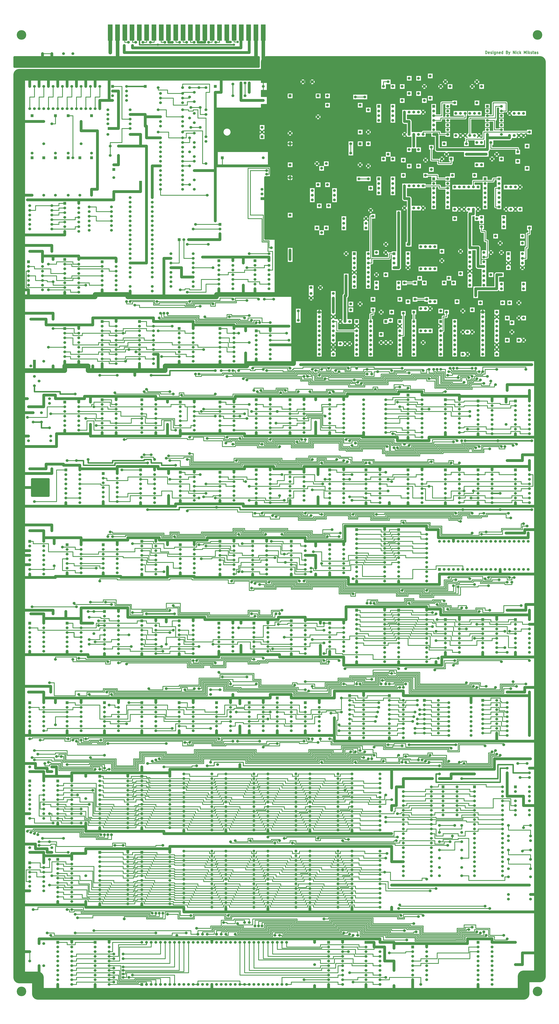
<source format=gbr>
G04 #@! TF.GenerationSoftware,KiCad,Pcbnew,(5.1.5)-3*
G04 #@! TF.CreationDate,2021-09-26T15:21:31-06:00*
G04 #@! TF.ProjectId,quantum_arcade_pcb,7175616e-7475-46d5-9f61-72636164655f,rev?*
G04 #@! TF.SameCoordinates,Original*
G04 #@! TF.FileFunction,Copper,L1,Top*
G04 #@! TF.FilePolarity,Positive*
%FSLAX46Y46*%
G04 Gerber Fmt 4.6, Leading zero omitted, Abs format (unit mm)*
G04 Created by KiCad (PCBNEW (5.1.5)-3) date 2021-09-26 15:21:31*
%MOMM*%
%LPD*%
G04 APERTURE LIST*
%ADD10C,0.300000*%
%ADD11C,5.207000*%
%ADD12C,1.524000*%
%ADD13R,1.524000X1.524000*%
%ADD14R,2.540000X8.890000*%
%ADD15C,1.270000*%
%ADD16C,0.381000*%
%ADD17C,6.350000*%
%ADD18C,1.905000*%
%ADD19C,1.524000*%
%ADD20C,2.540000*%
%ADD21C,1.270000*%
%ADD22C,0.762000*%
%ADD23C,0.508000*%
%ADD24C,0.254000*%
G04 APERTURE END LIST*
D10*
X282295000Y-52113571D02*
X282295000Y-50613571D01*
X282652142Y-50613571D01*
X282866428Y-50685000D01*
X283009285Y-50827857D01*
X283080714Y-50970714D01*
X283152142Y-51256428D01*
X283152142Y-51470714D01*
X283080714Y-51756428D01*
X283009285Y-51899285D01*
X282866428Y-52042142D01*
X282652142Y-52113571D01*
X282295000Y-52113571D01*
X284366428Y-52042142D02*
X284223571Y-52113571D01*
X283937857Y-52113571D01*
X283795000Y-52042142D01*
X283723571Y-51899285D01*
X283723571Y-51327857D01*
X283795000Y-51185000D01*
X283937857Y-51113571D01*
X284223571Y-51113571D01*
X284366428Y-51185000D01*
X284437857Y-51327857D01*
X284437857Y-51470714D01*
X283723571Y-51613571D01*
X285009285Y-52042142D02*
X285152142Y-52113571D01*
X285437857Y-52113571D01*
X285580714Y-52042142D01*
X285652142Y-51899285D01*
X285652142Y-51827857D01*
X285580714Y-51685000D01*
X285437857Y-51613571D01*
X285223571Y-51613571D01*
X285080714Y-51542142D01*
X285009285Y-51399285D01*
X285009285Y-51327857D01*
X285080714Y-51185000D01*
X285223571Y-51113571D01*
X285437857Y-51113571D01*
X285580714Y-51185000D01*
X286295000Y-52113571D02*
X286295000Y-51113571D01*
X286295000Y-50613571D02*
X286223571Y-50685000D01*
X286295000Y-50756428D01*
X286366428Y-50685000D01*
X286295000Y-50613571D01*
X286295000Y-50756428D01*
X287652142Y-51113571D02*
X287652142Y-52327857D01*
X287580714Y-52470714D01*
X287509285Y-52542142D01*
X287366428Y-52613571D01*
X287152142Y-52613571D01*
X287009285Y-52542142D01*
X287652142Y-52042142D02*
X287509285Y-52113571D01*
X287223571Y-52113571D01*
X287080714Y-52042142D01*
X287009285Y-51970714D01*
X286937857Y-51827857D01*
X286937857Y-51399285D01*
X287009285Y-51256428D01*
X287080714Y-51185000D01*
X287223571Y-51113571D01*
X287509285Y-51113571D01*
X287652142Y-51185000D01*
X288366428Y-51113571D02*
X288366428Y-52113571D01*
X288366428Y-51256428D02*
X288437857Y-51185000D01*
X288580714Y-51113571D01*
X288795000Y-51113571D01*
X288937857Y-51185000D01*
X289009285Y-51327857D01*
X289009285Y-52113571D01*
X290295000Y-52042142D02*
X290152142Y-52113571D01*
X289866428Y-52113571D01*
X289723571Y-52042142D01*
X289652142Y-51899285D01*
X289652142Y-51327857D01*
X289723571Y-51185000D01*
X289866428Y-51113571D01*
X290152142Y-51113571D01*
X290295000Y-51185000D01*
X290366428Y-51327857D01*
X290366428Y-51470714D01*
X289652142Y-51613571D01*
X291652142Y-52113571D02*
X291652142Y-50613571D01*
X291652142Y-52042142D02*
X291509285Y-52113571D01*
X291223571Y-52113571D01*
X291080714Y-52042142D01*
X291009285Y-51970714D01*
X290937857Y-51827857D01*
X290937857Y-51399285D01*
X291009285Y-51256428D01*
X291080714Y-51185000D01*
X291223571Y-51113571D01*
X291509285Y-51113571D01*
X291652142Y-51185000D01*
X294009285Y-51327857D02*
X294223571Y-51399285D01*
X294295000Y-51470714D01*
X294366428Y-51613571D01*
X294366428Y-51827857D01*
X294295000Y-51970714D01*
X294223571Y-52042142D01*
X294080714Y-52113571D01*
X293509285Y-52113571D01*
X293509285Y-50613571D01*
X294009285Y-50613571D01*
X294152142Y-50685000D01*
X294223571Y-50756428D01*
X294295000Y-50899285D01*
X294295000Y-51042142D01*
X294223571Y-51185000D01*
X294152142Y-51256428D01*
X294009285Y-51327857D01*
X293509285Y-51327857D01*
X294866428Y-51113571D02*
X295223571Y-52113571D01*
X295580714Y-51113571D02*
X295223571Y-52113571D01*
X295080714Y-52470714D01*
X295009285Y-52542142D01*
X294866428Y-52613571D01*
X297295000Y-52113571D02*
X297295000Y-50613571D01*
X298152142Y-52113571D01*
X298152142Y-50613571D01*
X298866428Y-52113571D02*
X298866428Y-51113571D01*
X298866428Y-50613571D02*
X298795000Y-50685000D01*
X298866428Y-50756428D01*
X298937857Y-50685000D01*
X298866428Y-50613571D01*
X298866428Y-50756428D01*
X300223571Y-52042142D02*
X300080714Y-52113571D01*
X299795000Y-52113571D01*
X299652142Y-52042142D01*
X299580714Y-51970714D01*
X299509285Y-51827857D01*
X299509285Y-51399285D01*
X299580714Y-51256428D01*
X299652142Y-51185000D01*
X299795000Y-51113571D01*
X300080714Y-51113571D01*
X300223571Y-51185000D01*
X300866428Y-52113571D02*
X300866428Y-50613571D01*
X301009285Y-51542142D02*
X301437857Y-52113571D01*
X301437857Y-51113571D02*
X300866428Y-51685000D01*
X303223571Y-52113571D02*
X303223571Y-50613571D01*
X303723571Y-51685000D01*
X304223571Y-50613571D01*
X304223571Y-52113571D01*
X304937857Y-52113571D02*
X304937857Y-51113571D01*
X304937857Y-50613571D02*
X304866428Y-50685000D01*
X304937857Y-50756428D01*
X305009285Y-50685000D01*
X304937857Y-50613571D01*
X304937857Y-50756428D01*
X305652142Y-52113571D02*
X305652142Y-50613571D01*
X305795000Y-51542142D02*
X306223571Y-52113571D01*
X306223571Y-51113571D02*
X305652142Y-51685000D01*
X306795000Y-52042142D02*
X306937857Y-52113571D01*
X307223571Y-52113571D01*
X307366428Y-52042142D01*
X307437857Y-51899285D01*
X307437857Y-51827857D01*
X307366428Y-51685000D01*
X307223571Y-51613571D01*
X307009285Y-51613571D01*
X306866428Y-51542142D01*
X306795000Y-51399285D01*
X306795000Y-51327857D01*
X306866428Y-51185000D01*
X307009285Y-51113571D01*
X307223571Y-51113571D01*
X307366428Y-51185000D01*
X307866428Y-51113571D02*
X308437857Y-51113571D01*
X308080714Y-50613571D02*
X308080714Y-51899285D01*
X308152142Y-52042142D01*
X308295000Y-52113571D01*
X308437857Y-52113571D01*
X309580714Y-52113571D02*
X309580714Y-51327857D01*
X309509285Y-51185000D01*
X309366428Y-51113571D01*
X309080714Y-51113571D01*
X308937857Y-51185000D01*
X309580714Y-52042142D02*
X309437857Y-52113571D01*
X309080714Y-52113571D01*
X308937857Y-52042142D01*
X308866428Y-51899285D01*
X308866428Y-51756428D01*
X308937857Y-51613571D01*
X309080714Y-51542142D01*
X309437857Y-51542142D01*
X309580714Y-51470714D01*
X310223571Y-52042142D02*
X310366428Y-52113571D01*
X310652142Y-52113571D01*
X310795000Y-52042142D01*
X310866428Y-51899285D01*
X310866428Y-51827857D01*
X310795000Y-51685000D01*
X310652142Y-51613571D01*
X310437857Y-51613571D01*
X310295000Y-51542142D01*
X310223571Y-51399285D01*
X310223571Y-51327857D01*
X310295000Y-51185000D01*
X310437857Y-51113571D01*
X310652142Y-51113571D01*
X310795000Y-51185000D01*
D11*
X310515000Y-561340000D03*
X29845000Y-561340000D03*
X29845000Y-41910000D03*
X310515000Y-41910000D03*
D12*
X250190000Y-537210000D03*
X250190000Y-539750000D03*
X250190000Y-542290000D03*
X250190000Y-544830000D03*
X250190000Y-547370000D03*
X250190000Y-549910000D03*
X250190000Y-552450000D03*
X250190000Y-554990000D03*
X242570000Y-554990000D03*
X242570000Y-552450000D03*
X242570000Y-549910000D03*
X242570000Y-547370000D03*
D13*
X242570000Y-537210000D03*
D12*
X242570000Y-539750000D03*
X242570000Y-542290000D03*
X242570000Y-544830000D03*
D13*
X217170000Y-534670000D03*
D12*
X217170000Y-537210000D03*
X217170000Y-539750000D03*
X217170000Y-542290000D03*
X217170000Y-544830000D03*
X217170000Y-547370000D03*
X217170000Y-549910000D03*
X217170000Y-552450000D03*
X217170000Y-554990000D03*
X217170000Y-557530000D03*
X224790000Y-557530000D03*
X224790000Y-554990000D03*
X224790000Y-552450000D03*
X224790000Y-549910000D03*
X224790000Y-547370000D03*
X224790000Y-544830000D03*
X224790000Y-542290000D03*
X224790000Y-539750000D03*
X224790000Y-537210000D03*
X224790000Y-534670000D03*
X204470000Y-534670000D03*
X204470000Y-537210000D03*
X204470000Y-539750000D03*
X204470000Y-542290000D03*
X204470000Y-544830000D03*
X204470000Y-547370000D03*
X204470000Y-549910000D03*
X204470000Y-552450000D03*
X204470000Y-554990000D03*
X204470000Y-557530000D03*
X196850000Y-557530000D03*
X196850000Y-554990000D03*
X196850000Y-552450000D03*
X196850000Y-549910000D03*
X196850000Y-547370000D03*
X196850000Y-544830000D03*
X196850000Y-542290000D03*
X196850000Y-539750000D03*
X196850000Y-537210000D03*
D13*
X196850000Y-534670000D03*
D12*
X148590000Y-557530000D03*
X143510000Y-557530000D03*
X153670000Y-557530000D03*
X146050000Y-557530000D03*
X151130000Y-557530000D03*
X125730000Y-557530000D03*
X110490000Y-557530000D03*
X140970000Y-557530000D03*
X138430000Y-557530000D03*
X135890000Y-557530000D03*
X133350000Y-557530000D03*
X130810000Y-557530000D03*
X128270000Y-557530000D03*
X123190000Y-557530000D03*
X120650000Y-557530000D03*
X118110000Y-557530000D03*
D13*
X95250000Y-557530000D03*
D12*
X115570000Y-557530000D03*
X113030000Y-557530000D03*
X107950000Y-557530000D03*
X105410000Y-557530000D03*
X102870000Y-557530000D03*
X100330000Y-557530000D03*
X97790000Y-557530000D03*
X156210000Y-557530000D03*
X158750000Y-557530000D03*
X161290000Y-557530000D03*
X163830000Y-557530000D03*
X166370000Y-557530000D03*
X168910000Y-557530000D03*
X171450000Y-557530000D03*
X173990000Y-557530000D03*
X173990000Y-534670000D03*
X171450000Y-534670000D03*
X168910000Y-534670000D03*
X166370000Y-534670000D03*
X163830000Y-534670000D03*
X161290000Y-534670000D03*
X158750000Y-534670000D03*
X156210000Y-534670000D03*
X153670000Y-534670000D03*
X151130000Y-534670000D03*
X148590000Y-534670000D03*
X146050000Y-534670000D03*
X143510000Y-534670000D03*
X140970000Y-534670000D03*
X138430000Y-534670000D03*
X135890000Y-534670000D03*
X133350000Y-534670000D03*
X130810000Y-534670000D03*
X128270000Y-534670000D03*
X125730000Y-534670000D03*
X123190000Y-534670000D03*
X120650000Y-534670000D03*
X118110000Y-534670000D03*
X115570000Y-534670000D03*
X113030000Y-534670000D03*
X110490000Y-534670000D03*
X107950000Y-534670000D03*
X105410000Y-534670000D03*
X102870000Y-534670000D03*
X100330000Y-534670000D03*
X97790000Y-534670000D03*
X95250000Y-534670000D03*
X77470000Y-534670000D03*
X77470000Y-537210000D03*
X77470000Y-539750000D03*
X77470000Y-542290000D03*
X77470000Y-544830000D03*
X77470000Y-547370000D03*
X77470000Y-549910000D03*
X77470000Y-552450000D03*
X77470000Y-554990000D03*
X77470000Y-557530000D03*
X69850000Y-557530000D03*
X69850000Y-554990000D03*
X69850000Y-552450000D03*
X69850000Y-549910000D03*
X69850000Y-547370000D03*
X69850000Y-544830000D03*
X69850000Y-542290000D03*
X69850000Y-539750000D03*
X69850000Y-537210000D03*
D13*
X69850000Y-534670000D03*
X49530000Y-534670000D03*
D12*
X49530000Y-537210000D03*
X49530000Y-539750000D03*
X49530000Y-542290000D03*
X49530000Y-544830000D03*
X49530000Y-547370000D03*
X49530000Y-549910000D03*
X49530000Y-552450000D03*
X49530000Y-554990000D03*
X49530000Y-557530000D03*
X57150000Y-557530000D03*
X57150000Y-554990000D03*
X57150000Y-552450000D03*
X57150000Y-549910000D03*
X57150000Y-547370000D03*
X57150000Y-544830000D03*
X57150000Y-542290000D03*
X57150000Y-539750000D03*
X57150000Y-537210000D03*
X57150000Y-534670000D03*
X41910000Y-491490000D03*
X41910000Y-494030000D03*
X41910000Y-496570000D03*
X41910000Y-499110000D03*
X41910000Y-501650000D03*
X41910000Y-504190000D03*
X41910000Y-506730000D03*
X34290000Y-506730000D03*
X34290000Y-504190000D03*
X34290000Y-501650000D03*
X34290000Y-494030000D03*
D13*
X34290000Y-491490000D03*
D12*
X34290000Y-496570000D03*
X34290000Y-499110000D03*
X34290000Y-457200000D03*
X34290000Y-454660000D03*
X34290000Y-452120000D03*
X34290000Y-449580000D03*
D13*
X34290000Y-447040000D03*
D12*
X34290000Y-459740000D03*
X34290000Y-462280000D03*
X34290000Y-464820000D03*
X34290000Y-467360000D03*
X41910000Y-467360000D03*
X41910000Y-464820000D03*
X41910000Y-462280000D03*
X41910000Y-459740000D03*
X41910000Y-457200000D03*
X41910000Y-454660000D03*
X41910000Y-452120000D03*
X41910000Y-449580000D03*
X41910000Y-447040000D03*
X34290000Y-412115000D03*
X34290000Y-409575000D03*
D13*
X34290000Y-404495000D03*
D12*
X34290000Y-407035000D03*
X34290000Y-414655000D03*
X34290000Y-417195000D03*
X34290000Y-419735000D03*
X41910000Y-419735000D03*
X41910000Y-417195000D03*
X41910000Y-414655000D03*
X41910000Y-412115000D03*
X41910000Y-409575000D03*
X41910000Y-407035000D03*
X41910000Y-404495000D03*
X34290000Y-324485000D03*
X34290000Y-321945000D03*
X34290000Y-319405000D03*
D13*
X34290000Y-316865000D03*
D12*
X34290000Y-327025000D03*
X34290000Y-329565000D03*
X34290000Y-332105000D03*
X34290000Y-334645000D03*
X41910000Y-334645000D03*
X41910000Y-332105000D03*
X41910000Y-329565000D03*
X41910000Y-327025000D03*
X41910000Y-324485000D03*
X41910000Y-321945000D03*
X41910000Y-319405000D03*
X41910000Y-316865000D03*
X33655000Y-172720000D03*
X33655000Y-170180000D03*
D13*
X33655000Y-165100000D03*
D12*
X33655000Y-167640000D03*
X33655000Y-175260000D03*
X33655000Y-177800000D03*
X33655000Y-180340000D03*
X41275000Y-180340000D03*
X41275000Y-177800000D03*
X41275000Y-175260000D03*
X41275000Y-172720000D03*
X41275000Y-170180000D03*
X41275000Y-167640000D03*
X41275000Y-165100000D03*
X34290000Y-368935000D03*
X34290000Y-366395000D03*
D13*
X34290000Y-361315000D03*
D12*
X34290000Y-363855000D03*
X34290000Y-371475000D03*
X34290000Y-374015000D03*
X34290000Y-376555000D03*
X41910000Y-376555000D03*
X41910000Y-374015000D03*
X41910000Y-371475000D03*
X41910000Y-368935000D03*
X41910000Y-366395000D03*
X41910000Y-363855000D03*
X41910000Y-361315000D03*
D13*
X278130000Y-534670000D03*
D12*
X278130000Y-537210000D03*
X278130000Y-539750000D03*
X278130000Y-542290000D03*
X278130000Y-544830000D03*
X278130000Y-547370000D03*
X278130000Y-549910000D03*
X278130000Y-552450000D03*
X278130000Y-554990000D03*
X278130000Y-557530000D03*
X285750000Y-557530000D03*
X285750000Y-554990000D03*
X285750000Y-552450000D03*
X285750000Y-549910000D03*
X285750000Y-547370000D03*
X285750000Y-544830000D03*
X285750000Y-542290000D03*
X285750000Y-539750000D03*
X285750000Y-537210000D03*
X285750000Y-534670000D03*
D13*
X49530000Y-489585000D03*
D12*
X49530000Y-492125000D03*
X49530000Y-494665000D03*
X49530000Y-497205000D03*
X49530000Y-499745000D03*
X49530000Y-502285000D03*
X49530000Y-504825000D03*
X49530000Y-507365000D03*
X49530000Y-509905000D03*
X49530000Y-512445000D03*
X57150000Y-512445000D03*
X57150000Y-509905000D03*
X57150000Y-507365000D03*
X57150000Y-504825000D03*
X57150000Y-502285000D03*
X57150000Y-499745000D03*
X57150000Y-497205000D03*
X57150000Y-494665000D03*
X57150000Y-492125000D03*
X57150000Y-489585000D03*
X57150000Y-447040000D03*
X57150000Y-449580000D03*
X57150000Y-452120000D03*
X57150000Y-454660000D03*
X57150000Y-457200000D03*
X57150000Y-459740000D03*
X57150000Y-462280000D03*
X57150000Y-464820000D03*
X57150000Y-467360000D03*
X57150000Y-469900000D03*
X49530000Y-469900000D03*
X49530000Y-467360000D03*
X49530000Y-464820000D03*
X49530000Y-462280000D03*
X49530000Y-459740000D03*
X49530000Y-457200000D03*
X49530000Y-454660000D03*
X49530000Y-452120000D03*
X49530000Y-449580000D03*
D13*
X49530000Y-447040000D03*
D12*
X306070000Y-450215000D03*
X306070000Y-452755000D03*
X306070000Y-455295000D03*
X306070000Y-457835000D03*
X306070000Y-460375000D03*
X306070000Y-462915000D03*
X306070000Y-465455000D03*
X298450000Y-465455000D03*
X298450000Y-462915000D03*
X298450000Y-460375000D03*
X298450000Y-452755000D03*
D13*
X298450000Y-450215000D03*
D12*
X298450000Y-455295000D03*
X298450000Y-457835000D03*
X291465000Y-450215000D03*
X291465000Y-452755000D03*
X291465000Y-455295000D03*
X291465000Y-457835000D03*
X291465000Y-460375000D03*
X291465000Y-462915000D03*
X291465000Y-465455000D03*
X291465000Y-467995000D03*
X291465000Y-470535000D03*
X291465000Y-473075000D03*
X291465000Y-475615000D03*
X291465000Y-478155000D03*
X276225000Y-478155000D03*
X276225000Y-475615000D03*
X276225000Y-473075000D03*
X276225000Y-470535000D03*
X276225000Y-467995000D03*
X276225000Y-465455000D03*
X276225000Y-462915000D03*
X276225000Y-460375000D03*
X276225000Y-457835000D03*
X276225000Y-455295000D03*
X276225000Y-452755000D03*
D13*
X276225000Y-450215000D03*
D12*
X276225000Y-480695000D03*
X276225000Y-483235000D03*
X276225000Y-485775000D03*
X276225000Y-488315000D03*
X276225000Y-490855000D03*
X276225000Y-493395000D03*
X276225000Y-495935000D03*
X276225000Y-498475000D03*
X291465000Y-498475000D03*
X291465000Y-495935000D03*
X291465000Y-493395000D03*
X291465000Y-490855000D03*
X291465000Y-488315000D03*
X291465000Y-485775000D03*
X291465000Y-483235000D03*
X291465000Y-480695000D03*
X259080000Y-457835000D03*
X259080000Y-455295000D03*
D13*
X259080000Y-450215000D03*
D12*
X259080000Y-452755000D03*
X259080000Y-460375000D03*
X259080000Y-462915000D03*
X259080000Y-465455000D03*
X266700000Y-465455000D03*
X266700000Y-462915000D03*
X266700000Y-460375000D03*
X266700000Y-457835000D03*
X266700000Y-455295000D03*
X266700000Y-452755000D03*
X266700000Y-450215000D03*
X252730000Y-480695000D03*
X252730000Y-483235000D03*
X252730000Y-485775000D03*
X252730000Y-488315000D03*
X252730000Y-490855000D03*
X252730000Y-493395000D03*
X252730000Y-495935000D03*
X252730000Y-498475000D03*
X237490000Y-498475000D03*
X237490000Y-495935000D03*
X237490000Y-493395000D03*
X237490000Y-490855000D03*
X237490000Y-488315000D03*
X237490000Y-485775000D03*
X237490000Y-483235000D03*
X237490000Y-480695000D03*
D13*
X237490000Y-450215000D03*
D12*
X237490000Y-452755000D03*
X237490000Y-455295000D03*
X237490000Y-457835000D03*
X237490000Y-460375000D03*
X237490000Y-462915000D03*
X237490000Y-465455000D03*
X237490000Y-467995000D03*
X237490000Y-470535000D03*
X237490000Y-473075000D03*
X237490000Y-475615000D03*
X237490000Y-478155000D03*
X252730000Y-478155000D03*
X252730000Y-475615000D03*
X252730000Y-473075000D03*
X252730000Y-470535000D03*
X252730000Y-467995000D03*
X252730000Y-465455000D03*
X252730000Y-462915000D03*
X252730000Y-460375000D03*
X252730000Y-457835000D03*
X252730000Y-455295000D03*
X252730000Y-452755000D03*
X252730000Y-450215000D03*
X224790000Y-495300000D03*
X224790000Y-497840000D03*
X224790000Y-492760000D03*
X209550000Y-497840000D03*
X209550000Y-485140000D03*
X224790000Y-515620000D03*
X209550000Y-495300000D03*
X209550000Y-487680000D03*
X209550000Y-500380000D03*
D13*
X209550000Y-482600000D03*
D12*
X209550000Y-502920000D03*
X209550000Y-492760000D03*
X224790000Y-500380000D03*
X224790000Y-502920000D03*
X224790000Y-505460000D03*
X209550000Y-515620000D03*
X209550000Y-510540000D03*
X209550000Y-508000000D03*
X209550000Y-490220000D03*
X209550000Y-505460000D03*
X224790000Y-508000000D03*
X224790000Y-510540000D03*
X224790000Y-513080000D03*
X209550000Y-513080000D03*
X224790000Y-490220000D03*
X224790000Y-487680000D03*
X224790000Y-485140000D03*
X224790000Y-482600000D03*
X224790000Y-440690000D03*
X224790000Y-443230000D03*
X224790000Y-445770000D03*
X224790000Y-448310000D03*
X209550000Y-471170000D03*
X224790000Y-471170000D03*
X224790000Y-468630000D03*
X224790000Y-466090000D03*
X209550000Y-463550000D03*
X209550000Y-448310000D03*
X209550000Y-466090000D03*
X209550000Y-468630000D03*
X209550000Y-473710000D03*
X224790000Y-463550000D03*
X224790000Y-461010000D03*
X224790000Y-458470000D03*
X209550000Y-450850000D03*
X209550000Y-461010000D03*
D13*
X209550000Y-440690000D03*
D12*
X209550000Y-458470000D03*
X209550000Y-445770000D03*
X209550000Y-453390000D03*
X224790000Y-473710000D03*
X209550000Y-443230000D03*
X209550000Y-455930000D03*
X224790000Y-450850000D03*
X224790000Y-455930000D03*
X224790000Y-453390000D03*
X201930000Y-495300000D03*
X201930000Y-497840000D03*
X201930000Y-492760000D03*
X186690000Y-497840000D03*
X186690000Y-485140000D03*
X201930000Y-515620000D03*
X186690000Y-495300000D03*
X186690000Y-487680000D03*
X186690000Y-500380000D03*
D13*
X186690000Y-482600000D03*
D12*
X186690000Y-502920000D03*
X186690000Y-492760000D03*
X201930000Y-500380000D03*
X201930000Y-502920000D03*
X201930000Y-505460000D03*
X186690000Y-515620000D03*
X186690000Y-510540000D03*
X186690000Y-508000000D03*
X186690000Y-490220000D03*
X186690000Y-505460000D03*
X201930000Y-508000000D03*
X201930000Y-510540000D03*
X201930000Y-513080000D03*
X186690000Y-513080000D03*
X201930000Y-490220000D03*
X201930000Y-487680000D03*
X201930000Y-485140000D03*
X201930000Y-482600000D03*
X201930000Y-453390000D03*
X201930000Y-455930000D03*
X201930000Y-450850000D03*
X186690000Y-455930000D03*
X186690000Y-443230000D03*
X201930000Y-473710000D03*
X186690000Y-453390000D03*
X186690000Y-445770000D03*
X186690000Y-458470000D03*
D13*
X186690000Y-440690000D03*
D12*
X186690000Y-461010000D03*
X186690000Y-450850000D03*
X201930000Y-458470000D03*
X201930000Y-461010000D03*
X201930000Y-463550000D03*
X186690000Y-473710000D03*
X186690000Y-468630000D03*
X186690000Y-466090000D03*
X186690000Y-448310000D03*
X186690000Y-463550000D03*
X201930000Y-466090000D03*
X201930000Y-468630000D03*
X201930000Y-471170000D03*
X186690000Y-471170000D03*
X201930000Y-448310000D03*
X201930000Y-445770000D03*
X201930000Y-443230000D03*
X201930000Y-440690000D03*
X179070000Y-482600000D03*
X179070000Y-485140000D03*
X179070000Y-487680000D03*
X179070000Y-490220000D03*
X163830000Y-513080000D03*
X179070000Y-513080000D03*
X179070000Y-510540000D03*
X179070000Y-508000000D03*
X163830000Y-505460000D03*
X163830000Y-490220000D03*
X163830000Y-508000000D03*
X163830000Y-510540000D03*
X163830000Y-515620000D03*
X179070000Y-505460000D03*
X179070000Y-502920000D03*
X179070000Y-500380000D03*
X163830000Y-492760000D03*
X163830000Y-502920000D03*
D13*
X163830000Y-482600000D03*
D12*
X163830000Y-500380000D03*
X163830000Y-487680000D03*
X163830000Y-495300000D03*
X179070000Y-515620000D03*
X163830000Y-485140000D03*
X163830000Y-497840000D03*
X179070000Y-492760000D03*
X179070000Y-497840000D03*
X179070000Y-495300000D03*
X179070000Y-440690000D03*
X179070000Y-443230000D03*
X179070000Y-445770000D03*
X179070000Y-448310000D03*
X163830000Y-471170000D03*
X179070000Y-471170000D03*
X179070000Y-468630000D03*
X179070000Y-466090000D03*
X163830000Y-463550000D03*
X163830000Y-448310000D03*
X163830000Y-466090000D03*
X163830000Y-468630000D03*
X163830000Y-473710000D03*
X179070000Y-463550000D03*
X179070000Y-461010000D03*
X179070000Y-458470000D03*
X163830000Y-450850000D03*
X163830000Y-461010000D03*
D13*
X163830000Y-440690000D03*
D12*
X163830000Y-458470000D03*
X163830000Y-445770000D03*
X163830000Y-453390000D03*
X179070000Y-473710000D03*
X163830000Y-443230000D03*
X163830000Y-455930000D03*
X179070000Y-450850000D03*
X179070000Y-455930000D03*
X179070000Y-453390000D03*
X156210000Y-495300000D03*
X156210000Y-497840000D03*
X156210000Y-492760000D03*
X140970000Y-497840000D03*
X140970000Y-485140000D03*
X156210000Y-515620000D03*
X140970000Y-495300000D03*
X140970000Y-487680000D03*
X140970000Y-500380000D03*
D13*
X140970000Y-482600000D03*
D12*
X140970000Y-502920000D03*
X140970000Y-492760000D03*
X156210000Y-500380000D03*
X156210000Y-502920000D03*
X156210000Y-505460000D03*
X140970000Y-515620000D03*
X140970000Y-510540000D03*
X140970000Y-508000000D03*
X140970000Y-490220000D03*
X140970000Y-505460000D03*
X156210000Y-508000000D03*
X156210000Y-510540000D03*
X156210000Y-513080000D03*
X140970000Y-513080000D03*
X156210000Y-490220000D03*
X156210000Y-487680000D03*
X156210000Y-485140000D03*
X156210000Y-482600000D03*
X156210000Y-453390000D03*
X156210000Y-455930000D03*
X156210000Y-450850000D03*
X140970000Y-455930000D03*
X140970000Y-443230000D03*
X156210000Y-473710000D03*
X140970000Y-453390000D03*
X140970000Y-445770000D03*
X140970000Y-458470000D03*
D13*
X140970000Y-440690000D03*
D12*
X140970000Y-461010000D03*
X140970000Y-450850000D03*
X156210000Y-458470000D03*
X156210000Y-461010000D03*
X156210000Y-463550000D03*
X140970000Y-473710000D03*
X140970000Y-468630000D03*
X140970000Y-466090000D03*
X140970000Y-448310000D03*
X140970000Y-463550000D03*
X156210000Y-466090000D03*
X156210000Y-468630000D03*
X156210000Y-471170000D03*
X140970000Y-471170000D03*
X156210000Y-448310000D03*
X156210000Y-445770000D03*
X156210000Y-443230000D03*
X156210000Y-440690000D03*
X133350000Y-482600000D03*
X133350000Y-485140000D03*
X133350000Y-487680000D03*
X133350000Y-490220000D03*
X118110000Y-513080000D03*
X133350000Y-513080000D03*
X133350000Y-510540000D03*
X133350000Y-508000000D03*
X118110000Y-505460000D03*
X118110000Y-490220000D03*
X118110000Y-508000000D03*
X118110000Y-510540000D03*
X118110000Y-515620000D03*
X133350000Y-505460000D03*
X133350000Y-502920000D03*
X133350000Y-500380000D03*
X118110000Y-492760000D03*
X118110000Y-502920000D03*
D13*
X118110000Y-482600000D03*
D12*
X118110000Y-500380000D03*
X118110000Y-487680000D03*
X118110000Y-495300000D03*
X133350000Y-515620000D03*
X118110000Y-485140000D03*
X118110000Y-497840000D03*
X133350000Y-492760000D03*
X133350000Y-497840000D03*
X133350000Y-495300000D03*
X133350000Y-440690000D03*
X133350000Y-443230000D03*
X133350000Y-445770000D03*
X133350000Y-448310000D03*
X118110000Y-471170000D03*
X133350000Y-471170000D03*
X133350000Y-468630000D03*
X133350000Y-466090000D03*
X118110000Y-463550000D03*
X118110000Y-448310000D03*
X118110000Y-466090000D03*
X118110000Y-468630000D03*
X118110000Y-473710000D03*
X133350000Y-463550000D03*
X133350000Y-461010000D03*
X133350000Y-458470000D03*
X118110000Y-450850000D03*
X118110000Y-461010000D03*
D13*
X118110000Y-440690000D03*
D12*
X118110000Y-458470000D03*
X118110000Y-445770000D03*
X118110000Y-453390000D03*
X133350000Y-473710000D03*
X118110000Y-443230000D03*
X118110000Y-455930000D03*
X133350000Y-450850000D03*
X133350000Y-455930000D03*
X133350000Y-453390000D03*
X110490000Y-485775000D03*
X110490000Y-488315000D03*
X110490000Y-490855000D03*
X110490000Y-493395000D03*
X110490000Y-495935000D03*
X110490000Y-498475000D03*
X110490000Y-501015000D03*
X110490000Y-503555000D03*
X110490000Y-506095000D03*
X110490000Y-508635000D03*
X110490000Y-511175000D03*
X110490000Y-513715000D03*
X95250000Y-513715000D03*
X95250000Y-511175000D03*
X95250000Y-508635000D03*
X95250000Y-506095000D03*
X95250000Y-503555000D03*
X95250000Y-501015000D03*
X95250000Y-498475000D03*
X95250000Y-495935000D03*
X95250000Y-493395000D03*
X95250000Y-490855000D03*
X95250000Y-488315000D03*
D13*
X95250000Y-485775000D03*
D12*
X110490000Y-444500000D03*
X110490000Y-447040000D03*
X110490000Y-449580000D03*
X110490000Y-452120000D03*
X110490000Y-454660000D03*
X110490000Y-457200000D03*
X110490000Y-459740000D03*
X110490000Y-462280000D03*
X110490000Y-464820000D03*
X110490000Y-467360000D03*
X110490000Y-469900000D03*
X110490000Y-472440000D03*
X95250000Y-472440000D03*
X95250000Y-469900000D03*
X95250000Y-467360000D03*
X95250000Y-464820000D03*
X95250000Y-462280000D03*
X95250000Y-459740000D03*
X95250000Y-457200000D03*
X95250000Y-454660000D03*
X95250000Y-452120000D03*
X95250000Y-449580000D03*
X95250000Y-447040000D03*
D13*
X95250000Y-444500000D03*
X72390000Y-485775000D03*
D12*
X72390000Y-488315000D03*
X72390000Y-490855000D03*
X72390000Y-493395000D03*
X72390000Y-495935000D03*
X72390000Y-498475000D03*
X72390000Y-501015000D03*
X72390000Y-503555000D03*
X72390000Y-506095000D03*
X72390000Y-508635000D03*
X72390000Y-511175000D03*
X72390000Y-513715000D03*
X87630000Y-513715000D03*
X87630000Y-511175000D03*
X87630000Y-508635000D03*
X87630000Y-506095000D03*
X87630000Y-503555000D03*
X87630000Y-501015000D03*
X87630000Y-498475000D03*
X87630000Y-495935000D03*
X87630000Y-493395000D03*
X87630000Y-490855000D03*
X87630000Y-488315000D03*
X87630000Y-485775000D03*
D13*
X72390000Y-444500000D03*
D12*
X72390000Y-447040000D03*
X72390000Y-449580000D03*
X72390000Y-452120000D03*
X72390000Y-454660000D03*
X72390000Y-457200000D03*
X72390000Y-459740000D03*
X72390000Y-462280000D03*
X72390000Y-464820000D03*
X72390000Y-467360000D03*
X72390000Y-469900000D03*
X72390000Y-472440000D03*
X87630000Y-472440000D03*
X87630000Y-469900000D03*
X87630000Y-467360000D03*
X87630000Y-464820000D03*
X87630000Y-462280000D03*
X87630000Y-459740000D03*
X87630000Y-457200000D03*
X87630000Y-454660000D03*
X87630000Y-452120000D03*
X87630000Y-449580000D03*
X87630000Y-447040000D03*
X87630000Y-444500000D03*
X79375000Y-72390000D03*
D13*
X79375000Y-69850000D03*
D12*
X79375000Y-74930000D03*
X79375000Y-77470000D03*
X86995000Y-77470000D03*
X86995000Y-74930000D03*
X86995000Y-72390000D03*
X86995000Y-69850000D03*
X82550000Y-404495000D03*
X82550000Y-407035000D03*
X82550000Y-409575000D03*
X82550000Y-412115000D03*
X82550000Y-414655000D03*
X82550000Y-417195000D03*
X82550000Y-419735000D03*
X74930000Y-419735000D03*
X74930000Y-417195000D03*
X74930000Y-414655000D03*
X74930000Y-407035000D03*
D13*
X74930000Y-404495000D03*
D12*
X74930000Y-409575000D03*
X74930000Y-412115000D03*
X82550000Y-354965000D03*
X82550000Y-357505000D03*
X82550000Y-360045000D03*
X82550000Y-362585000D03*
X82550000Y-365125000D03*
X82550000Y-367665000D03*
X82550000Y-370205000D03*
X82550000Y-372745000D03*
X82550000Y-375285000D03*
X82550000Y-377825000D03*
X74930000Y-377825000D03*
X74930000Y-375285000D03*
X74930000Y-372745000D03*
X74930000Y-370205000D03*
X74930000Y-367665000D03*
X74930000Y-365125000D03*
X74930000Y-362585000D03*
X74930000Y-360045000D03*
X74930000Y-357505000D03*
D13*
X74930000Y-354965000D03*
D12*
X74295000Y-326390000D03*
X74295000Y-323850000D03*
D13*
X74295000Y-318770000D03*
D12*
X74295000Y-321310000D03*
X74295000Y-328930000D03*
X74295000Y-331470000D03*
X74295000Y-334010000D03*
X81915000Y-334010000D03*
X81915000Y-331470000D03*
X81915000Y-328930000D03*
X81915000Y-326390000D03*
X81915000Y-323850000D03*
X81915000Y-321310000D03*
X81915000Y-318770000D03*
X81915000Y-280035000D03*
X81915000Y-282575000D03*
X81915000Y-285115000D03*
X81915000Y-287655000D03*
X81915000Y-290195000D03*
X81915000Y-292735000D03*
X81915000Y-295275000D03*
X74295000Y-295275000D03*
X74295000Y-292735000D03*
X74295000Y-290195000D03*
X74295000Y-282575000D03*
D13*
X74295000Y-280035000D03*
D12*
X74295000Y-285115000D03*
X74295000Y-287655000D03*
X81280000Y-240030000D03*
X81280000Y-242570000D03*
X81280000Y-245110000D03*
X81280000Y-247650000D03*
X81280000Y-250190000D03*
X81280000Y-252730000D03*
X81280000Y-255270000D03*
X81280000Y-257810000D03*
X73660000Y-257810000D03*
X73660000Y-255270000D03*
X73660000Y-252730000D03*
X73660000Y-250190000D03*
D13*
X73660000Y-240030000D03*
D12*
X73660000Y-242570000D03*
X73660000Y-245110000D03*
X73660000Y-247650000D03*
D13*
X73660000Y-197485000D03*
D12*
X73660000Y-200025000D03*
X73660000Y-202565000D03*
X73660000Y-205105000D03*
X73660000Y-207645000D03*
X73660000Y-210185000D03*
X73660000Y-212725000D03*
X73660000Y-215265000D03*
X73660000Y-217805000D03*
X73660000Y-220345000D03*
X81280000Y-220345000D03*
X81280000Y-217805000D03*
X81280000Y-215265000D03*
X81280000Y-212725000D03*
X81280000Y-210185000D03*
X81280000Y-207645000D03*
X81280000Y-205105000D03*
X81280000Y-202565000D03*
X81280000Y-200025000D03*
X81280000Y-197485000D03*
X81280000Y-165100000D03*
X81280000Y-167640000D03*
X81280000Y-170180000D03*
X81280000Y-172720000D03*
X81280000Y-175260000D03*
X81280000Y-177800000D03*
X81280000Y-180340000D03*
X73660000Y-180340000D03*
X73660000Y-177800000D03*
X73660000Y-175260000D03*
X73660000Y-167640000D03*
D13*
X73660000Y-165100000D03*
D12*
X73660000Y-170180000D03*
X73660000Y-172720000D03*
X54610000Y-412115000D03*
X54610000Y-409575000D03*
D13*
X54610000Y-404495000D03*
D12*
X54610000Y-407035000D03*
X54610000Y-414655000D03*
X54610000Y-417195000D03*
X54610000Y-419735000D03*
X62230000Y-419735000D03*
X62230000Y-417195000D03*
X62230000Y-414655000D03*
X62230000Y-412115000D03*
X62230000Y-409575000D03*
X62230000Y-407035000D03*
X62230000Y-404495000D03*
X54610000Y-368935000D03*
X54610000Y-366395000D03*
D13*
X54610000Y-361315000D03*
D12*
X54610000Y-363855000D03*
X54610000Y-371475000D03*
X54610000Y-374015000D03*
X54610000Y-376555000D03*
X62230000Y-376555000D03*
X62230000Y-374015000D03*
X62230000Y-371475000D03*
X62230000Y-368935000D03*
X62230000Y-366395000D03*
X62230000Y-363855000D03*
X62230000Y-361315000D03*
X54610000Y-326390000D03*
X54610000Y-323850000D03*
D13*
X54610000Y-318770000D03*
D12*
X54610000Y-321310000D03*
X54610000Y-328930000D03*
X54610000Y-331470000D03*
X54610000Y-334010000D03*
X62230000Y-334010000D03*
X62230000Y-331470000D03*
X62230000Y-328930000D03*
X62230000Y-326390000D03*
X62230000Y-323850000D03*
X62230000Y-321310000D03*
X62230000Y-318770000D03*
X61595000Y-278130000D03*
X61595000Y-280670000D03*
X61595000Y-283210000D03*
X61595000Y-285750000D03*
X61595000Y-288290000D03*
X61595000Y-290830000D03*
X61595000Y-293370000D03*
X61595000Y-295910000D03*
X53975000Y-295910000D03*
X53975000Y-293370000D03*
X53975000Y-290830000D03*
X53975000Y-288290000D03*
D13*
X53975000Y-278130000D03*
D12*
X53975000Y-280670000D03*
X53975000Y-283210000D03*
X53975000Y-285750000D03*
X60960000Y-241300000D03*
X60960000Y-243840000D03*
X60960000Y-246380000D03*
X60960000Y-248920000D03*
X60960000Y-251460000D03*
X60960000Y-254000000D03*
X60960000Y-256540000D03*
X53340000Y-256540000D03*
X53340000Y-254000000D03*
X53340000Y-251460000D03*
X53340000Y-243840000D03*
D13*
X53340000Y-241300000D03*
D12*
X53340000Y-246380000D03*
X53340000Y-248920000D03*
X53340000Y-208915000D03*
X53340000Y-206375000D03*
X53340000Y-203835000D03*
D13*
X53340000Y-201295000D03*
D12*
X53340000Y-211455000D03*
X53340000Y-213995000D03*
X53340000Y-216535000D03*
X53340000Y-219075000D03*
X60960000Y-219075000D03*
X60960000Y-216535000D03*
X60960000Y-213995000D03*
X60960000Y-211455000D03*
X60960000Y-208915000D03*
X60960000Y-206375000D03*
X60960000Y-203835000D03*
X60960000Y-201295000D03*
X53340000Y-171450000D03*
X53340000Y-168910000D03*
X53340000Y-166370000D03*
D13*
X53340000Y-163830000D03*
D12*
X53340000Y-173990000D03*
X53340000Y-176530000D03*
X53340000Y-179070000D03*
X53340000Y-181610000D03*
X60960000Y-181610000D03*
X60960000Y-179070000D03*
X60960000Y-176530000D03*
X60960000Y-173990000D03*
X60960000Y-171450000D03*
X60960000Y-168910000D03*
X60960000Y-166370000D03*
X60960000Y-163830000D03*
X53340000Y-140970000D03*
X53340000Y-138430000D03*
D13*
X53340000Y-133350000D03*
D12*
X53340000Y-135890000D03*
X53340000Y-143510000D03*
X53340000Y-146050000D03*
X53340000Y-148590000D03*
X60960000Y-148590000D03*
X60960000Y-146050000D03*
X60960000Y-143510000D03*
X60960000Y-140970000D03*
X60960000Y-138430000D03*
X60960000Y-135890000D03*
X60960000Y-133350000D03*
X54610000Y-81915000D03*
X54610000Y-69850000D03*
X34290000Y-69850000D03*
X34290000Y-81915000D03*
X59690000Y-69850000D03*
X59690000Y-81915000D03*
X44450000Y-69850000D03*
X44450000Y-81915000D03*
X64770000Y-81915000D03*
X64770000Y-69850000D03*
X39370000Y-69850000D03*
X39370000Y-81915000D03*
X69850000Y-81915000D03*
X69850000Y-69850000D03*
X49530000Y-69850000D03*
X49530000Y-81915000D03*
X57150000Y-81915000D03*
X57150000Y-69850000D03*
X36830000Y-69850000D03*
X36830000Y-81915000D03*
X62230000Y-69850000D03*
X62230000Y-81915000D03*
X46990000Y-81915000D03*
X46990000Y-69850000D03*
X67310000Y-69850000D03*
X67310000Y-81915000D03*
X41910000Y-69850000D03*
X41910000Y-81915000D03*
X72390000Y-69850000D03*
X72390000Y-81915000D03*
X52070000Y-81915000D03*
X52070000Y-69850000D03*
X135890000Y-412115000D03*
X135890000Y-409575000D03*
D13*
X135890000Y-404495000D03*
D12*
X135890000Y-407035000D03*
X135890000Y-414655000D03*
X135890000Y-417195000D03*
X135890000Y-419735000D03*
X143510000Y-419735000D03*
X143510000Y-417195000D03*
X143510000Y-414655000D03*
X143510000Y-412115000D03*
X143510000Y-409575000D03*
X143510000Y-407035000D03*
X143510000Y-404495000D03*
X144780000Y-361315000D03*
X144780000Y-363855000D03*
X144780000Y-366395000D03*
X144780000Y-368935000D03*
X144780000Y-371475000D03*
X144780000Y-374015000D03*
X144780000Y-376555000D03*
X137160000Y-376555000D03*
X137160000Y-374015000D03*
X137160000Y-371475000D03*
X137160000Y-363855000D03*
D13*
X137160000Y-361315000D03*
D12*
X137160000Y-366395000D03*
X137160000Y-368935000D03*
X137795000Y-324485000D03*
X137795000Y-321945000D03*
X137795000Y-319405000D03*
D13*
X137795000Y-316865000D03*
D12*
X137795000Y-327025000D03*
X137795000Y-329565000D03*
X137795000Y-332105000D03*
X137795000Y-334645000D03*
X145415000Y-334645000D03*
X145415000Y-332105000D03*
X145415000Y-329565000D03*
X145415000Y-327025000D03*
X145415000Y-324485000D03*
X145415000Y-321945000D03*
X145415000Y-319405000D03*
X145415000Y-316865000D03*
X145415000Y-279400000D03*
X145415000Y-281940000D03*
X145415000Y-284480000D03*
X145415000Y-287020000D03*
X145415000Y-289560000D03*
X145415000Y-292100000D03*
X145415000Y-294640000D03*
X137795000Y-294640000D03*
X137795000Y-292100000D03*
X137795000Y-289560000D03*
X137795000Y-281940000D03*
D13*
X137795000Y-279400000D03*
D12*
X137795000Y-284480000D03*
X137795000Y-287020000D03*
X145415000Y-241300000D03*
X145415000Y-243840000D03*
X145415000Y-246380000D03*
X145415000Y-248920000D03*
X145415000Y-251460000D03*
X145415000Y-254000000D03*
X145415000Y-256540000D03*
X137795000Y-256540000D03*
X137795000Y-254000000D03*
X137795000Y-251460000D03*
X137795000Y-243840000D03*
D13*
X137795000Y-241300000D03*
D12*
X137795000Y-246380000D03*
X137795000Y-248920000D03*
X145415000Y-201295000D03*
X145415000Y-203835000D03*
X145415000Y-206375000D03*
X145415000Y-208915000D03*
X145415000Y-211455000D03*
X145415000Y-213995000D03*
X145415000Y-216535000D03*
X145415000Y-219075000D03*
X137795000Y-219075000D03*
X137795000Y-216535000D03*
X137795000Y-213995000D03*
X137795000Y-211455000D03*
D13*
X137795000Y-201295000D03*
D12*
X137795000Y-203835000D03*
X137795000Y-206375000D03*
X137795000Y-208915000D03*
X137160000Y-172085000D03*
X137160000Y-169545000D03*
D13*
X137160000Y-164465000D03*
D12*
X137160000Y-167005000D03*
X137160000Y-174625000D03*
X137160000Y-177165000D03*
X137160000Y-179705000D03*
X144780000Y-179705000D03*
X144780000Y-177165000D03*
X144780000Y-174625000D03*
X144780000Y-172085000D03*
X144780000Y-169545000D03*
X144780000Y-167005000D03*
X144780000Y-164465000D03*
X123190000Y-404495000D03*
X123190000Y-407035000D03*
X123190000Y-409575000D03*
X123190000Y-412115000D03*
X123190000Y-414655000D03*
X123190000Y-417195000D03*
X123190000Y-419735000D03*
X115570000Y-419735000D03*
X115570000Y-417195000D03*
X115570000Y-414655000D03*
X115570000Y-407035000D03*
D13*
X115570000Y-404495000D03*
D12*
X115570000Y-409575000D03*
X115570000Y-412115000D03*
X123190000Y-360045000D03*
X123190000Y-362585000D03*
X123190000Y-365125000D03*
X123190000Y-367665000D03*
X123190000Y-370205000D03*
X123190000Y-372745000D03*
X123190000Y-375285000D03*
X123190000Y-377825000D03*
X115570000Y-377825000D03*
X115570000Y-375285000D03*
X115570000Y-372745000D03*
X115570000Y-370205000D03*
D13*
X115570000Y-360045000D03*
D12*
X115570000Y-362585000D03*
X115570000Y-365125000D03*
X115570000Y-367665000D03*
X116205000Y-326390000D03*
X116205000Y-323850000D03*
D13*
X116205000Y-318770000D03*
D12*
X116205000Y-321310000D03*
X116205000Y-328930000D03*
X116205000Y-331470000D03*
X116205000Y-334010000D03*
X123825000Y-334010000D03*
X123825000Y-331470000D03*
X123825000Y-328930000D03*
X123825000Y-326390000D03*
X123825000Y-323850000D03*
X123825000Y-321310000D03*
X123825000Y-318770000D03*
X123825000Y-279400000D03*
X123825000Y-281940000D03*
X123825000Y-284480000D03*
X123825000Y-287020000D03*
X123825000Y-289560000D03*
X123825000Y-292100000D03*
X123825000Y-294640000D03*
X116205000Y-294640000D03*
X116205000Y-292100000D03*
X116205000Y-289560000D03*
X116205000Y-281940000D03*
D13*
X116205000Y-279400000D03*
D12*
X116205000Y-284480000D03*
X116205000Y-287020000D03*
X116205000Y-248920000D03*
X116205000Y-246380000D03*
D13*
X116205000Y-241300000D03*
D12*
X116205000Y-243840000D03*
X116205000Y-251460000D03*
X116205000Y-254000000D03*
X116205000Y-256540000D03*
X123825000Y-256540000D03*
X123825000Y-254000000D03*
X123825000Y-251460000D03*
X123825000Y-248920000D03*
X123825000Y-246380000D03*
X123825000Y-243840000D03*
X123825000Y-241300000D03*
X123190000Y-201295000D03*
X123190000Y-203835000D03*
X123190000Y-206375000D03*
X123190000Y-208915000D03*
X123190000Y-211455000D03*
X123190000Y-213995000D03*
X123190000Y-216535000D03*
X123190000Y-219075000D03*
X115570000Y-219075000D03*
X115570000Y-216535000D03*
X115570000Y-213995000D03*
X115570000Y-211455000D03*
D13*
X115570000Y-201295000D03*
D12*
X115570000Y-203835000D03*
X115570000Y-206375000D03*
X115570000Y-208915000D03*
X95250000Y-412115000D03*
X95250000Y-409575000D03*
D13*
X95250000Y-404495000D03*
D12*
X95250000Y-407035000D03*
X95250000Y-414655000D03*
X95250000Y-417195000D03*
X95250000Y-419735000D03*
X102870000Y-419735000D03*
X102870000Y-417195000D03*
X102870000Y-414655000D03*
X102870000Y-412115000D03*
X102870000Y-409575000D03*
X102870000Y-407035000D03*
X102870000Y-404495000D03*
X95250000Y-367665000D03*
X95250000Y-365125000D03*
X95250000Y-362585000D03*
D13*
X95250000Y-360045000D03*
D12*
X95250000Y-370205000D03*
X95250000Y-372745000D03*
X95250000Y-375285000D03*
X95250000Y-377825000D03*
X102870000Y-377825000D03*
X102870000Y-375285000D03*
X102870000Y-372745000D03*
X102870000Y-370205000D03*
X102870000Y-367665000D03*
X102870000Y-365125000D03*
X102870000Y-362585000D03*
X102870000Y-360045000D03*
X102870000Y-316865000D03*
X102870000Y-319405000D03*
X102870000Y-321945000D03*
X102870000Y-324485000D03*
X102870000Y-327025000D03*
X102870000Y-329565000D03*
X102870000Y-332105000D03*
X102870000Y-334645000D03*
X95250000Y-334645000D03*
X95250000Y-332105000D03*
X95250000Y-329565000D03*
X95250000Y-327025000D03*
D13*
X95250000Y-316865000D03*
D12*
X95250000Y-319405000D03*
X95250000Y-321945000D03*
X95250000Y-324485000D03*
X94615000Y-285750000D03*
X94615000Y-283210000D03*
X94615000Y-280670000D03*
D13*
X94615000Y-278130000D03*
D12*
X94615000Y-288290000D03*
X94615000Y-290830000D03*
X94615000Y-293370000D03*
X94615000Y-295910000D03*
X102235000Y-295910000D03*
X102235000Y-293370000D03*
X102235000Y-290830000D03*
X102235000Y-288290000D03*
X102235000Y-285750000D03*
X102235000Y-283210000D03*
X102235000Y-280670000D03*
X102235000Y-278130000D03*
X95250000Y-247650000D03*
X95250000Y-245110000D03*
X95250000Y-242570000D03*
D13*
X95250000Y-240030000D03*
D12*
X95250000Y-250190000D03*
X95250000Y-252730000D03*
X95250000Y-255270000D03*
X95250000Y-257810000D03*
X102870000Y-257810000D03*
X102870000Y-255270000D03*
X102870000Y-252730000D03*
X102870000Y-250190000D03*
X102870000Y-247650000D03*
X102870000Y-245110000D03*
X102870000Y-242570000D03*
X102870000Y-240030000D03*
D13*
X93980000Y-197485000D03*
D12*
X93980000Y-200025000D03*
X93980000Y-202565000D03*
X93980000Y-205105000D03*
X93980000Y-207645000D03*
X93980000Y-210185000D03*
X93980000Y-212725000D03*
X93980000Y-215265000D03*
X93980000Y-217805000D03*
X93980000Y-220345000D03*
X101600000Y-220345000D03*
X101600000Y-217805000D03*
X101600000Y-215265000D03*
X101600000Y-212725000D03*
X101600000Y-210185000D03*
X101600000Y-207645000D03*
X101600000Y-205105000D03*
X101600000Y-202565000D03*
X101600000Y-200025000D03*
X101600000Y-197485000D03*
X237490000Y-400685000D03*
X237490000Y-403225000D03*
X237490000Y-405765000D03*
X237490000Y-408305000D03*
X237490000Y-410845000D03*
X237490000Y-413385000D03*
X237490000Y-415925000D03*
X237490000Y-418465000D03*
X237490000Y-421005000D03*
X237490000Y-423545000D03*
X229870000Y-423545000D03*
X229870000Y-421005000D03*
X229870000Y-418465000D03*
X229870000Y-415925000D03*
X229870000Y-413385000D03*
X229870000Y-410845000D03*
X229870000Y-408305000D03*
X229870000Y-405765000D03*
X229870000Y-403225000D03*
D13*
X229870000Y-400685000D03*
X208280000Y-400685000D03*
D12*
X208280000Y-403225000D03*
X208280000Y-405765000D03*
X208280000Y-408305000D03*
X208280000Y-410845000D03*
X208280000Y-413385000D03*
X208280000Y-415925000D03*
X208280000Y-418465000D03*
X208280000Y-421005000D03*
X208280000Y-423545000D03*
X215900000Y-423545000D03*
X215900000Y-421005000D03*
X215900000Y-418465000D03*
X215900000Y-415925000D03*
X215900000Y-413385000D03*
X215900000Y-410845000D03*
X215900000Y-408305000D03*
X215900000Y-405765000D03*
X215900000Y-403225000D03*
X215900000Y-400685000D03*
X191770000Y-404495000D03*
X191770000Y-407035000D03*
X191770000Y-409575000D03*
X191770000Y-412115000D03*
X191770000Y-414655000D03*
X191770000Y-417195000D03*
X191770000Y-419735000D03*
X184150000Y-419735000D03*
X184150000Y-417195000D03*
X184150000Y-414655000D03*
X184150000Y-407035000D03*
D13*
X184150000Y-404495000D03*
D12*
X184150000Y-409575000D03*
X184150000Y-412115000D03*
X168910000Y-409575000D03*
X168910000Y-407035000D03*
X168910000Y-404495000D03*
D13*
X168910000Y-401955000D03*
D12*
X168910000Y-412115000D03*
X168910000Y-414655000D03*
X168910000Y-417195000D03*
X168910000Y-419735000D03*
X176530000Y-419735000D03*
X176530000Y-417195000D03*
X176530000Y-414655000D03*
X176530000Y-412115000D03*
X176530000Y-409575000D03*
X176530000Y-407035000D03*
X176530000Y-404495000D03*
X176530000Y-401955000D03*
X176530000Y-367665000D03*
X176530000Y-365125000D03*
X176530000Y-362585000D03*
D13*
X176530000Y-360045000D03*
D12*
X176530000Y-370205000D03*
X176530000Y-372745000D03*
X176530000Y-375285000D03*
X176530000Y-377825000D03*
X184150000Y-377825000D03*
X184150000Y-375285000D03*
X184150000Y-372745000D03*
X184150000Y-370205000D03*
X184150000Y-367665000D03*
X184150000Y-365125000D03*
X184150000Y-362585000D03*
X184150000Y-360045000D03*
X184150000Y-316865000D03*
X184150000Y-319405000D03*
X184150000Y-321945000D03*
X184150000Y-324485000D03*
X184150000Y-327025000D03*
X184150000Y-329565000D03*
X184150000Y-332105000D03*
X184150000Y-334645000D03*
X176530000Y-334645000D03*
X176530000Y-332105000D03*
X176530000Y-329565000D03*
X176530000Y-327025000D03*
D13*
X176530000Y-316865000D03*
D12*
X176530000Y-319405000D03*
X176530000Y-321945000D03*
X176530000Y-324485000D03*
X183515000Y-279400000D03*
X183515000Y-281940000D03*
X183515000Y-284480000D03*
X183515000Y-287020000D03*
X183515000Y-289560000D03*
X183515000Y-292100000D03*
X183515000Y-294640000D03*
X175895000Y-294640000D03*
X175895000Y-292100000D03*
X175895000Y-289560000D03*
X175895000Y-281940000D03*
D13*
X175895000Y-279400000D03*
D12*
X175895000Y-284480000D03*
X175895000Y-287020000D03*
X183515000Y-240030000D03*
X183515000Y-242570000D03*
X183515000Y-245110000D03*
X183515000Y-247650000D03*
X183515000Y-250190000D03*
X183515000Y-252730000D03*
X183515000Y-255270000D03*
X183515000Y-257810000D03*
X175895000Y-257810000D03*
X175895000Y-255270000D03*
X175895000Y-252730000D03*
X175895000Y-250190000D03*
D13*
X175895000Y-240030000D03*
D12*
X175895000Y-242570000D03*
X175895000Y-245110000D03*
X175895000Y-247650000D03*
X153670000Y-412115000D03*
X153670000Y-409575000D03*
D13*
X153670000Y-404495000D03*
D12*
X153670000Y-407035000D03*
X153670000Y-414655000D03*
X153670000Y-417195000D03*
X153670000Y-419735000D03*
X161290000Y-419735000D03*
X161290000Y-417195000D03*
X161290000Y-414655000D03*
X161290000Y-412115000D03*
X161290000Y-409575000D03*
X161290000Y-407035000D03*
X161290000Y-404495000D03*
X156210000Y-368935000D03*
X156210000Y-366395000D03*
D13*
X156210000Y-361315000D03*
D12*
X156210000Y-363855000D03*
X156210000Y-371475000D03*
X156210000Y-374015000D03*
X156210000Y-376555000D03*
X163830000Y-376555000D03*
X163830000Y-374015000D03*
X163830000Y-371475000D03*
X163830000Y-368935000D03*
X163830000Y-366395000D03*
X163830000Y-363855000D03*
X163830000Y-361315000D03*
X155575000Y-324485000D03*
X155575000Y-321945000D03*
X155575000Y-319405000D03*
D13*
X155575000Y-316865000D03*
D12*
X155575000Y-327025000D03*
X155575000Y-329565000D03*
X155575000Y-332105000D03*
X155575000Y-334645000D03*
X163195000Y-334645000D03*
X163195000Y-332105000D03*
X163195000Y-329565000D03*
X163195000Y-327025000D03*
X163195000Y-324485000D03*
X163195000Y-321945000D03*
X163195000Y-319405000D03*
X163195000Y-316865000D03*
X165100000Y-278130000D03*
X165100000Y-280670000D03*
X165100000Y-283210000D03*
X165100000Y-285750000D03*
X165100000Y-288290000D03*
X165100000Y-290830000D03*
X165100000Y-293370000D03*
X165100000Y-295910000D03*
X157480000Y-295910000D03*
X157480000Y-293370000D03*
X157480000Y-290830000D03*
X157480000Y-288290000D03*
D13*
X157480000Y-278130000D03*
D12*
X157480000Y-280670000D03*
X157480000Y-283210000D03*
X157480000Y-285750000D03*
X157480000Y-247650000D03*
X157480000Y-245110000D03*
X157480000Y-242570000D03*
D13*
X157480000Y-240030000D03*
D12*
X157480000Y-250190000D03*
X157480000Y-252730000D03*
X157480000Y-255270000D03*
X157480000Y-257810000D03*
X165100000Y-257810000D03*
X165100000Y-255270000D03*
X165100000Y-252730000D03*
X165100000Y-250190000D03*
X165100000Y-247650000D03*
X165100000Y-245110000D03*
X165100000Y-242570000D03*
X165100000Y-240030000D03*
X157480000Y-210185000D03*
X157480000Y-207645000D03*
D13*
X157480000Y-202565000D03*
D12*
X157480000Y-205105000D03*
X157480000Y-212725000D03*
X157480000Y-215265000D03*
X157480000Y-217805000D03*
X165100000Y-217805000D03*
X165100000Y-215265000D03*
X165100000Y-212725000D03*
X165100000Y-210185000D03*
X165100000Y-207645000D03*
X165100000Y-205105000D03*
X165100000Y-202565000D03*
X164465000Y-164465000D03*
X164465000Y-167005000D03*
X164465000Y-169545000D03*
X164465000Y-172085000D03*
X164465000Y-174625000D03*
X164465000Y-177165000D03*
X164465000Y-179705000D03*
X156845000Y-179705000D03*
X156845000Y-177165000D03*
X156845000Y-174625000D03*
X156845000Y-167005000D03*
D13*
X156845000Y-164465000D03*
D12*
X156845000Y-169545000D03*
X156845000Y-172085000D03*
X280670000Y-410845000D03*
X280670000Y-408305000D03*
X280670000Y-405765000D03*
D13*
X280670000Y-403225000D03*
D12*
X280670000Y-413385000D03*
X280670000Y-415925000D03*
X280670000Y-418465000D03*
X280670000Y-421005000D03*
X288290000Y-421005000D03*
X288290000Y-418465000D03*
X288290000Y-415925000D03*
X288290000Y-413385000D03*
X288290000Y-410845000D03*
X288290000Y-408305000D03*
X288290000Y-405765000D03*
X288290000Y-403225000D03*
X256540000Y-403225000D03*
X256540000Y-405765000D03*
X256540000Y-408305000D03*
X256540000Y-410845000D03*
X256540000Y-413385000D03*
X256540000Y-415925000D03*
X256540000Y-418465000D03*
X256540000Y-421005000D03*
X248920000Y-421005000D03*
X248920000Y-418465000D03*
X248920000Y-415925000D03*
X248920000Y-413385000D03*
D13*
X248920000Y-403225000D03*
D12*
X248920000Y-405765000D03*
X248920000Y-408305000D03*
X248920000Y-410845000D03*
X298450000Y-367030000D03*
X298450000Y-364490000D03*
X298450000Y-361950000D03*
D13*
X298450000Y-359410000D03*
D12*
X298450000Y-369570000D03*
X298450000Y-372110000D03*
X298450000Y-374650000D03*
X298450000Y-377190000D03*
X306070000Y-377190000D03*
X306070000Y-374650000D03*
X306070000Y-372110000D03*
X306070000Y-369570000D03*
X306070000Y-367030000D03*
X306070000Y-364490000D03*
X306070000Y-361950000D03*
X306070000Y-359410000D03*
X288290000Y-359410000D03*
X288290000Y-361950000D03*
X288290000Y-364490000D03*
X288290000Y-367030000D03*
X288290000Y-369570000D03*
X288290000Y-372110000D03*
X288290000Y-374650000D03*
X288290000Y-377190000D03*
X280670000Y-377190000D03*
X280670000Y-374650000D03*
X280670000Y-372110000D03*
X280670000Y-369570000D03*
D13*
X280670000Y-359410000D03*
D12*
X280670000Y-361950000D03*
X280670000Y-364490000D03*
X280670000Y-367030000D03*
X287655000Y-316865000D03*
X290195000Y-316865000D03*
X292735000Y-316865000D03*
X295275000Y-316865000D03*
X297815000Y-316865000D03*
X300355000Y-316865000D03*
X302895000Y-316865000D03*
X305435000Y-316865000D03*
X305435000Y-332105000D03*
X302895000Y-332105000D03*
X300355000Y-332105000D03*
X297815000Y-332105000D03*
X295275000Y-332105000D03*
X292735000Y-332105000D03*
X290195000Y-332105000D03*
X287655000Y-332105000D03*
D13*
X257175000Y-332105000D03*
D12*
X259715000Y-332105000D03*
X262255000Y-332105000D03*
X264795000Y-332105000D03*
X267335000Y-332105000D03*
X269875000Y-332105000D03*
X272415000Y-332105000D03*
X274955000Y-332105000D03*
X277495000Y-332105000D03*
X280035000Y-332105000D03*
X282575000Y-332105000D03*
X285115000Y-332105000D03*
X285115000Y-316865000D03*
X282575000Y-316865000D03*
X280035000Y-316865000D03*
X277495000Y-316865000D03*
X274955000Y-316865000D03*
X272415000Y-316865000D03*
X269875000Y-316865000D03*
X267335000Y-316865000D03*
X264795000Y-316865000D03*
X262255000Y-316865000D03*
X259715000Y-316865000D03*
X257175000Y-316865000D03*
X260350000Y-367030000D03*
X260350000Y-364490000D03*
X260350000Y-361950000D03*
D13*
X260350000Y-359410000D03*
D12*
X260350000Y-369570000D03*
X260350000Y-372110000D03*
X260350000Y-374650000D03*
X260350000Y-377190000D03*
X267970000Y-377190000D03*
X267970000Y-374650000D03*
X267970000Y-372110000D03*
X267970000Y-369570000D03*
X267970000Y-367030000D03*
X267970000Y-364490000D03*
X267970000Y-361950000D03*
X267970000Y-359410000D03*
X250190000Y-354330000D03*
X250190000Y-356870000D03*
X250190000Y-359410000D03*
X250190000Y-361950000D03*
X250190000Y-364490000D03*
X250190000Y-367030000D03*
X250190000Y-369570000D03*
X250190000Y-372110000D03*
X250190000Y-374650000D03*
X250190000Y-377190000D03*
X250190000Y-379730000D03*
X250190000Y-382270000D03*
X234950000Y-382270000D03*
X234950000Y-379730000D03*
X234950000Y-377190000D03*
X234950000Y-374650000D03*
X234950000Y-372110000D03*
X234950000Y-369570000D03*
X234950000Y-367030000D03*
X234950000Y-364490000D03*
X234950000Y-361950000D03*
X234950000Y-359410000D03*
X234950000Y-356870000D03*
D13*
X234950000Y-354330000D03*
X234950000Y-310515000D03*
D12*
X234950000Y-313055000D03*
X234950000Y-315595000D03*
X234950000Y-318135000D03*
X234950000Y-320675000D03*
X234950000Y-323215000D03*
X234950000Y-325755000D03*
X234950000Y-328295000D03*
X234950000Y-330835000D03*
X234950000Y-333375000D03*
X234950000Y-335915000D03*
X234950000Y-338455000D03*
X250190000Y-338455000D03*
X250190000Y-335915000D03*
X250190000Y-333375000D03*
X250190000Y-330835000D03*
X250190000Y-328295000D03*
X250190000Y-325755000D03*
X250190000Y-323215000D03*
X250190000Y-320675000D03*
X250190000Y-318135000D03*
X250190000Y-315595000D03*
X250190000Y-313055000D03*
X250190000Y-310515000D03*
D13*
X212090000Y-354330000D03*
D12*
X212090000Y-356870000D03*
X212090000Y-359410000D03*
X212090000Y-361950000D03*
X212090000Y-364490000D03*
X212090000Y-367030000D03*
X212090000Y-369570000D03*
X212090000Y-372110000D03*
X212090000Y-374650000D03*
X212090000Y-377190000D03*
X212090000Y-379730000D03*
X212090000Y-382270000D03*
X227330000Y-382270000D03*
X227330000Y-379730000D03*
X227330000Y-377190000D03*
X227330000Y-374650000D03*
X227330000Y-372110000D03*
X227330000Y-369570000D03*
X227330000Y-367030000D03*
X227330000Y-364490000D03*
X227330000Y-361950000D03*
X227330000Y-359410000D03*
X227330000Y-356870000D03*
X227330000Y-354330000D03*
X227330000Y-310515000D03*
X227330000Y-313055000D03*
X227330000Y-315595000D03*
X227330000Y-318135000D03*
X227330000Y-320675000D03*
X227330000Y-323215000D03*
X227330000Y-325755000D03*
X227330000Y-328295000D03*
X227330000Y-330835000D03*
X227330000Y-333375000D03*
X227330000Y-335915000D03*
X227330000Y-338455000D03*
X212090000Y-338455000D03*
X212090000Y-335915000D03*
X212090000Y-333375000D03*
X212090000Y-330835000D03*
X212090000Y-328295000D03*
X212090000Y-325755000D03*
X212090000Y-323215000D03*
X212090000Y-320675000D03*
X212090000Y-318135000D03*
X212090000Y-315595000D03*
X212090000Y-313055000D03*
D13*
X212090000Y-310515000D03*
D12*
X197485000Y-368935000D03*
X197485000Y-366395000D03*
D13*
X197485000Y-361315000D03*
D12*
X197485000Y-363855000D03*
X197485000Y-371475000D03*
X197485000Y-374015000D03*
X197485000Y-376555000D03*
X205105000Y-376555000D03*
X205105000Y-374015000D03*
X205105000Y-371475000D03*
X205105000Y-368935000D03*
X205105000Y-366395000D03*
X205105000Y-363855000D03*
X205105000Y-361315000D03*
X205105000Y-318770000D03*
X205105000Y-321310000D03*
X205105000Y-323850000D03*
X205105000Y-326390000D03*
X205105000Y-328930000D03*
X205105000Y-331470000D03*
X205105000Y-334010000D03*
X197485000Y-334010000D03*
X197485000Y-331470000D03*
X197485000Y-328930000D03*
X197485000Y-321310000D03*
D13*
X197485000Y-318770000D03*
D12*
X197485000Y-323850000D03*
X197485000Y-326390000D03*
X306070000Y-278130000D03*
X306070000Y-280670000D03*
X306070000Y-283210000D03*
X306070000Y-285750000D03*
X306070000Y-288290000D03*
X306070000Y-290830000D03*
X306070000Y-293370000D03*
X306070000Y-295910000D03*
X298450000Y-295910000D03*
X298450000Y-293370000D03*
X298450000Y-290830000D03*
X298450000Y-288290000D03*
D13*
X298450000Y-278130000D03*
D12*
X298450000Y-280670000D03*
X298450000Y-283210000D03*
X298450000Y-285750000D03*
X298450000Y-248285000D03*
X298450000Y-245745000D03*
X298450000Y-243205000D03*
D13*
X298450000Y-240665000D03*
D12*
X298450000Y-250825000D03*
X298450000Y-253365000D03*
X298450000Y-255905000D03*
X298450000Y-258445000D03*
X306070000Y-258445000D03*
X306070000Y-255905000D03*
X306070000Y-253365000D03*
X306070000Y-250825000D03*
X306070000Y-248285000D03*
X306070000Y-245745000D03*
X306070000Y-243205000D03*
X306070000Y-240665000D03*
X278130000Y-285750000D03*
X278130000Y-283210000D03*
X278130000Y-280670000D03*
D13*
X278130000Y-278130000D03*
D12*
X278130000Y-288290000D03*
X278130000Y-290830000D03*
X278130000Y-293370000D03*
X278130000Y-295910000D03*
X285750000Y-295910000D03*
X285750000Y-293370000D03*
X285750000Y-290830000D03*
X285750000Y-288290000D03*
X285750000Y-285750000D03*
X285750000Y-283210000D03*
X285750000Y-280670000D03*
X285750000Y-278130000D03*
X285750000Y-240665000D03*
X285750000Y-243205000D03*
X285750000Y-245745000D03*
X285750000Y-248285000D03*
X285750000Y-250825000D03*
X285750000Y-253365000D03*
X285750000Y-255905000D03*
X285750000Y-258445000D03*
X278130000Y-258445000D03*
X278130000Y-255905000D03*
X278130000Y-253365000D03*
X278130000Y-250825000D03*
D13*
X278130000Y-240665000D03*
D12*
X278130000Y-243205000D03*
X278130000Y-245745000D03*
X278130000Y-248285000D03*
X260350000Y-285750000D03*
X260350000Y-283210000D03*
X260350000Y-280670000D03*
D13*
X260350000Y-278130000D03*
D12*
X260350000Y-288290000D03*
X260350000Y-290830000D03*
X260350000Y-293370000D03*
X260350000Y-295910000D03*
X267970000Y-295910000D03*
X267970000Y-293370000D03*
X267970000Y-290830000D03*
X267970000Y-288290000D03*
X267970000Y-285750000D03*
X267970000Y-283210000D03*
X267970000Y-280670000D03*
X267970000Y-278130000D03*
X260350000Y-247650000D03*
X260350000Y-245110000D03*
X260350000Y-242570000D03*
D13*
X260350000Y-240030000D03*
D12*
X260350000Y-250190000D03*
X260350000Y-252730000D03*
X260350000Y-255270000D03*
X260350000Y-257810000D03*
X267970000Y-257810000D03*
X267970000Y-255270000D03*
X267970000Y-252730000D03*
X267970000Y-250190000D03*
X267970000Y-247650000D03*
X267970000Y-245110000D03*
X267970000Y-242570000D03*
X267970000Y-240030000D03*
X240030000Y-285750000D03*
X240030000Y-283210000D03*
X240030000Y-280670000D03*
D13*
X240030000Y-278130000D03*
D12*
X240030000Y-288290000D03*
X240030000Y-290830000D03*
X240030000Y-293370000D03*
X240030000Y-295910000D03*
X247650000Y-295910000D03*
X247650000Y-293370000D03*
X247650000Y-290830000D03*
X247650000Y-288290000D03*
X247650000Y-285750000D03*
X247650000Y-283210000D03*
X247650000Y-280670000D03*
X247650000Y-278130000D03*
D13*
X240030000Y-237490000D03*
D12*
X240030000Y-240030000D03*
X240030000Y-242570000D03*
X240030000Y-245110000D03*
X240030000Y-247650000D03*
X240030000Y-250190000D03*
X240030000Y-252730000D03*
X240030000Y-255270000D03*
X240030000Y-257810000D03*
X240030000Y-260350000D03*
X247650000Y-260350000D03*
X247650000Y-257810000D03*
X247650000Y-255270000D03*
X247650000Y-252730000D03*
X247650000Y-250190000D03*
X247650000Y-247650000D03*
X247650000Y-245110000D03*
X247650000Y-242570000D03*
X247650000Y-240030000D03*
X247650000Y-237490000D03*
X224790000Y-278130000D03*
X224790000Y-280670000D03*
X224790000Y-283210000D03*
X224790000Y-285750000D03*
X224790000Y-288290000D03*
X224790000Y-290830000D03*
X224790000Y-293370000D03*
X224790000Y-295910000D03*
X217170000Y-295910000D03*
X217170000Y-293370000D03*
X217170000Y-290830000D03*
X217170000Y-288290000D03*
D13*
X217170000Y-278130000D03*
D12*
X217170000Y-280670000D03*
X217170000Y-283210000D03*
X217170000Y-285750000D03*
X205105000Y-278130000D03*
X205105000Y-280670000D03*
X205105000Y-283210000D03*
X205105000Y-285750000D03*
X205105000Y-288290000D03*
X205105000Y-290830000D03*
X205105000Y-293370000D03*
X205105000Y-295910000D03*
X197485000Y-295910000D03*
X197485000Y-293370000D03*
X197485000Y-290830000D03*
X197485000Y-288290000D03*
D13*
X197485000Y-278130000D03*
D12*
X197485000Y-280670000D03*
X197485000Y-283210000D03*
X197485000Y-285750000D03*
X205105000Y-240030000D03*
X205105000Y-242570000D03*
X205105000Y-245110000D03*
X205105000Y-247650000D03*
X205105000Y-250190000D03*
X205105000Y-252730000D03*
X205105000Y-255270000D03*
X205105000Y-257810000D03*
X197485000Y-257810000D03*
X197485000Y-255270000D03*
X197485000Y-252730000D03*
X197485000Y-250190000D03*
D13*
X197485000Y-240030000D03*
D12*
X197485000Y-242570000D03*
X197485000Y-245110000D03*
X197485000Y-247650000D03*
X302260000Y-160655000D03*
X302260000Y-163195000D03*
X302260000Y-165735000D03*
X302260000Y-168275000D03*
X294640000Y-168275000D03*
X294640000Y-165735000D03*
D13*
X294640000Y-160655000D03*
D12*
X294640000Y-163195000D03*
X288290000Y-192405000D03*
X288290000Y-194945000D03*
X288290000Y-197485000D03*
X288290000Y-200025000D03*
X288290000Y-202565000D03*
X288290000Y-205105000D03*
X288290000Y-207645000D03*
X288290000Y-210185000D03*
X288290000Y-212725000D03*
X288290000Y-215265000D03*
X280670000Y-215265000D03*
X280670000Y-212725000D03*
X280670000Y-210185000D03*
X280670000Y-207645000D03*
X280670000Y-205105000D03*
X280670000Y-202565000D03*
X280670000Y-200025000D03*
X280670000Y-197485000D03*
X280670000Y-194945000D03*
D13*
X280670000Y-192405000D03*
D12*
X273685000Y-167640000D03*
X273685000Y-165100000D03*
X273685000Y-162560000D03*
D13*
X273685000Y-160020000D03*
D12*
X273685000Y-170180000D03*
X273685000Y-172720000D03*
X273685000Y-175260000D03*
X273685000Y-177800000D03*
X281305000Y-177800000D03*
X281305000Y-175260000D03*
X281305000Y-172720000D03*
X281305000Y-170180000D03*
X281305000Y-167640000D03*
X281305000Y-165100000D03*
X281305000Y-162560000D03*
X281305000Y-160020000D03*
X289560000Y-120015000D03*
X289560000Y-122555000D03*
X289560000Y-125095000D03*
X289560000Y-127635000D03*
X289560000Y-130175000D03*
X289560000Y-132715000D03*
X289560000Y-135255000D03*
X281940000Y-135255000D03*
X281940000Y-132715000D03*
X281940000Y-130175000D03*
X281940000Y-122555000D03*
D13*
X281940000Y-120015000D03*
D12*
X281940000Y-125095000D03*
X281940000Y-127635000D03*
X283210000Y-88265000D03*
X283210000Y-85725000D03*
D13*
X283210000Y-80645000D03*
D12*
X283210000Y-83185000D03*
X283210000Y-90805000D03*
X283210000Y-93345000D03*
X283210000Y-95885000D03*
X290830000Y-95885000D03*
X290830000Y-93345000D03*
X290830000Y-90805000D03*
X290830000Y-88265000D03*
X290830000Y-85725000D03*
X290830000Y-83185000D03*
X290830000Y-80645000D03*
X257810000Y-205105000D03*
X257810000Y-202565000D03*
X257810000Y-200025000D03*
D13*
X257810000Y-197485000D03*
D12*
X257810000Y-207645000D03*
X257810000Y-210185000D03*
X257810000Y-212725000D03*
X257810000Y-215265000D03*
X265430000Y-215265000D03*
X265430000Y-212725000D03*
X265430000Y-210185000D03*
X265430000Y-207645000D03*
X265430000Y-205105000D03*
X265430000Y-202565000D03*
X265430000Y-200025000D03*
X265430000Y-197485000D03*
X261620000Y-120015000D03*
X261620000Y-122555000D03*
X261620000Y-125095000D03*
X261620000Y-127635000D03*
X261620000Y-130175000D03*
X261620000Y-132715000D03*
X261620000Y-135255000D03*
X254000000Y-135255000D03*
X254000000Y-132715000D03*
X254000000Y-130175000D03*
X254000000Y-122555000D03*
D13*
X254000000Y-120015000D03*
D12*
X254000000Y-125095000D03*
X254000000Y-127635000D03*
X254000000Y-88265000D03*
X254000000Y-85725000D03*
D13*
X254000000Y-80645000D03*
D12*
X254000000Y-83185000D03*
X254000000Y-90805000D03*
X254000000Y-93345000D03*
X254000000Y-95885000D03*
X261620000Y-95885000D03*
X261620000Y-93345000D03*
X261620000Y-90805000D03*
X261620000Y-88265000D03*
X261620000Y-85725000D03*
X261620000Y-83185000D03*
X261620000Y-80645000D03*
X224155000Y-122555000D03*
D13*
X224155000Y-120015000D03*
D12*
X224155000Y-125095000D03*
X224155000Y-127635000D03*
X231775000Y-127635000D03*
X231775000Y-125095000D03*
X231775000Y-122555000D03*
X231775000Y-120015000D03*
X231775000Y-80645000D03*
X231775000Y-83185000D03*
X231775000Y-85725000D03*
X231775000Y-88265000D03*
X224155000Y-88265000D03*
X224155000Y-85725000D03*
D13*
X224155000Y-80645000D03*
D12*
X224155000Y-83185000D03*
X243205000Y-197485000D03*
X243205000Y-200025000D03*
X243205000Y-202565000D03*
X243205000Y-205105000D03*
X243205000Y-207645000D03*
X243205000Y-210185000D03*
X243205000Y-212725000D03*
X243205000Y-215265000D03*
X235585000Y-215265000D03*
X235585000Y-212725000D03*
X235585000Y-210185000D03*
X235585000Y-207645000D03*
D13*
X235585000Y-197485000D03*
D12*
X235585000Y-200025000D03*
X235585000Y-202565000D03*
X235585000Y-205105000D03*
X232410000Y-163195000D03*
D13*
X232410000Y-160655000D03*
D12*
X232410000Y-165735000D03*
X232410000Y-168275000D03*
X240030000Y-168275000D03*
X240030000Y-165735000D03*
X240030000Y-163195000D03*
X240030000Y-160655000D03*
X219710000Y-197485000D03*
X219710000Y-200025000D03*
X219710000Y-202565000D03*
X219710000Y-205105000D03*
X219710000Y-207645000D03*
X219710000Y-210185000D03*
X219710000Y-212725000D03*
X219710000Y-215265000D03*
X212090000Y-215265000D03*
X212090000Y-212725000D03*
X212090000Y-210185000D03*
X212090000Y-207645000D03*
D13*
X212090000Y-197485000D03*
D12*
X212090000Y-200025000D03*
X212090000Y-202565000D03*
X212090000Y-205105000D03*
X210820000Y-168275000D03*
X210820000Y-165735000D03*
X210820000Y-163195000D03*
D13*
X210820000Y-160655000D03*
D12*
X210820000Y-170815000D03*
X210820000Y-173355000D03*
X210820000Y-175895000D03*
X210820000Y-178435000D03*
X218440000Y-178435000D03*
X218440000Y-175895000D03*
X218440000Y-173355000D03*
X218440000Y-170815000D03*
X218440000Y-168275000D03*
X218440000Y-165735000D03*
X218440000Y-163195000D03*
X218440000Y-160655000D03*
D13*
X191770000Y-192405000D03*
D12*
X191770000Y-194945000D03*
X191770000Y-197485000D03*
X191770000Y-200025000D03*
X191770000Y-202565000D03*
X191770000Y-205105000D03*
X191770000Y-207645000D03*
X191770000Y-210185000D03*
X191770000Y-212725000D03*
X191770000Y-215265000D03*
X199390000Y-215265000D03*
X199390000Y-212725000D03*
X199390000Y-210185000D03*
X199390000Y-207645000D03*
X199390000Y-205105000D03*
X199390000Y-202565000D03*
X199390000Y-200025000D03*
X199390000Y-197485000D03*
X199390000Y-194945000D03*
X199390000Y-192405000D03*
X105410000Y-123190000D03*
X117475000Y-123190000D03*
X88900000Y-178435000D03*
X100965000Y-178435000D03*
X88900000Y-180975000D03*
X100965000Y-180975000D03*
X100965000Y-173355000D03*
X88900000Y-173355000D03*
X100965000Y-165735000D03*
X88900000Y-165735000D03*
X88900000Y-168275000D03*
X100965000Y-168275000D03*
X88900000Y-170815000D03*
X100965000Y-170815000D03*
X117475000Y-78740000D03*
X105410000Y-78740000D03*
X117475000Y-76200000D03*
X105410000Y-76200000D03*
X117475000Y-91440000D03*
X105410000Y-91440000D03*
X117475000Y-88900000D03*
X105410000Y-88900000D03*
X105410000Y-102870000D03*
X117475000Y-102870000D03*
X105410000Y-100330000D03*
X117475000Y-100330000D03*
X117475000Y-105410000D03*
X105410000Y-105410000D03*
X105410000Y-73660000D03*
X117475000Y-73660000D03*
X117475000Y-86360000D03*
X105410000Y-86360000D03*
X105410000Y-97790000D03*
X117475000Y-97790000D03*
X100965000Y-147955000D03*
X88900000Y-147955000D03*
X88900000Y-145415000D03*
X100965000Y-145415000D03*
X105410000Y-120650000D03*
X117475000Y-120650000D03*
X117475000Y-118110000D03*
X105410000Y-118110000D03*
X117475000Y-115570000D03*
X105410000Y-115570000D03*
X117475000Y-113030000D03*
X105410000Y-113030000D03*
X105410000Y-110490000D03*
X117475000Y-110490000D03*
X105410000Y-107950000D03*
X117475000Y-107950000D03*
X117475000Y-125730000D03*
X105410000Y-125730000D03*
X100965000Y-137795000D03*
X88900000Y-137795000D03*
X100965000Y-142875000D03*
X88900000Y-142875000D03*
X88900000Y-140335000D03*
X100965000Y-140335000D03*
X88900000Y-155575000D03*
X100965000Y-155575000D03*
X88900000Y-150495000D03*
X100965000Y-150495000D03*
X100965000Y-153035000D03*
X88900000Y-153035000D03*
X100965000Y-163195000D03*
X88900000Y-163195000D03*
X100965000Y-160655000D03*
X88900000Y-160655000D03*
X100965000Y-158115000D03*
X88900000Y-158115000D03*
X88900000Y-130175000D03*
X100965000Y-130175000D03*
X100965000Y-132715000D03*
X88900000Y-132715000D03*
X88900000Y-135255000D03*
X100965000Y-135255000D03*
X45085000Y-255270000D03*
X45085000Y-241935000D03*
X104140000Y-70485000D03*
X117475000Y-70485000D03*
X117475000Y-82550000D03*
X104140000Y-82550000D03*
X117475000Y-94615000D03*
X104140000Y-94615000D03*
X123825000Y-120650000D03*
X121285000Y-123190000D03*
X123825000Y-125730000D03*
X123825000Y-73025000D03*
X121285000Y-75565000D03*
X123825000Y-78105000D03*
X123825000Y-89535000D03*
X121285000Y-86995000D03*
X123825000Y-84455000D03*
X123825000Y-95250000D03*
X121285000Y-97790000D03*
X123825000Y-100330000D03*
X123825000Y-115570000D03*
X121285000Y-113030000D03*
X123825000Y-110490000D03*
X123825000Y-102870000D03*
X121285000Y-105410000D03*
X123825000Y-107950000D03*
X46355000Y-159385000D03*
X34290000Y-159385000D03*
X78740000Y-137795000D03*
X66675000Y-137795000D03*
X66675000Y-135255000D03*
X78740000Y-135255000D03*
X66675000Y-147955000D03*
X78740000Y-147955000D03*
X34290000Y-144780000D03*
X46355000Y-144780000D03*
X78740000Y-145415000D03*
X66675000Y-145415000D03*
X34290000Y-139700000D03*
X46355000Y-139700000D03*
X66675000Y-142875000D03*
X78740000Y-142875000D03*
X46355000Y-142240000D03*
X34290000Y-142240000D03*
X66675000Y-140335000D03*
X78740000Y-140335000D03*
X34290000Y-147320000D03*
X46355000Y-147320000D03*
X46355000Y-134620000D03*
X34290000Y-134620000D03*
X46355000Y-137160000D03*
X34290000Y-137160000D03*
X46990000Y-163830000D03*
X46990000Y-175895000D03*
X306705000Y-508635000D03*
X294640000Y-508635000D03*
X306705000Y-471170000D03*
X294640000Y-471170000D03*
X257175000Y-488950000D03*
X269240000Y-488950000D03*
X257175000Y-494030000D03*
X269240000Y-494030000D03*
X306070000Y-442595000D03*
X294005000Y-442595000D03*
X306070000Y-440055000D03*
X294005000Y-440055000D03*
X269240000Y-445770000D03*
X257175000Y-445770000D03*
X269240000Y-443230000D03*
X257175000Y-443230000D03*
X269240000Y-474980000D03*
X257175000Y-474980000D03*
X39370000Y-547370000D03*
X39370000Y-535305000D03*
X189230000Y-534670000D03*
X189230000Y-546735000D03*
X232410000Y-549910000D03*
X232410000Y-537845000D03*
X298450000Y-534670000D03*
X298450000Y-546735000D03*
X46355000Y-485775000D03*
X34290000Y-485775000D03*
X64770000Y-486410000D03*
X64770000Y-498475000D03*
X231140000Y-515620000D03*
X231140000Y-503555000D03*
X34290000Y-441960000D03*
X46355000Y-441960000D03*
X64770000Y-444500000D03*
X64770000Y-456565000D03*
X231140000Y-450850000D03*
X231140000Y-462915000D03*
X294640000Y-479425000D03*
X306705000Y-479425000D03*
X41910000Y-535305000D03*
X41910000Y-547370000D03*
X46355000Y-439420000D03*
X34290000Y-439420000D03*
X294640000Y-511175000D03*
X306705000Y-511175000D03*
X294640000Y-476885000D03*
X306705000Y-476885000D03*
X306705000Y-499110000D03*
X294640000Y-499110000D03*
X294640000Y-484505000D03*
X306705000Y-484505000D03*
X306705000Y-489585000D03*
X294640000Y-489585000D03*
X294640000Y-494665000D03*
X306705000Y-494665000D03*
X269240000Y-471170000D03*
X257175000Y-471170000D03*
X257175000Y-484505000D03*
X269240000Y-484505000D03*
X269240000Y-480060000D03*
X257175000Y-480060000D03*
X257175000Y-498475000D03*
X269240000Y-498475000D03*
X107315000Y-439420000D03*
X95250000Y-439420000D03*
X148590000Y-438150000D03*
X136525000Y-438150000D03*
X46355000Y-483235000D03*
X34290000Y-483235000D03*
X300990000Y-445135000D03*
X306070000Y-445135000D03*
X299720000Y-437515000D03*
X304800000Y-437515000D03*
X34290000Y-539750000D03*
X34290000Y-544830000D03*
X294005000Y-422275000D03*
X306070000Y-422275000D03*
X294005000Y-419735000D03*
X306070000Y-419735000D03*
X306070000Y-417195000D03*
X294005000Y-417195000D03*
X306070000Y-414655000D03*
X294005000Y-414655000D03*
X306070000Y-412115000D03*
X294005000Y-412115000D03*
X294005000Y-409575000D03*
X306070000Y-409575000D03*
X306070000Y-407035000D03*
X294005000Y-407035000D03*
X294005000Y-404495000D03*
X306070000Y-404495000D03*
X262255000Y-422275000D03*
X274320000Y-422275000D03*
X274320000Y-419735000D03*
X262255000Y-419735000D03*
X274320000Y-417195000D03*
X262255000Y-417195000D03*
X274320000Y-414655000D03*
X262255000Y-414655000D03*
X262255000Y-412115000D03*
X274320000Y-412115000D03*
X274320000Y-409575000D03*
X262255000Y-409575000D03*
X262255000Y-407035000D03*
X274320000Y-407035000D03*
X262255000Y-404495000D03*
X274320000Y-404495000D03*
X69215000Y-354965000D03*
X69215000Y-367030000D03*
X33655000Y-398780000D03*
X45720000Y-398780000D03*
X148590000Y-417195000D03*
X148590000Y-405130000D03*
X200025000Y-400685000D03*
X200025000Y-412750000D03*
X306070000Y-398780000D03*
X294005000Y-398780000D03*
X46990000Y-356235000D03*
X34925000Y-356235000D03*
X149225000Y-373380000D03*
X149225000Y-361315000D03*
X192405000Y-361315000D03*
X192405000Y-373380000D03*
X294005000Y-354330000D03*
X306070000Y-354330000D03*
X46355000Y-311150000D03*
X34290000Y-311150000D03*
X109220000Y-318770000D03*
X109220000Y-330835000D03*
X189865000Y-331470000D03*
X189865000Y-319405000D03*
X305435000Y-312420000D03*
X293370000Y-312420000D03*
X46355000Y-277495000D03*
X34290000Y-277495000D03*
X109855000Y-280035000D03*
X109855000Y-292100000D03*
X191135000Y-292735000D03*
X191135000Y-280670000D03*
X294005000Y-273050000D03*
X306070000Y-273050000D03*
X66040000Y-354965000D03*
X53975000Y-354965000D03*
X48260000Y-416560000D03*
X48260000Y-404495000D03*
X132715000Y-400050000D03*
X144780000Y-400050000D03*
X108585000Y-372745000D03*
X108585000Y-360680000D03*
X47625000Y-318135000D03*
X47625000Y-330200000D03*
X59690000Y-273050000D03*
X54610000Y-273050000D03*
X132715000Y-397510000D03*
X137795000Y-397510000D03*
X34925000Y-221615000D03*
X46990000Y-221615000D03*
X40640000Y-252095000D03*
X40640000Y-247015000D03*
X36195000Y-252095000D03*
X36195000Y-247015000D03*
X34925000Y-196215000D03*
X46990000Y-196215000D03*
X36830000Y-232410000D03*
X39370000Y-229870000D03*
X36830000Y-227330000D03*
X33655000Y-262255000D03*
X45720000Y-262255000D03*
X33655000Y-259715000D03*
X45720000Y-259715000D03*
X33020000Y-239395000D03*
X45085000Y-239395000D03*
X215900000Y-242570000D03*
X227965000Y-242570000D03*
X215900000Y-247650000D03*
X227965000Y-247650000D03*
X227965000Y-252730000D03*
X215900000Y-252730000D03*
X227965000Y-257810000D03*
X215900000Y-257810000D03*
X227965000Y-245110000D03*
X215900000Y-245110000D03*
X215900000Y-240030000D03*
X227965000Y-240030000D03*
X227965000Y-255270000D03*
X215900000Y-255270000D03*
X215900000Y-250190000D03*
X227965000Y-250190000D03*
D13*
X36830000Y-219075000D03*
D12*
X41910000Y-219075000D03*
X150495000Y-165735000D03*
X150495000Y-177800000D03*
X67310000Y-241300000D03*
X67310000Y-253365000D03*
X109220000Y-253365000D03*
X109220000Y-241300000D03*
X189865000Y-240030000D03*
X189865000Y-252095000D03*
X306070000Y-234950000D03*
X294005000Y-234950000D03*
X151765000Y-214630000D03*
X151765000Y-202565000D03*
X293370000Y-253365000D03*
X293370000Y-241300000D03*
X137795000Y-149860000D03*
X137795000Y-147320000D03*
D13*
X137795000Y-144780000D03*
X115570000Y-153035000D03*
D12*
X118110000Y-153035000D03*
X120650000Y-153035000D03*
X160655000Y-92075000D03*
X160655000Y-94615000D03*
D13*
X160655000Y-97155000D03*
X160655000Y-130810000D03*
D12*
X160655000Y-128270000D03*
X160655000Y-125730000D03*
X123190000Y-160655000D03*
X111125000Y-160655000D03*
X111125000Y-163195000D03*
X123190000Y-163195000D03*
D13*
X77470000Y-92710000D03*
D12*
X88900000Y-92710000D03*
X123190000Y-175895000D03*
X111125000Y-175895000D03*
X123190000Y-178435000D03*
X111125000Y-178435000D03*
X111125000Y-173355000D03*
X123190000Y-173355000D03*
X123190000Y-170815000D03*
X111125000Y-170815000D03*
X123190000Y-168275000D03*
X111125000Y-168275000D03*
X123190000Y-165735000D03*
X111125000Y-165735000D03*
X76835000Y-82550000D03*
X88900000Y-82550000D03*
X76835000Y-87630000D03*
X88900000Y-87630000D03*
X76835000Y-85090000D03*
X88900000Y-85090000D03*
X76835000Y-90170000D03*
X88900000Y-90170000D03*
X88900000Y-95885000D03*
X76835000Y-95885000D03*
D13*
X175895000Y-74930000D03*
D12*
X175895000Y-95250000D03*
X175895000Y-139700000D03*
D13*
X175895000Y-119380000D03*
D12*
X62230000Y-88900000D03*
X62230000Y-100965000D03*
D13*
X67945000Y-108585000D03*
D12*
X67945000Y-128905000D03*
X55245000Y-128905000D03*
D13*
X55245000Y-108585000D03*
X35560000Y-85725000D03*
D12*
X35560000Y-106045000D03*
X55245000Y-106045000D03*
D13*
X55245000Y-85725000D03*
X48260000Y-85725000D03*
D12*
X48260000Y-106045000D03*
D13*
X61595000Y-108585000D03*
D12*
X61595000Y-128905000D03*
X41910000Y-128905000D03*
D13*
X41910000Y-108585000D03*
D12*
X67945000Y-106045000D03*
D13*
X67945000Y-85725000D03*
X48260000Y-108585000D03*
D12*
X48260000Y-128905000D03*
X41910000Y-100965000D03*
X41910000Y-88900000D03*
X35560000Y-128905000D03*
D13*
X35560000Y-108585000D03*
D12*
X97155000Y-90170000D03*
D13*
X97155000Y-69850000D03*
D12*
X161290000Y-69850000D03*
D13*
X135255000Y-69850000D03*
D12*
X161290000Y-77470000D03*
D13*
X135255000Y-77470000D03*
D12*
X161290000Y-108585000D03*
D13*
X139065000Y-108585000D03*
X94615000Y-121920000D03*
D12*
X94615000Y-95885000D03*
X80010000Y-119380000D03*
X80010000Y-131445000D03*
X130175000Y-70485000D03*
X130175000Y-82550000D03*
X130175000Y-85090000D03*
X130175000Y-97155000D03*
X130175000Y-111760000D03*
X130175000Y-99695000D03*
X82550000Y-107315000D03*
X82550000Y-102235000D03*
X78105000Y-107315000D03*
X78105000Y-102235000D03*
D13*
X80010000Y-114935000D03*
D12*
X80010000Y-112395000D03*
X121920000Y-81280000D03*
X127000000Y-81280000D03*
X127000000Y-92075000D03*
X121920000Y-92075000D03*
X121285000Y-70485000D03*
X126365000Y-70485000D03*
X274955000Y-69850000D03*
X277495000Y-67310000D03*
X280035000Y-69850000D03*
X262890000Y-69850000D03*
X260350000Y-67310000D03*
X257810000Y-69850000D03*
X226695000Y-69850000D03*
X229235000Y-67310000D03*
X231775000Y-69850000D03*
X243840000Y-176530000D03*
X246380000Y-173990000D03*
X248920000Y-176530000D03*
X264795000Y-176530000D03*
X262255000Y-173990000D03*
X259715000Y-176530000D03*
X238125000Y-135890000D03*
X238125000Y-123825000D03*
X278130000Y-124460000D03*
X278130000Y-136525000D03*
X300990000Y-136525000D03*
X300990000Y-124460000D03*
X273050000Y-124460000D03*
X273050000Y-136525000D03*
X270510000Y-124460000D03*
X270510000Y-136525000D03*
X245745000Y-123825000D03*
X245745000Y-135890000D03*
X265430000Y-124460000D03*
X265430000Y-136525000D03*
X248285000Y-135890000D03*
X248285000Y-123825000D03*
X267970000Y-124460000D03*
X267970000Y-136525000D03*
X243205000Y-135890000D03*
X243205000Y-123825000D03*
X240665000Y-123825000D03*
X240665000Y-135890000D03*
X295910000Y-124460000D03*
X295910000Y-136525000D03*
X293370000Y-124460000D03*
X293370000Y-136525000D03*
X298450000Y-136525000D03*
X298450000Y-124460000D03*
X275590000Y-136525000D03*
X275590000Y-124460000D03*
X238125000Y-83820000D03*
X238125000Y-95885000D03*
X295275000Y-96520000D03*
X295275000Y-84455000D03*
X258445000Y-164465000D03*
X258445000Y-159385000D03*
X276225000Y-96520000D03*
X276225000Y-84455000D03*
X271145000Y-84455000D03*
X271145000Y-96520000D03*
X248285000Y-83820000D03*
X248285000Y-95885000D03*
X245745000Y-83820000D03*
X245745000Y-95885000D03*
X266065000Y-84455000D03*
X266065000Y-96520000D03*
X268605000Y-84455000D03*
X268605000Y-96520000D03*
X243205000Y-83820000D03*
X243205000Y-95885000D03*
X240665000Y-95885000D03*
X240665000Y-83820000D03*
X297815000Y-84455000D03*
X297815000Y-96520000D03*
X302895000Y-96520000D03*
X302895000Y-84455000D03*
X300355000Y-96520000D03*
X300355000Y-84455000D03*
X273685000Y-84455000D03*
X273685000Y-96520000D03*
X247015000Y-156845000D03*
X247015000Y-168910000D03*
X249555000Y-168910000D03*
X249555000Y-156845000D03*
X254635000Y-156845000D03*
X254635000Y-168910000D03*
X252095000Y-168910000D03*
X252095000Y-156845000D03*
X278765000Y-96520000D03*
X278765000Y-84455000D03*
X290830000Y-109220000D03*
X288290000Y-106680000D03*
X285750000Y-109220000D03*
X258445000Y-109220000D03*
X260985000Y-106680000D03*
X263525000Y-109220000D03*
X226695000Y-109220000D03*
X229235000Y-106680000D03*
X231775000Y-109220000D03*
X46355000Y-52070000D03*
X41275000Y-52070000D03*
X52705000Y-52070000D03*
X57785000Y-52070000D03*
X199390000Y-184785000D03*
X187325000Y-184785000D03*
X192405000Y-179070000D03*
X187325000Y-179070000D03*
X196215000Y-123190000D03*
X191135000Y-123190000D03*
X196850000Y-134620000D03*
X191770000Y-134620000D03*
X218440000Y-100965000D03*
X218440000Y-113030000D03*
X227965000Y-208915000D03*
D13*
X227965000Y-197485000D03*
X191135000Y-74930000D03*
D12*
X191135000Y-86360000D03*
D13*
X175895000Y-100965000D03*
D12*
X175895000Y-112395000D03*
X213995000Y-112395000D03*
D13*
X213995000Y-100965000D03*
D12*
X195580000Y-111760000D03*
X193040000Y-114300000D03*
X190500000Y-111760000D03*
X190500000Y-146685000D03*
X193040000Y-149225000D03*
X195580000Y-146685000D03*
X187325000Y-182245000D03*
X199390000Y-182245000D03*
X200025000Y-126365000D03*
X187960000Y-126365000D03*
X187960000Y-131445000D03*
X200025000Y-131445000D03*
X200025000Y-128905000D03*
X187960000Y-128905000D03*
X237490000Y-109855000D03*
X249555000Y-109855000D03*
X248920000Y-69850000D03*
X236855000Y-69850000D03*
X196215000Y-80010000D03*
X196215000Y-74930000D03*
X175895000Y-158750000D03*
X175895000Y-163830000D03*
X180340000Y-196850000D03*
X180340000Y-191770000D03*
X208915000Y-106045000D03*
X208915000Y-100965000D03*
X187960000Y-67310000D03*
X182880000Y-67310000D03*
X213360000Y-120015000D03*
X218440000Y-120015000D03*
X211455000Y-75565000D03*
X216535000Y-75565000D03*
X287655000Y-151130000D03*
X302260000Y-151130000D03*
X235585000Y-185420000D03*
X220980000Y-185420000D03*
X218440000Y-94615000D03*
X218440000Y-82550000D03*
X213995000Y-94615000D03*
X213995000Y-80010000D03*
X302895000Y-195580000D03*
X302895000Y-207645000D03*
X274955000Y-191135000D03*
X274955000Y-203200000D03*
X296545000Y-203200000D03*
X296545000Y-198120000D03*
X219710000Y-137160000D03*
X219710000Y-125095000D03*
X205740000Y-197485000D03*
X205740000Y-209550000D03*
X206375000Y-160655000D03*
X206375000Y-172720000D03*
X248285000Y-208915000D03*
X248285000Y-220980000D03*
X230505000Y-196850000D03*
X230505000Y-208915000D03*
X243205000Y-192405000D03*
X231140000Y-192405000D03*
X294005000Y-207645000D03*
X294005000Y-195580000D03*
X300355000Y-207645000D03*
X300355000Y-195580000D03*
X203200000Y-197485000D03*
X203200000Y-209550000D03*
X205105000Y-141605000D03*
X217170000Y-141605000D03*
X217170000Y-146685000D03*
X205105000Y-146685000D03*
X205105000Y-144145000D03*
X217170000Y-144145000D03*
X247015000Y-202565000D03*
X247015000Y-190500000D03*
X249555000Y-190500000D03*
X249555000Y-202565000D03*
X252095000Y-190500000D03*
X252095000Y-202565000D03*
X245745000Y-113030000D03*
X240665000Y-113030000D03*
X240665000Y-104140000D03*
X245745000Y-104140000D03*
X245745000Y-73660000D03*
X240665000Y-73660000D03*
X240665000Y-65405000D03*
X245745000Y-65405000D03*
X299720000Y-110490000D03*
X299720000Y-105410000D03*
X276225000Y-118110000D03*
X264160000Y-118110000D03*
X252730000Y-114935000D03*
X252730000Y-102870000D03*
X237490000Y-118110000D03*
X249555000Y-118110000D03*
X259715000Y-100965000D03*
X271780000Y-100965000D03*
X304800000Y-102235000D03*
X304800000Y-114300000D03*
X265430000Y-78740000D03*
X277495000Y-78740000D03*
X252095000Y-64135000D03*
X252095000Y-76200000D03*
X248920000Y-77470000D03*
X236855000Y-77470000D03*
X277495000Y-100330000D03*
X277495000Y-112395000D03*
X280035000Y-112395000D03*
X280035000Y-100330000D03*
X302260000Y-154940000D03*
X290195000Y-154940000D03*
X290830000Y-160020000D03*
X290830000Y-172085000D03*
X268605000Y-171450000D03*
X268605000Y-159385000D03*
X285115000Y-160020000D03*
X285115000Y-172085000D03*
X227965000Y-155575000D03*
X240030000Y-155575000D03*
X227965000Y-172085000D03*
X227965000Y-160020000D03*
X222885000Y-160020000D03*
X222885000Y-172085000D03*
X302895000Y-179705000D03*
X290830000Y-179705000D03*
X302895000Y-177165000D03*
X290830000Y-177165000D03*
X277495000Y-141605000D03*
X265430000Y-141605000D03*
X292100000Y-146050000D03*
X280035000Y-146050000D03*
X280035000Y-143510000D03*
X292100000Y-143510000D03*
X292100000Y-140970000D03*
X280035000Y-140970000D03*
X222885000Y-179070000D03*
X234950000Y-179070000D03*
X240030000Y-186690000D03*
X252095000Y-186690000D03*
X254635000Y-186690000D03*
X266700000Y-186690000D03*
X222885000Y-176530000D03*
X234950000Y-176530000D03*
X269875000Y-215265000D03*
X269875000Y-203200000D03*
X269875000Y-191770000D03*
X257810000Y-191770000D03*
X300355000Y-187325000D03*
X295275000Y-187325000D03*
X225425000Y-220980000D03*
X225425000Y-208915000D03*
X208280000Y-209550000D03*
X208280000Y-197485000D03*
X208915000Y-187960000D03*
X213995000Y-187960000D03*
X291465000Y-187325000D03*
X279400000Y-187325000D03*
X272415000Y-203200000D03*
X272415000Y-215265000D03*
X208915000Y-191135000D03*
X220980000Y-191135000D03*
X225425000Y-204470000D03*
X225425000Y-192405000D03*
D14*
X97917000Y-40640000D03*
X125653800Y-40640000D03*
X101879400Y-40640000D03*
X121691400Y-40640000D03*
X117729000Y-40640000D03*
X109804200Y-40640000D03*
X105841800Y-40640000D03*
X78105000Y-40640000D03*
X86029800Y-40640000D03*
X82067400Y-40640000D03*
X133578600Y-40640000D03*
X149428200Y-40640000D03*
X137541000Y-40640000D03*
X157353000Y-40640000D03*
X141503400Y-40640000D03*
X129616200Y-40640000D03*
X113766600Y-40640000D03*
X89992200Y-40640000D03*
X161315400Y-40640000D03*
X153390600Y-40640000D03*
X93954600Y-40640000D03*
X145465800Y-40640000D03*
D15*
X111887000Y-61087000D03*
D12*
X137795000Y-61595000D03*
X137795000Y-63500000D03*
X143510000Y-61595000D03*
X111887000Y-45847000D03*
X161315400Y-51409600D03*
X135255000Y-142875000D03*
X177800000Y-220345000D03*
X78105000Y-51435000D03*
X57785000Y-63500000D03*
X189230000Y-558165000D03*
X232410000Y-558165000D03*
X64770000Y-512445000D03*
X64770000Y-469900000D03*
X231140000Y-475615000D03*
X253365000Y-445770000D03*
X276225000Y-443230000D03*
X127635000Y-45847000D03*
D15*
X143510000Y-45720000D03*
D12*
X127635000Y-61595000D03*
X106680000Y-66040000D03*
X44450000Y-166370000D03*
X46990000Y-201295000D03*
X68580000Y-221615000D03*
X40005000Y-287655000D03*
X91440000Y-226695000D03*
X229870000Y-295910000D03*
X189865000Y-334645000D03*
X110490000Y-283210000D03*
X255270000Y-382270000D03*
X157480000Y-55245000D03*
X157480000Y-57785000D03*
X27305000Y-55245000D03*
X29845000Y-55245000D03*
X231140000Y-490855000D03*
X82067400Y-47472600D03*
X307340000Y-220980000D03*
X269875000Y-220980000D03*
X175260000Y-200025000D03*
X181610000Y-220980000D03*
X33020000Y-131445000D03*
X33655000Y-243840000D03*
X68580000Y-361315000D03*
X306070000Y-503555000D03*
X279400000Y-503555000D03*
X306705000Y-434975000D03*
X88265000Y-57785000D03*
X128270000Y-162560000D03*
X151384000Y-74930000D03*
X151384000Y-67945000D03*
D15*
X145415000Y-47244000D03*
X104013000Y-47244000D03*
D12*
X123190000Y-147320000D03*
X120015000Y-155575000D03*
X131445000Y-155575000D03*
X292735000Y-265430000D03*
X130810000Y-260985000D03*
X121285000Y-260350000D03*
X290830000Y-265430000D03*
X149225000Y-67945000D03*
X90170000Y-47625000D03*
X149225000Y-48895000D03*
X153670000Y-67945000D03*
X85725000Y-47625000D03*
X153670000Y-51435000D03*
X153670000Y-73025000D03*
X88011000Y-45847000D03*
X91948000Y-45847000D03*
X95885000Y-45847000D03*
X99949000Y-45847000D03*
X107823000Y-45847000D03*
X115824000Y-45847000D03*
X119634000Y-45847000D03*
X123698000Y-45847000D03*
X131572000Y-45847000D03*
X135509000Y-45847000D03*
D15*
X147447000Y-45720000D03*
D12*
X252095000Y-506730000D03*
X255270000Y-505460000D03*
X261620000Y-481965000D03*
X177165000Y-480695000D03*
X262890000Y-480060000D03*
X154305000Y-479425000D03*
X262255000Y-436245000D03*
X132715000Y-436880000D03*
X85725000Y-521970000D03*
X248285000Y-520065000D03*
X109220000Y-519430000D03*
X245745000Y-520700000D03*
X39370000Y-481965000D03*
X55245000Y-485775000D03*
X60960000Y-400050000D03*
X186055000Y-398145000D03*
X231140000Y-388620000D03*
X128270000Y-530225000D03*
X244475000Y-528955000D03*
X194310000Y-521970000D03*
X243205000Y-524510000D03*
X172720000Y-478155000D03*
X227965000Y-553720000D03*
X229870000Y-540385000D03*
X207645000Y-478790000D03*
X146050000Y-530225000D03*
X146050000Y-479425000D03*
X239395000Y-533400000D03*
X170180000Y-479425000D03*
X125730000Y-530225000D03*
X69215000Y-528320000D03*
X238125000Y-528320000D03*
X276225000Y-369570000D03*
X69850000Y-440690000D03*
X42545000Y-437515000D03*
X275590000Y-395605000D03*
X212090000Y-394335000D03*
X225425000Y-394335000D03*
X297180000Y-393065000D03*
X287655000Y-430530000D03*
X33020000Y-474345000D03*
X73025000Y-476250000D03*
X247650000Y-435610000D03*
X271780000Y-364490000D03*
X270510000Y-437515000D03*
X219710000Y-350520000D03*
X271780000Y-353060000D03*
X212725000Y-530860000D03*
X205105000Y-529590000D03*
X45720000Y-530860000D03*
X114300000Y-530860000D03*
X285750000Y-431165000D03*
X74930000Y-476250000D03*
X34925000Y-474980000D03*
X245745000Y-435610000D03*
X211455000Y-436880000D03*
X267970000Y-436880000D03*
X221615000Y-350520000D03*
X269240000Y-353060000D03*
X210185000Y-530860000D03*
X170180000Y-530860000D03*
X210185000Y-556260000D03*
X247015000Y-557530000D03*
X77470000Y-405765000D03*
X227965000Y-469265000D03*
X226695000Y-436245000D03*
X193040000Y-436880000D03*
X208280000Y-530225000D03*
X167640000Y-530860000D03*
X208280000Y-551180000D03*
X228600000Y-486410000D03*
X277495000Y-361950000D03*
X227965000Y-488950000D03*
X72390000Y-440690000D03*
X44450000Y-436880000D03*
X277495000Y-396240000D03*
X213995000Y-394335000D03*
X227330000Y-496570000D03*
X264160000Y-476885000D03*
X250190000Y-500380000D03*
X264795000Y-384175000D03*
X77470000Y-440690000D03*
X36830000Y-435610000D03*
X290830000Y-382270000D03*
X207645000Y-539750000D03*
X205740000Y-452120000D03*
X74930000Y-440055000D03*
X35560000Y-434340000D03*
X287655000Y-396240000D03*
X205105000Y-394335000D03*
X295275000Y-365760000D03*
X229870000Y-394335000D03*
X295910000Y-396875000D03*
X204470000Y-495300000D03*
X226060000Y-392430000D03*
X304165000Y-394335000D03*
X183515000Y-554990000D03*
X227965000Y-454660000D03*
X227965000Y-466725000D03*
X261620000Y-353695000D03*
X263525000Y-274320000D03*
X284480000Y-354330000D03*
X38735000Y-476250000D03*
X78740000Y-476250000D03*
X219075000Y-274320000D03*
X231140000Y-457200000D03*
X234315000Y-464820000D03*
X36830000Y-475615000D03*
X76835000Y-476250000D03*
X229235000Y-427355000D03*
X263525000Y-429260000D03*
X217805000Y-350520000D03*
X259715000Y-349250000D03*
X227965000Y-394335000D03*
X299085000Y-395605000D03*
X43815000Y-529590000D03*
X119380000Y-529590000D03*
X45085000Y-489585000D03*
X142240000Y-520065000D03*
X236220000Y-520065000D03*
X147320000Y-524510000D03*
X144780000Y-425450000D03*
X292100000Y-530860000D03*
X121285000Y-426085000D03*
X88265000Y-553720000D03*
X151130000Y-523875000D03*
X139700000Y-523875000D03*
X147320000Y-425450000D03*
X159385000Y-425450000D03*
X125095000Y-438785000D03*
X36195000Y-516890000D03*
X121920000Y-520065000D03*
X52705000Y-478155000D03*
X41275000Y-478155000D03*
X113665000Y-275590000D03*
X66040000Y-272415000D03*
X118745000Y-426085000D03*
X183515000Y-425450000D03*
X90170000Y-552450000D03*
X108585000Y-426720000D03*
X108585000Y-396875000D03*
X271780000Y-393700000D03*
X76835000Y-426720000D03*
X184150000Y-397510000D03*
X184150000Y-393065000D03*
X153670000Y-523875000D03*
X125095000Y-527050000D03*
X156845000Y-525780000D03*
X274955000Y-526415000D03*
X158750000Y-525780000D03*
X273050000Y-527685000D03*
X160655000Y-525780000D03*
X294005000Y-532765000D03*
X143510000Y-480060000D03*
X167640000Y-480695000D03*
X140970000Y-530225000D03*
X282575000Y-530860000D03*
X138430000Y-530225000D03*
X281305000Y-528955000D03*
X135890000Y-530225000D03*
X279400000Y-529590000D03*
X130810000Y-530225000D03*
X277495000Y-528955000D03*
X80010000Y-556260000D03*
X85090000Y-553720000D03*
X80010000Y-553720000D03*
X85090000Y-551815000D03*
X80010000Y-551180000D03*
X85090000Y-549910000D03*
X80010000Y-548640000D03*
X85090000Y-548005000D03*
X80010000Y-543560000D03*
X85090000Y-543560000D03*
X80010000Y-541020000D03*
X85090000Y-541020000D03*
X102870000Y-529590000D03*
X59055000Y-529590000D03*
X62230000Y-464820000D03*
X69850000Y-371475000D03*
X67310000Y-434340000D03*
X234950000Y-433070000D03*
X62230000Y-469900000D03*
X202565000Y-416560000D03*
X79375000Y-314325000D03*
X71755000Y-362585000D03*
X202565000Y-314325000D03*
X45085000Y-464820000D03*
X202565000Y-419735000D03*
X76835000Y-314325000D03*
X252095000Y-433070000D03*
X238760000Y-433705000D03*
X48260000Y-381000000D03*
X203200000Y-312420000D03*
X76835000Y-382270000D03*
X62230000Y-462280000D03*
X78105000Y-311785000D03*
X198120000Y-410210000D03*
X290195000Y-433070000D03*
X251460000Y-436880000D03*
X238760000Y-436880000D03*
X71755000Y-360045000D03*
X198755000Y-310515000D03*
X72390000Y-226695000D03*
X194945000Y-248920000D03*
X128905000Y-245110000D03*
X128905000Y-212725000D03*
X81915000Y-226695000D03*
X197485000Y-424180000D03*
X288290000Y-432435000D03*
X249555000Y-436245000D03*
X236855000Y-427990000D03*
X236855000Y-436880000D03*
X66675000Y-372745000D03*
X68580000Y-452120000D03*
X78740000Y-400050000D03*
X86360000Y-219075000D03*
X235585000Y-396240000D03*
X60325000Y-454660000D03*
X88265000Y-212725000D03*
X66675000Y-400050000D03*
X66675000Y-358140000D03*
X237490000Y-396240000D03*
X66675000Y-459740000D03*
X85090000Y-203835000D03*
X238760000Y-394335000D03*
X76200000Y-398780000D03*
X46355000Y-498475000D03*
X48895000Y-433705000D03*
X216535000Y-431165000D03*
X45085000Y-503555000D03*
X38735000Y-432435000D03*
X213995000Y-430530000D03*
X54610000Y-516890000D03*
X102870000Y-518795000D03*
X100965000Y-436245000D03*
X215900000Y-434340000D03*
X57150000Y-516890000D03*
X100965000Y-518795000D03*
X98425000Y-437515000D03*
X218440000Y-434975000D03*
X59055000Y-519430000D03*
X104775000Y-518795000D03*
X102870000Y-435610000D03*
X220345000Y-434975000D03*
X60325000Y-521335000D03*
X106680000Y-518795000D03*
X104775000Y-434975000D03*
X221615000Y-433070000D03*
X51435000Y-433705000D03*
X211455000Y-431165000D03*
X208915000Y-431165000D03*
X54610000Y-438150000D03*
X36830000Y-430530000D03*
X74930000Y-433070000D03*
X34290000Y-424180000D03*
X55245000Y-424180000D03*
X46990000Y-469900000D03*
X39370000Y-480060000D03*
X45085000Y-480060000D03*
X106680000Y-481965000D03*
X99060000Y-396875000D03*
X178435000Y-394970000D03*
X40005000Y-424815000D03*
X73025000Y-424815000D03*
X111760000Y-418465000D03*
X59690000Y-352425000D03*
X35560000Y-352425000D03*
X36830000Y-295275000D03*
X33020000Y-249555000D03*
X123825000Y-396875000D03*
X45085000Y-393700000D03*
X64770000Y-177800000D03*
X64770000Y-250190000D03*
X84455000Y-278130000D03*
X44450000Y-211455000D03*
X45720000Y-247650000D03*
X69215000Y-243840000D03*
X44450000Y-180340000D03*
X282575000Y-395605000D03*
X137160000Y-387985000D03*
X191135000Y-478155000D03*
X235585000Y-514350000D03*
X281940000Y-514985000D03*
X234315000Y-477520000D03*
X191135000Y-426085000D03*
X161290000Y-428625000D03*
X283845000Y-340995000D03*
X72390000Y-338455000D03*
X204470000Y-479425000D03*
X234950000Y-516255000D03*
X284480000Y-516255000D03*
X203835000Y-409575000D03*
X233680000Y-479425000D03*
X221615000Y-428625000D03*
X281940000Y-427990000D03*
X187960000Y-395605000D03*
X220345000Y-391795000D03*
X276860000Y-183515000D03*
X276860000Y-179705000D03*
X234950000Y-138430000D03*
X240665000Y-427355000D03*
X266065000Y-427355000D03*
X302260000Y-485140000D03*
X243205000Y-102235000D03*
X273685000Y-153035000D03*
X240665000Y-141605000D03*
X144780000Y-68580000D03*
X144780000Y-74930000D03*
X130810000Y-438785000D03*
X257175000Y-438785000D03*
X163830000Y-477520000D03*
X292100000Y-427355000D03*
X192405000Y-424180000D03*
X265430000Y-471170000D03*
X246380000Y-410845000D03*
X243840000Y-418465000D03*
X243840000Y-421005000D03*
X245110000Y-413385000D03*
X245110000Y-415925000D03*
X246380000Y-408305000D03*
X85090000Y-481965000D03*
X80645000Y-481965000D03*
X196850000Y-382270000D03*
X86995000Y-415925000D03*
X86995000Y-383540000D03*
X86995000Y-186690000D03*
X163195000Y-115570000D03*
X165735000Y-157480000D03*
X152400000Y-168275000D03*
X152400000Y-186055000D03*
X167005000Y-185420000D03*
X161925000Y-185420000D03*
X170180000Y-265430000D03*
X85725000Y-261620000D03*
X88265000Y-404495000D03*
X88265000Y-367665000D03*
X106680000Y-376555000D03*
X202565000Y-381635000D03*
X82550000Y-382905000D03*
X88900000Y-186690000D03*
X133985000Y-168275000D03*
X133985000Y-187960000D03*
X89535000Y-374015000D03*
X66675000Y-370205000D03*
X58420000Y-350520000D03*
X78740000Y-351155000D03*
X110490000Y-354330000D03*
X75565000Y-349885000D03*
X70485000Y-331470000D03*
X194310000Y-381635000D03*
X70485000Y-254000000D03*
X57785000Y-381000000D03*
X194310000Y-377825000D03*
X256540000Y-380365000D03*
X255905000Y-359410000D03*
X80645000Y-236220000D03*
X135255000Y-236855000D03*
X126365000Y-293370000D03*
X151130000Y-195580000D03*
X142875000Y-194945000D03*
X141605000Y-260350000D03*
X184150000Y-261620000D03*
X67310000Y-349885000D03*
X171450000Y-354330000D03*
X57785000Y-108585000D03*
X59690000Y-425450000D03*
X168910000Y-426720000D03*
X57785000Y-424815000D03*
X187960000Y-424180000D03*
X62230000Y-424815000D03*
X186055000Y-424180000D03*
X64770000Y-424180000D03*
X137160000Y-424180000D03*
X52070000Y-320040000D03*
X203835000Y-401955000D03*
X135255000Y-382905000D03*
X60960000Y-380365000D03*
X135255000Y-224155000D03*
X98425000Y-299720000D03*
X100330000Y-226695000D03*
X307340000Y-262255000D03*
X307340000Y-299720000D03*
X288925000Y-262255000D03*
X290195000Y-290830000D03*
X290195000Y-299720000D03*
X271145000Y-262255000D03*
X98425000Y-274320000D03*
X269875000Y-299720000D03*
X135890000Y-298450000D03*
X97790000Y-356235000D03*
X113030000Y-356235000D03*
X59055000Y-236855000D03*
X113665000Y-256540000D03*
X46355000Y-90170000D03*
X132715000Y-418465000D03*
X116840000Y-237490000D03*
X170815000Y-236220000D03*
X197485000Y-236220000D03*
X240030000Y-233680000D03*
X243840000Y-185420000D03*
X250190000Y-185420000D03*
X164465000Y-160655000D03*
X153670000Y-160655000D03*
X153670000Y-194310000D03*
X129540000Y-194945000D03*
X143510000Y-394335000D03*
X126365000Y-396875000D03*
X147955000Y-203835000D03*
X139065000Y-390525000D03*
X152400000Y-390525000D03*
X138430000Y-224155000D03*
X142875000Y-224155000D03*
X135255000Y-248920000D03*
X135255000Y-293370000D03*
X172720000Y-294640000D03*
X180975000Y-338455000D03*
X144145000Y-338455000D03*
X147955000Y-363855000D03*
X170180000Y-292100000D03*
X149860000Y-318135000D03*
X146685000Y-409575000D03*
X130175000Y-290830000D03*
X130175000Y-319405000D03*
X133985000Y-372745000D03*
X164465000Y-339090000D03*
X266065000Y-337820000D03*
X147955000Y-333375000D03*
X231775000Y-258445000D03*
X148590000Y-260985000D03*
X228600000Y-265430000D03*
X130175000Y-285750000D03*
X162560000Y-313055000D03*
X147955000Y-313055000D03*
X149860000Y-333375000D03*
X128905000Y-292735000D03*
X161290000Y-380365000D03*
X125095000Y-381635000D03*
X154940000Y-339090000D03*
X151765000Y-284480000D03*
X264795000Y-340995000D03*
X207645000Y-222885000D03*
X196850000Y-222885000D03*
X161290000Y-223520000D03*
X147955000Y-224155000D03*
X148590000Y-248920000D03*
X252730000Y-273685000D03*
X146685000Y-273050000D03*
X153670000Y-242570000D03*
X127635000Y-246380000D03*
X130810000Y-128905000D03*
X152400000Y-250190000D03*
X153670000Y-208915000D03*
X144780000Y-224155000D03*
X240665000Y-225425000D03*
X140970000Y-263525000D03*
X160655000Y-264160000D03*
X144780000Y-264160000D03*
X284480000Y-266700000D03*
X214630000Y-231140000D03*
X183515000Y-227330000D03*
X116205000Y-180340000D03*
X141605000Y-227330000D03*
X281305000Y-231140000D03*
X120015000Y-181610000D03*
X121285000Y-186690000D03*
X144780000Y-185420000D03*
X285115000Y-229870000D03*
X251460000Y-228600000D03*
X150495000Y-228600000D03*
X152400000Y-229235000D03*
X287655000Y-231775000D03*
X126365000Y-374015000D03*
X156210000Y-381000000D03*
X123190000Y-381635000D03*
X112395000Y-365125000D03*
X90170000Y-318135000D03*
X120015000Y-300355000D03*
X268605000Y-306070000D03*
X156210000Y-234950000D03*
X260350000Y-235585000D03*
X153670000Y-294640000D03*
X126365000Y-318770000D03*
X267970000Y-274320000D03*
X121285000Y-269240000D03*
X182245000Y-261620000D03*
X165100000Y-261620000D03*
X153670000Y-287020000D03*
X196215000Y-314325000D03*
X113030000Y-314325000D03*
X194310000Y-365125000D03*
X127000000Y-280670000D03*
X157480000Y-394335000D03*
X118745000Y-397510000D03*
X151130000Y-247650000D03*
X156845000Y-339725000D03*
X276225000Y-340360000D03*
X104140000Y-202565000D03*
X210820000Y-229235000D03*
X194945000Y-228600000D03*
X126365000Y-226060000D03*
X277495000Y-228600000D03*
X212725000Y-230505000D03*
X185420000Y-227330000D03*
X124460000Y-226060000D03*
X279400000Y-229235000D03*
X92075000Y-213995000D03*
X106045000Y-216535000D03*
X110490000Y-235585000D03*
X96520000Y-269875000D03*
X97790000Y-234315000D03*
X100330000Y-269875000D03*
X112395000Y-236855000D03*
X95250000Y-271145000D03*
X96520000Y-235585000D03*
X102235000Y-272415000D03*
X106045000Y-374015000D03*
X107315000Y-333375000D03*
X158750000Y-185420000D03*
X103505000Y-186690000D03*
X111760000Y-200025000D03*
X112395000Y-351790000D03*
X170180000Y-356235000D03*
X90170000Y-355600000D03*
X156845000Y-357505000D03*
X236855000Y-343535000D03*
X296545000Y-339090000D03*
X299085000Y-264160000D03*
X234315000Y-266065000D03*
X297180000Y-264795000D03*
X232410000Y-266065000D03*
X242570000Y-414655000D03*
X250190000Y-343535000D03*
X294005000Y-339090000D03*
X243205000Y-412115000D03*
X243840000Y-409575000D03*
X245110000Y-405765000D03*
X245110000Y-403225000D03*
X224155000Y-404495000D03*
X160655000Y-301625000D03*
X193040000Y-328930000D03*
X193040000Y-302260000D03*
X224155000Y-407035000D03*
X231140000Y-284480000D03*
X223520000Y-409575000D03*
X229235000Y-289560000D03*
X187325000Y-331470000D03*
X222885000Y-412115000D03*
X156845000Y-301625000D03*
X187325000Y-302895000D03*
X222250000Y-414655000D03*
X274955000Y-301625000D03*
X222885000Y-302260000D03*
X276860000Y-266065000D03*
X209550000Y-264795000D03*
X278765000Y-265430000D03*
X211455000Y-263525000D03*
X281305000Y-301625000D03*
X210185000Y-302260000D03*
X254635000Y-386715000D03*
X187960000Y-370205000D03*
X306070000Y-381635000D03*
X188595000Y-322580000D03*
X168275000Y-356235000D03*
X210185000Y-337185000D03*
X210185000Y-345440000D03*
X154940000Y-356235000D03*
X154940000Y-342265000D03*
X172720000Y-368935000D03*
X217170000Y-274320000D03*
X193040000Y-274320000D03*
X169545000Y-361950000D03*
X194310000Y-361315000D03*
X172720000Y-323850000D03*
X173355000Y-328295000D03*
X127635000Y-326390000D03*
X273685000Y-337185000D03*
X183515000Y-338455000D03*
X165100000Y-409575000D03*
X166370000Y-375285000D03*
X187325000Y-333375000D03*
X165735000Y-316865000D03*
X274955000Y-312420000D03*
X171450000Y-280670000D03*
X171450000Y-313055000D03*
X193675000Y-285750000D03*
X269240000Y-262255000D03*
X179705000Y-262890000D03*
X266065000Y-301625000D03*
X184150000Y-301625000D03*
X109220000Y-193040000D03*
X175260000Y-207645000D03*
X165100000Y-198120000D03*
X154940000Y-246380000D03*
X168910000Y-246380000D03*
X107315000Y-193040000D03*
X154940000Y-196850000D03*
X180340000Y-235585000D03*
X158115000Y-235585000D03*
X105410000Y-193040000D03*
X159385000Y-198120000D03*
X160020000Y-234950000D03*
X173355000Y-234950000D03*
X175895000Y-222885000D03*
X155575000Y-222885000D03*
X104775000Y-195580000D03*
X173990000Y-203835000D03*
X157480000Y-198120000D03*
X159385000Y-340360000D03*
X267335000Y-341630000D03*
X163830000Y-413385000D03*
X194310000Y-372110000D03*
X167640000Y-325755000D03*
X168275000Y-303530000D03*
X295910000Y-304165000D03*
X166370000Y-302895000D03*
X294640000Y-301625000D03*
X168275000Y-252730000D03*
X163195000Y-117475000D03*
X270510000Y-230505000D03*
X163195000Y-224155000D03*
X251460000Y-223520000D03*
X301625000Y-351790000D03*
X255905000Y-351155000D03*
X255270000Y-356235000D03*
X262255000Y-336550000D03*
X289560000Y-337820000D03*
X255270000Y-370840000D03*
X253365000Y-363220000D03*
X292735000Y-374650000D03*
X292735000Y-365760000D03*
X294005000Y-377190000D03*
X240665000Y-350520000D03*
X278765000Y-354965000D03*
X295275000Y-336550000D03*
X283845000Y-336550000D03*
X297815000Y-336550000D03*
X281940000Y-337185000D03*
X253365000Y-355600000D03*
X255270000Y-365760000D03*
X251460000Y-245110000D03*
X251460000Y-287020000D03*
X223520000Y-224790000D03*
X191770000Y-226695000D03*
X248285000Y-224155000D03*
X270510000Y-289560000D03*
X217805000Y-226060000D03*
X189865000Y-224155000D03*
X264795000Y-262890000D03*
X240665000Y-264795000D03*
X208280000Y-262255000D03*
X220345000Y-226060000D03*
X187960000Y-223520000D03*
X202565000Y-224790000D03*
X266700000Y-262255000D03*
X238125000Y-264160000D03*
X206375000Y-261620000D03*
X199390000Y-235585000D03*
X222250000Y-234315000D03*
X186690000Y-235585000D03*
X273685000Y-248920000D03*
X235585000Y-233045000D03*
X235585000Y-243840000D03*
X236855000Y-222885000D03*
X212090000Y-222885000D03*
X193040000Y-223520000D03*
X273685000Y-246380000D03*
X274320000Y-293370000D03*
X217805000Y-223520000D03*
X200660000Y-224155000D03*
X231140000Y-224155000D03*
X234315000Y-241300000D03*
X237490000Y-306705000D03*
X302895000Y-307340000D03*
X282575000Y-311785000D03*
X304800000Y-308610000D03*
X280035000Y-313055000D03*
X275590000Y-289560000D03*
X238760000Y-386080000D03*
X265430000Y-381635000D03*
X205740000Y-386080000D03*
X234950000Y-386080000D03*
X194945000Y-283210000D03*
X288290000Y-223520000D03*
X261620000Y-226695000D03*
X304165000Y-223520000D03*
X280670000Y-224790000D03*
X262255000Y-224790000D03*
X283210000Y-227330000D03*
X254000000Y-223520000D03*
X273050000Y-227965000D03*
X255905000Y-223520000D03*
X274955000Y-227330000D03*
X267335000Y-227965000D03*
X257810000Y-223520000D03*
X272415000Y-255905000D03*
X278765000Y-224790000D03*
X262890000Y-222885000D03*
X276860000Y-222885000D03*
X264795000Y-222885000D03*
X274955000Y-222885000D03*
X266700000Y-222885000D03*
X229235000Y-283210000D03*
X227965000Y-279400000D03*
X209550000Y-280670000D03*
X209550000Y-294640000D03*
X208280000Y-283210000D03*
X208280000Y-292735000D03*
X120015000Y-272415000D03*
X205105000Y-273050000D03*
X110490000Y-273050000D03*
X207010000Y-273685000D03*
X109855000Y-270510000D03*
X187960000Y-288925000D03*
X187960000Y-272415000D03*
X108585000Y-271780000D03*
X201295000Y-272415000D03*
X306070000Y-146685000D03*
X260985000Y-192405000D03*
X282575000Y-106680000D03*
X271780000Y-106680000D03*
X285115000Y-100330000D03*
X237490000Y-193040000D03*
X238125000Y-176530000D03*
X306070000Y-94615000D03*
X220980000Y-140335000D03*
X91440000Y-188595000D03*
X127000000Y-189230000D03*
X302895000Y-472440000D03*
X124460000Y-144780000D03*
X110490000Y-366395000D03*
D16*
X281940000Y-144780000D02*
X278130000Y-144780000D01*
X263525000Y-121285000D02*
X259715000Y-121285000D01*
X252095000Y-121285000D02*
X255905000Y-121285000D01*
X263525000Y-123825000D02*
X259715000Y-123825000D01*
X285115000Y-81915000D02*
X281305000Y-81915000D01*
X285115000Y-84455000D02*
X281305000Y-84455000D01*
X292735000Y-86995000D02*
X288925000Y-86995000D01*
X292735000Y-89535000D02*
X288925000Y-89535000D01*
X292735000Y-92075000D02*
X288925000Y-92075000D01*
X292735000Y-84455000D02*
X288925000Y-84455000D01*
X281305000Y-92075000D02*
X285115000Y-92075000D01*
X281305000Y-89535000D02*
X285115000Y-89535000D01*
X201295000Y-211455000D02*
X197485000Y-211455000D01*
X272415000Y-80645000D02*
X272415000Y-86360000D01*
X263525000Y-94615000D02*
X259715000Y-94615000D01*
X263525000Y-92075000D02*
X259715000Y-92075000D01*
X263525000Y-89535000D02*
X259715000Y-89535000D01*
X263525000Y-84455000D02*
X259715000Y-84455000D01*
X263525000Y-81915000D02*
X259715000Y-81915000D01*
D17*
X163195000Y-63500000D02*
X163195000Y-56515000D01*
X163195000Y-56515000D02*
X311785000Y-56515000D01*
D18*
X161315400Y-54635400D02*
X163195000Y-56515000D01*
X161315400Y-40640000D02*
X161315400Y-51409600D01*
X161315400Y-51409600D02*
X161315400Y-54635400D01*
D17*
X160020000Y-63500000D02*
X163195000Y-63500000D01*
X141605000Y-63500000D02*
X160020000Y-63500000D01*
D19*
X138430000Y-64135000D02*
X139065000Y-63500000D01*
D17*
X139065000Y-63500000D02*
X141605000Y-63500000D01*
D19*
X135255000Y-77470000D02*
X135255000Y-73025000D01*
X138430000Y-73025000D02*
X138430000Y-64135000D01*
X135255000Y-73025000D02*
X138430000Y-73025000D01*
X135255000Y-77470000D02*
X135255000Y-79756000D01*
X135255000Y-142875000D02*
X135255000Y-142875000D01*
X135255000Y-79756000D02*
X135255000Y-111760000D01*
X165735000Y-119380000D02*
X162560000Y-119380000D01*
X162560000Y-119380000D02*
X162560000Y-130810000D01*
X165735000Y-113030000D02*
X165735000Y-119380000D01*
X162560000Y-130810000D02*
X160655000Y-130810000D01*
X162560000Y-152400000D02*
X168275000Y-152400000D01*
X162560000Y-130810000D02*
X162560000Y-152400000D01*
D20*
X69850000Y-182880000D02*
X69850000Y-184150000D01*
X87630000Y-184150000D02*
X87630000Y-182880000D01*
X135890000Y-182880000D02*
X135890000Y-184150000D01*
D19*
X33655000Y-180340000D02*
X28575000Y-180340000D01*
D17*
X28575000Y-184150000D02*
X28575000Y-180340000D01*
D19*
X33655000Y-180340000D02*
X33655000Y-181417630D01*
X33655000Y-181417630D02*
X33655000Y-184150000D01*
D20*
X33655000Y-184150000D02*
X28575000Y-184150000D01*
X69850000Y-184150000D02*
X53340000Y-184150000D01*
D19*
X53340000Y-181610000D02*
X53340000Y-184150000D01*
D20*
X53340000Y-184150000D02*
X33655000Y-184150000D01*
D19*
X73660000Y-180340000D02*
X73660000Y-182880000D01*
D20*
X87630000Y-182880000D02*
X73660000Y-182880000D01*
X73660000Y-182880000D02*
X69850000Y-182880000D01*
D19*
X88900000Y-180975000D02*
X88900000Y-184150000D01*
D20*
X88900000Y-184150000D02*
X87630000Y-184150000D01*
D19*
X137160000Y-179705000D02*
X137160000Y-182880000D01*
D20*
X137160000Y-182880000D02*
X135890000Y-182880000D01*
D19*
X156845000Y-179705000D02*
X156845000Y-182880000D01*
D20*
X168910000Y-182880000D02*
X156845000Y-182880000D01*
D19*
X150495000Y-177800000D02*
X150495000Y-182880000D01*
D20*
X156845000Y-182880000D02*
X151130000Y-182880000D01*
X151130000Y-182880000D02*
X137160000Y-182880000D01*
D19*
X168275000Y-182245000D02*
X168910000Y-182880000D01*
X168275000Y-152400000D02*
X168275000Y-182245000D01*
D20*
X311150000Y-217805000D02*
X311785000Y-217170000D01*
X177800000Y-217805000D02*
X311150000Y-217805000D01*
D17*
X311785000Y-56515000D02*
X311785000Y-217170000D01*
D20*
X168910000Y-182880000D02*
X177800000Y-182880000D01*
X177800000Y-220345000D02*
X177800000Y-217805000D01*
X177800000Y-220345000D02*
X177800000Y-220345000D01*
X53340000Y-221615000D02*
X53340000Y-224155000D01*
D19*
X53340000Y-219075000D02*
X53340000Y-221615000D01*
X60960000Y-219075000D02*
X60960000Y-221615000D01*
D20*
X60960000Y-221615000D02*
X53340000Y-221615000D01*
X66040000Y-224155000D02*
X66040000Y-221615000D01*
X152400000Y-220345000D02*
X152400000Y-221615000D01*
X66040000Y-221615000D02*
X60960000Y-221615000D01*
D19*
X151765000Y-214630000D02*
X151765000Y-218440000D01*
X151765000Y-218440000D02*
X151765000Y-221615000D01*
D20*
X152400000Y-221615000D02*
X151765000Y-221615000D01*
D19*
X157480000Y-218882630D02*
X157480000Y-220345000D01*
X157480000Y-217805000D02*
X157480000Y-218882630D01*
D20*
X177800000Y-220345000D02*
X157480000Y-220345000D01*
X157480000Y-220345000D02*
X152400000Y-220345000D01*
D19*
X137795000Y-219075000D02*
X137795000Y-221615000D01*
D20*
X151765000Y-221615000D02*
X137795000Y-221615000D01*
D19*
X93980000Y-220345000D02*
X93980000Y-224155000D01*
X73660000Y-220345000D02*
X73660000Y-224155000D01*
D20*
X53340000Y-224155000D02*
X46990000Y-224155000D01*
D19*
X46990000Y-221615000D02*
X46990000Y-224155000D01*
X36830000Y-219075000D02*
X36830000Y-224155000D01*
D20*
X46990000Y-224155000D02*
X36830000Y-224155000D01*
X36830000Y-224155000D02*
X28575000Y-224155000D01*
D19*
X46990000Y-196215000D02*
X46990000Y-193040000D01*
D17*
X28575000Y-224155000D02*
X28575000Y-193040000D01*
D19*
X46990000Y-193040000D02*
X28575000Y-193040000D01*
D17*
X28575000Y-193040000D02*
X28575000Y-184150000D01*
D19*
X123825000Y-115570000D02*
X135255000Y-115570000D01*
X135255000Y-111760000D02*
X135255000Y-115570000D01*
X135255000Y-115570000D02*
X135255000Y-142875000D01*
X97155000Y-90170000D02*
X97155000Y-86360000D01*
X97155000Y-86360000D02*
X105410000Y-86360000D01*
X97155000Y-86360000D02*
X97155000Y-85090000D01*
X97155000Y-85090000D02*
X88900000Y-85090000D01*
X97155000Y-90170000D02*
X97155000Y-91440000D01*
X97155000Y-91440000D02*
X97790000Y-91440000D01*
X97790000Y-91440000D02*
X97790000Y-97790000D01*
X97790000Y-97790000D02*
X105410000Y-97790000D01*
X88900000Y-95885000D02*
X94615000Y-95885000D01*
X94615000Y-95885000D02*
X94615000Y-102235000D01*
X94615000Y-102235000D02*
X82550000Y-102235000D01*
X82550000Y-107315000D02*
X82550000Y-112395000D01*
X82550000Y-112395000D02*
X80010000Y-112395000D01*
X35560000Y-128905000D02*
X28575000Y-128905000D01*
X111125000Y-163195000D02*
X107315000Y-163195000D01*
D20*
X135890000Y-184150000D02*
X107315000Y-184150000D01*
D19*
X107315000Y-163195000D02*
X107315000Y-184150000D01*
D20*
X107315000Y-184150000D02*
X88900000Y-184150000D01*
D17*
X28575000Y-128905000D02*
X28575000Y-88900000D01*
D19*
X41910000Y-88900000D02*
X28575000Y-88900000D01*
D17*
X28575000Y-88900000D02*
X28575000Y-63500000D01*
D19*
X71120000Y-125730000D02*
X67945000Y-125730000D01*
X67945000Y-125730000D02*
X67945000Y-128905000D01*
X71120000Y-93980000D02*
X71120000Y-125730000D01*
X62230000Y-88900000D02*
X62230000Y-93980000D01*
X62230000Y-93980000D02*
X71120000Y-93980000D01*
X72390000Y-77470000D02*
X72390000Y-81915000D01*
X77470000Y-73025000D02*
X77470000Y-63500000D01*
X77470000Y-77470000D02*
X77470000Y-73025000D01*
X77470000Y-77470000D02*
X72390000Y-77470000D01*
X79375000Y-77470000D02*
X77470000Y-77470000D01*
D17*
X77470000Y-63500000D02*
X139065000Y-63500000D01*
D19*
X69850000Y-69850000D02*
X69850000Y-63500000D01*
D17*
X69850000Y-63500000D02*
X77470000Y-63500000D01*
D19*
X64770000Y-69850000D02*
X64770000Y-68772370D01*
X64770000Y-68772370D02*
X64770000Y-63500000D01*
D17*
X64770000Y-63500000D02*
X69850000Y-63500000D01*
D19*
X59690000Y-69850000D02*
X59690000Y-63500000D01*
D17*
X59690000Y-63500000D02*
X64770000Y-63500000D01*
D19*
X54610000Y-69850000D02*
X54610000Y-68772370D01*
X54610000Y-68772370D02*
X54610000Y-63500000D01*
D17*
X54610000Y-63500000D02*
X57785000Y-63500000D01*
D19*
X49530000Y-69850000D02*
X49530000Y-63500000D01*
D17*
X49530000Y-63500000D02*
X54610000Y-63500000D01*
D19*
X44450000Y-69850000D02*
X44450000Y-63500000D01*
D17*
X44450000Y-63500000D02*
X49530000Y-63500000D01*
D19*
X39370000Y-69850000D02*
X39370000Y-63500000D01*
D17*
X39370000Y-63500000D02*
X44450000Y-63500000D01*
D19*
X34290000Y-69850000D02*
X34290000Y-63500000D01*
D17*
X28575000Y-63500000D02*
X34290000Y-63500000D01*
X34290000Y-63500000D02*
X39370000Y-63500000D01*
X57785000Y-63500000D02*
X59690000Y-63500000D01*
D19*
X115570000Y-219075000D02*
X115570000Y-221615000D01*
D20*
X137795000Y-221615000D02*
X117475000Y-221615000D01*
D16*
X187960000Y-67310000D02*
X182880000Y-67310000D01*
X34290000Y-539750000D02*
X34290000Y-544830000D01*
D19*
X34290000Y-539750000D02*
X28575000Y-539750000D01*
X53340000Y-148590000D02*
X53340000Y-150495000D01*
X53340000Y-150495000D02*
X28575000Y-150495000D01*
D17*
X28575000Y-150495000D02*
X28575000Y-128905000D01*
D19*
X46355000Y-159385000D02*
X46355000Y-156210000D01*
X46355000Y-156210000D02*
X28575000Y-156210000D01*
D17*
X28575000Y-180340000D02*
X28575000Y-156210000D01*
X28575000Y-156210000D02*
X28575000Y-150495000D01*
D19*
X120650000Y-153035000D02*
X137795000Y-153035000D01*
X137795000Y-153035000D02*
X137795000Y-149860000D01*
X33655000Y-259715000D02*
X28575000Y-259715000D01*
X53340000Y-256540000D02*
X53340000Y-258445000D01*
X53340000Y-258445000D02*
X67310000Y-258445000D01*
X67310000Y-258445000D02*
X67310000Y-253365000D01*
X67310000Y-258445000D02*
X67310000Y-259715000D01*
X67310000Y-259715000D02*
X73660000Y-259715000D01*
X73660000Y-259715000D02*
X73660000Y-257810000D01*
X53340000Y-258445000D02*
X48895000Y-258445000D01*
X48895000Y-258445000D02*
X48895000Y-265430000D01*
X48895000Y-265430000D02*
X28575000Y-265430000D01*
D17*
X28575000Y-265430000D02*
X28575000Y-259715000D01*
D19*
X102870000Y-259715000D02*
X102870000Y-257810000D01*
X109220000Y-259715000D02*
X109220000Y-253365000D01*
X137795000Y-256540000D02*
X137795000Y-258445000D01*
X116205000Y-258445000D02*
X116205000Y-256540000D01*
X157480000Y-259715000D02*
X157480000Y-257810000D01*
X151130000Y-259715000D02*
X157480000Y-259715000D01*
X137795000Y-258445000D02*
X151130000Y-258445000D01*
X151130000Y-258445000D02*
X151130000Y-259715000D01*
X157480000Y-259715000D02*
X177165000Y-259715000D01*
X175895000Y-259715000D02*
X175895000Y-257810000D01*
X177165000Y-259715000D02*
X191135000Y-259715000D01*
X189865000Y-259715000D02*
X189865000Y-252095000D01*
X191135000Y-259715000D02*
X197485000Y-259715000D01*
X197485000Y-259715000D02*
X197485000Y-257810000D01*
X215900000Y-259715000D02*
X215900000Y-257810000D01*
X214630000Y-259715000D02*
X215900000Y-259715000D01*
X197485000Y-259715000D02*
X214630000Y-259715000D01*
X240030000Y-262255000D02*
X240030000Y-260350000D01*
X215265000Y-259715000D02*
X215265000Y-260350000D01*
X260350000Y-260350000D02*
X260350000Y-257810000D01*
X278130000Y-260350000D02*
X278130000Y-258445000D01*
X298450000Y-260350000D02*
X298450000Y-258445000D01*
D20*
X95885000Y-224155000D02*
X92075000Y-224155000D01*
D19*
X81280000Y-257810000D02*
X81280000Y-259715000D01*
X73660000Y-259715000D02*
X81280000Y-259715000D01*
X81280000Y-259715000D02*
X103505000Y-259715000D01*
X33020000Y-239395000D02*
X28575000Y-239395000D01*
D17*
X28575000Y-239395000D02*
X28575000Y-224155000D01*
X28575000Y-259715000D02*
X28575000Y-247015000D01*
X28575000Y-247015000D02*
X28575000Y-239395000D01*
D19*
X294005000Y-234950000D02*
X294005000Y-231775000D01*
D17*
X311785000Y-217170000D02*
X311785000Y-231775000D01*
X311785000Y-231775000D02*
X311785000Y-260350000D01*
X311785000Y-260350000D02*
X311785000Y-269875000D01*
D19*
X46355000Y-277495000D02*
X46355000Y-280035000D01*
X46355000Y-280035000D02*
X28575000Y-280035000D01*
D17*
X28575000Y-280035000D02*
X28575000Y-265430000D01*
D19*
X74295000Y-297815000D02*
X53975000Y-297815000D01*
X29210000Y-297815000D02*
X28575000Y-297180000D01*
X53975000Y-297815000D02*
X29210000Y-297815000D01*
X74295000Y-297815000D02*
X95250000Y-297815000D01*
X94615000Y-297815000D02*
X94615000Y-295910000D01*
X95250000Y-297815000D02*
X109855000Y-297815000D01*
X109855000Y-297815000D02*
X109855000Y-292100000D01*
X109855000Y-297815000D02*
X113665000Y-297815000D01*
X113665000Y-297815000D02*
X113665000Y-296545000D01*
X113665000Y-296545000D02*
X116840000Y-296545000D01*
X116205000Y-296545000D02*
X116205000Y-294640000D01*
X116840000Y-296545000D02*
X137160000Y-296545000D01*
X137795000Y-296545000D02*
X137795000Y-294640000D01*
X137160000Y-296545000D02*
X150495000Y-296545000D01*
X150495000Y-296545000D02*
X150495000Y-297815000D01*
X150495000Y-297815000D02*
X156845000Y-297815000D01*
X157480000Y-297815000D02*
X157480000Y-295910000D01*
X156845000Y-297815000D02*
X176530000Y-297815000D01*
X175895000Y-297815000D02*
X175895000Y-294640000D01*
X176530000Y-297815000D02*
X191135000Y-297815000D01*
X191135000Y-297815000D02*
X196850000Y-297815000D01*
X197485000Y-297815000D02*
X197485000Y-295910000D01*
X196850000Y-297815000D02*
X217805000Y-297815000D01*
X217170000Y-297815000D02*
X217170000Y-295910000D01*
X240030000Y-297815000D02*
X240030000Y-295910000D01*
X240665000Y-297815000D02*
X260985000Y-297815000D01*
X260350000Y-297815000D02*
X260350000Y-295910000D01*
X260985000Y-297815000D02*
X278765000Y-297815000D01*
X278130000Y-297815000D02*
X278130000Y-295910000D01*
X298450000Y-297815000D02*
X298450000Y-295910000D01*
X278765000Y-297815000D02*
X299085000Y-297815000D01*
X299085000Y-297815000D02*
X311785000Y-297815000D01*
D17*
X311785000Y-269875000D02*
X311785000Y-297815000D01*
X28575000Y-287655000D02*
X28575000Y-280035000D01*
X28575000Y-297180000D02*
X28575000Y-287655000D01*
D19*
X40640000Y-287655000D02*
X40640000Y-287655000D01*
D21*
X35560000Y-283210000D02*
X35560000Y-292100000D01*
X35560000Y-283210000D02*
X44450000Y-283210000D01*
X44450000Y-283210000D02*
X44450000Y-292100000D01*
X44450000Y-292100000D02*
X40005000Y-292100000D01*
X40640000Y-292100000D02*
X36195000Y-292100000D01*
D19*
X46355000Y-311150000D02*
X46355000Y-307975000D01*
X46355000Y-307975000D02*
X28575000Y-307975000D01*
D17*
X28575000Y-307975000D02*
X28575000Y-297180000D01*
D19*
X293370000Y-312420000D02*
X303530000Y-312420000D01*
X303530000Y-312420000D02*
X303530000Y-310515000D01*
X311150000Y-310515000D02*
X311785000Y-309880000D01*
D17*
X311785000Y-297815000D02*
X311785000Y-309880000D01*
D19*
X303530000Y-310515000D02*
X311150000Y-310515000D01*
X34290000Y-321945000D02*
X28575000Y-321945000D01*
D17*
X28575000Y-321945000D02*
X28575000Y-307975000D01*
D19*
X34290000Y-324485000D02*
X28575000Y-324485000D01*
D17*
X28575000Y-324485000D02*
X28575000Y-321945000D01*
D19*
X34290000Y-329565000D02*
X28575000Y-329565000D01*
D17*
X28575000Y-329565000D02*
X28575000Y-324485000D01*
D19*
X34290000Y-334645000D02*
X34290000Y-336550000D01*
X34290000Y-336550000D02*
X28575000Y-336550000D01*
D17*
X28575000Y-336550000D02*
X28575000Y-329565000D01*
D19*
X34290000Y-336550000D02*
X48260000Y-336550000D01*
X48260000Y-336550000D02*
X48260000Y-335915000D01*
X48260000Y-335915000D02*
X54610000Y-335915000D01*
X54610000Y-335915000D02*
X54610000Y-334010000D01*
X54610000Y-335915000D02*
X74295000Y-335915000D01*
X74295000Y-335915000D02*
X74295000Y-334010000D01*
X74295000Y-335915000D02*
X83820000Y-335915000D01*
X83820000Y-335915000D02*
X83820000Y-336550000D01*
X83820000Y-336550000D02*
X95250000Y-336550000D01*
X95250000Y-336550000D02*
X95250000Y-334645000D01*
X95250000Y-336550000D02*
X109220000Y-336550000D01*
X116205000Y-335915000D02*
X109220000Y-335915000D01*
X116205000Y-334010000D02*
X116205000Y-335915000D01*
X109220000Y-336550000D02*
X109220000Y-335915000D01*
X109220000Y-335915000D02*
X109220000Y-330835000D01*
X116205000Y-335915000D02*
X123825000Y-335915000D01*
X123825000Y-335915000D02*
X123825000Y-336550000D01*
X123825000Y-336550000D02*
X136525000Y-336550000D01*
X137795000Y-336550000D02*
X137795000Y-334645000D01*
X136525000Y-336550000D02*
X155575000Y-336550000D01*
X155575000Y-336550000D02*
X155575000Y-334645000D01*
X155575000Y-336550000D02*
X176530000Y-336550000D01*
X176530000Y-336550000D02*
X176530000Y-334645000D01*
X197485000Y-336550000D02*
X197485000Y-334010000D01*
X190500000Y-336550000D02*
X196215000Y-336550000D01*
X176530000Y-336550000D02*
X190500000Y-336550000D01*
X189865000Y-324485000D02*
X189865000Y-331470000D01*
X196215000Y-336550000D02*
X207645000Y-336550000D01*
X207645000Y-336550000D02*
X207645000Y-340360000D01*
X207645000Y-340360000D02*
X212090000Y-340360000D01*
X212090000Y-340360000D02*
X212090000Y-338455000D01*
X212090000Y-340360000D02*
X234950000Y-340360000D01*
X234950000Y-340360000D02*
X234950000Y-338455000D01*
X234950000Y-340360000D02*
X257175000Y-340360000D01*
X257175000Y-340360000D02*
X257175000Y-334645000D01*
X257175000Y-334645000D02*
X290195000Y-334645000D01*
X290195000Y-334645000D02*
X290195000Y-332105000D01*
X290195000Y-334645000D02*
X311785000Y-334645000D01*
D17*
X311785000Y-309880000D02*
X311785000Y-334645000D01*
X311785000Y-334645000D02*
X311785000Y-351790000D01*
D19*
X294005000Y-354330000D02*
X304165000Y-354330000D01*
X311150000Y-351155000D02*
X311785000Y-351790000D01*
X304165000Y-354330000D02*
X304165000Y-351155000D01*
X304165000Y-351155000D02*
X311150000Y-351155000D01*
X306070000Y-361950000D02*
X311785000Y-361950000D01*
D17*
X311785000Y-351790000D02*
X311785000Y-361950000D01*
X28575000Y-553720000D02*
X28575000Y-539750000D01*
X38735000Y-553720000D02*
X28575000Y-553720000D01*
X311785000Y-553085000D02*
X302895000Y-553085000D01*
X302895000Y-553085000D02*
X302895000Y-562610000D01*
X38735000Y-562610000D02*
X38735000Y-553720000D01*
X49530000Y-562610000D02*
X38735000Y-562610000D01*
D19*
X69850000Y-557530000D02*
X69850000Y-562610000D01*
D17*
X69850000Y-562610000D02*
X49530000Y-562610000D01*
D19*
X133350000Y-557530000D02*
X133350000Y-562610000D01*
D17*
X133350000Y-562610000D02*
X69850000Y-562610000D01*
D19*
X189230000Y-562610000D02*
X189230000Y-558165000D01*
D17*
X189230000Y-562610000D02*
X133350000Y-562610000D01*
D19*
X189230000Y-558165000D02*
X189230000Y-558165000D01*
X196850000Y-557530000D02*
X196850000Y-562610000D01*
D17*
X196850000Y-562610000D02*
X189230000Y-562610000D01*
D19*
X217170000Y-557530000D02*
X217170000Y-562610000D01*
D17*
X217170000Y-562610000D02*
X196850000Y-562610000D01*
D19*
X232410000Y-562610000D02*
X232410000Y-558165000D01*
D17*
X232410000Y-562610000D02*
X217170000Y-562610000D01*
D19*
X232410000Y-558165000D02*
X232410000Y-558165000D01*
X242570000Y-556067630D02*
X242570000Y-562610000D01*
X242570000Y-554990000D02*
X242570000Y-556067630D01*
D17*
X242570000Y-562610000D02*
X232410000Y-562610000D01*
D19*
X278130000Y-557530000D02*
X278130000Y-558607630D01*
D17*
X302895000Y-562610000D02*
X278130000Y-562610000D01*
D19*
X278130000Y-558607630D02*
X278130000Y-562610000D01*
D17*
X278130000Y-562610000D02*
X242570000Y-562610000D01*
D19*
X298450000Y-546735000D02*
X302260000Y-546735000D01*
X302260000Y-546735000D02*
X302260000Y-540385000D01*
X302260000Y-540385000D02*
X311785000Y-540385000D01*
D17*
X311785000Y-540385000D02*
X311785000Y-553085000D01*
D19*
X306705000Y-508635000D02*
X311785000Y-508635000D01*
X49530000Y-557972630D02*
X49530000Y-562610000D01*
X49530000Y-557530000D02*
X49530000Y-557972630D01*
X39370000Y-553085000D02*
X38735000Y-553720000D01*
X39370000Y-547370000D02*
X39370000Y-553085000D01*
X232410000Y-549910000D02*
X232410000Y-544830000D01*
X232410000Y-544830000D02*
X227330000Y-544830000D01*
X227330000Y-544830000D02*
X227330000Y-537210000D01*
X227330000Y-537210000D02*
X224790000Y-537210000D01*
X224790000Y-537210000D02*
X221615000Y-537210000D01*
X221615000Y-537210000D02*
X221615000Y-534670000D01*
X221615000Y-534670000D02*
X217170000Y-534670000D01*
D17*
X28575000Y-539750000D02*
X28575000Y-514985000D01*
D19*
X34290000Y-506730000D02*
X28575000Y-506730000D01*
D17*
X28575000Y-514985000D02*
X28575000Y-506730000D01*
X311785000Y-508635000D02*
X311785000Y-518160000D01*
X311785000Y-518160000D02*
X311785000Y-540385000D01*
D19*
X49530000Y-512445000D02*
X49530000Y-514350000D01*
X29210000Y-514350000D02*
X28575000Y-514985000D01*
X49530000Y-514350000D02*
X29210000Y-514350000D01*
X49530000Y-514350000D02*
X64770000Y-514350000D01*
X64770000Y-514350000D02*
X64770000Y-512445000D01*
X64770000Y-514350000D02*
X64770000Y-515620000D01*
X64770000Y-515620000D02*
X72390000Y-515620000D01*
X72390000Y-515620000D02*
X72390000Y-513715000D01*
X72390000Y-515620000D02*
X95250000Y-515620000D01*
X95250000Y-515620000D02*
X95250000Y-513715000D01*
X95250000Y-515620000D02*
X118110000Y-515620000D01*
D17*
X28575000Y-506730000D02*
X28575000Y-481330000D01*
D19*
X49530000Y-469900000D02*
X49530000Y-471805000D01*
X29210000Y-471805000D02*
X28575000Y-471170000D01*
X49530000Y-471805000D02*
X29210000Y-471805000D01*
D17*
X28575000Y-481330000D02*
X28575000Y-471170000D01*
D19*
X34290000Y-464820000D02*
X28575000Y-464820000D01*
D17*
X28575000Y-471170000D02*
X28575000Y-464820000D01*
D19*
X49530000Y-471805000D02*
X64770000Y-471805000D01*
X64770000Y-471805000D02*
X64770000Y-469900000D01*
X64770000Y-469900000D02*
X64770000Y-469900000D01*
X64770000Y-474345000D02*
X64770000Y-471805000D01*
X72390000Y-472440000D02*
X72390000Y-474345000D01*
X72390000Y-474345000D02*
X64770000Y-474345000D01*
X72390000Y-474345000D02*
X95250000Y-474345000D01*
X95250000Y-474345000D02*
X95250000Y-472440000D01*
X95250000Y-474345000D02*
X107315000Y-474345000D01*
X107315000Y-474345000D02*
X107315000Y-475615000D01*
X107315000Y-475615000D02*
X118110000Y-475615000D01*
X118110000Y-475615000D02*
X118110000Y-473710000D01*
X140970000Y-475615000D02*
X140970000Y-473710000D01*
X118110000Y-475615000D02*
X140970000Y-475615000D01*
X163830000Y-475615000D02*
X163830000Y-473710000D01*
X140970000Y-475615000D02*
X163830000Y-475615000D01*
X163830000Y-475615000D02*
X186690000Y-475615000D01*
X186690000Y-475615000D02*
X186690000Y-473710000D01*
X186690000Y-475615000D02*
X209550000Y-475615000D01*
X209550000Y-475615000D02*
X209550000Y-473710000D01*
X209550000Y-475615000D02*
X231140000Y-475615000D01*
X231140000Y-475615000D02*
X231140000Y-475615000D01*
X231140000Y-462915000D02*
X231140000Y-460375000D01*
X231140000Y-460375000D02*
X233680000Y-460375000D01*
X233680000Y-460375000D02*
X233680000Y-450215000D01*
X233680000Y-450215000D02*
X237490000Y-450215000D01*
X237490000Y-450215000D02*
X237490000Y-445770000D01*
X237490000Y-445770000D02*
X253365000Y-445770000D01*
X253365000Y-445770000D02*
X253365000Y-445770000D01*
X263525000Y-443230000D02*
X269240000Y-443230000D01*
X257175000Y-445770000D02*
X263525000Y-445770000D01*
X263525000Y-445770000D02*
X263525000Y-443230000D01*
X269240000Y-443230000D02*
X276225000Y-443230000D01*
X276225000Y-443230000D02*
X276225000Y-443230000D01*
X294005000Y-442595000D02*
X294005000Y-455295000D01*
X294005000Y-455295000D02*
X298450000Y-455295000D01*
X298450000Y-455295000D02*
X302895000Y-455295000D01*
X302895000Y-455295000D02*
X302895000Y-460375000D01*
X302895000Y-460375000D02*
X306070000Y-460375000D01*
X306070000Y-460375000D02*
X311785000Y-460375000D01*
D17*
X311785000Y-460375000D02*
X311785000Y-508635000D01*
D19*
X306070000Y-440055000D02*
X311785000Y-440055000D01*
D17*
X311785000Y-440055000D02*
X311785000Y-460375000D01*
X28575000Y-464820000D02*
X28575000Y-437515000D01*
D19*
X34290000Y-419735000D02*
X34290000Y-422275000D01*
X34290000Y-422275000D02*
X28575000Y-422275000D01*
D17*
X28575000Y-437515000D02*
X28575000Y-422275000D01*
D19*
X34290000Y-422275000D02*
X54610000Y-422275000D01*
X54610000Y-422275000D02*
X54610000Y-419735000D01*
X74930000Y-422275000D02*
X74930000Y-419735000D01*
X54610000Y-422275000D02*
X74930000Y-422275000D01*
X74930000Y-422275000D02*
X95250000Y-422275000D01*
X95250000Y-422275000D02*
X95250000Y-419735000D01*
X95250000Y-422275000D02*
X115570000Y-422275000D01*
X115570000Y-422275000D02*
X115570000Y-419735000D01*
X115570000Y-422275000D02*
X135890000Y-422275000D01*
X135890000Y-422275000D02*
X135890000Y-419735000D01*
X135890000Y-422275000D02*
X148590000Y-422275000D01*
X148590000Y-422275000D02*
X148590000Y-417195000D01*
X148590000Y-422275000D02*
X153670000Y-422275000D01*
X153670000Y-422275000D02*
X153670000Y-419735000D01*
X153670000Y-422275000D02*
X168910000Y-422275000D01*
X168910000Y-422275000D02*
X168910000Y-419735000D01*
X168910000Y-422275000D02*
X184150000Y-422275000D01*
X184150000Y-422275000D02*
X184150000Y-419735000D01*
X184150000Y-422275000D02*
X200025000Y-422275000D01*
X200025000Y-422275000D02*
X200025000Y-412750000D01*
D17*
X311785000Y-426085000D02*
X311785000Y-440055000D01*
D19*
X303530000Y-396240000D02*
X311785000Y-396240000D01*
D17*
X311785000Y-395605000D02*
X311785000Y-426085000D01*
D19*
X45720000Y-398780000D02*
X45720000Y-395605000D01*
X45720000Y-395605000D02*
X28575000Y-395605000D01*
D17*
X28575000Y-422275000D02*
X28575000Y-395605000D01*
D19*
X280670000Y-377190000D02*
X280670000Y-379730000D01*
X280670000Y-379730000D02*
X298450000Y-379730000D01*
X298450000Y-379730000D02*
X298450000Y-377190000D01*
X298450000Y-379730000D02*
X311785000Y-379730000D01*
D17*
X311785000Y-361950000D02*
X311785000Y-379730000D01*
X311785000Y-379730000D02*
X311785000Y-395605000D01*
D19*
X280670000Y-379730000D02*
X260350000Y-379730000D01*
X260350000Y-379730000D02*
X260350000Y-377190000D01*
X260350000Y-379730000D02*
X258445000Y-379730000D01*
X258445000Y-379730000D02*
X258445000Y-384175000D01*
X234950000Y-384175000D02*
X234950000Y-382270000D01*
X234950000Y-384175000D02*
X212090000Y-384175000D01*
X212090000Y-384175000D02*
X212090000Y-382270000D01*
X197485000Y-379730000D02*
X197485000Y-376555000D01*
X176530000Y-379730000D02*
X176530000Y-377825000D01*
X176530000Y-379730000D02*
X170180000Y-379730000D01*
X170180000Y-379730000D02*
X170180000Y-378460000D01*
X170180000Y-378460000D02*
X156210000Y-378460000D01*
X156210000Y-378460000D02*
X156210000Y-376555000D01*
X149225000Y-378460000D02*
X149225000Y-373380000D01*
X137160000Y-378460000D02*
X137160000Y-376555000D01*
X115570000Y-379730000D02*
X115570000Y-377825000D01*
X137160000Y-378460000D02*
X137160000Y-379730000D01*
X115570000Y-379730000D02*
X95250000Y-379730000D01*
X95250000Y-379730000D02*
X95250000Y-377825000D01*
X95250000Y-379730000D02*
X74930000Y-379730000D01*
X74930000Y-379730000D02*
X74930000Y-377825000D01*
X74930000Y-379730000D02*
X66040000Y-379730000D01*
X66040000Y-379730000D02*
X66040000Y-378460000D01*
X66040000Y-378460000D02*
X54610000Y-378460000D01*
X54610000Y-378460000D02*
X54610000Y-376555000D01*
X54610000Y-378460000D02*
X34290000Y-378460000D01*
X34290000Y-378460000D02*
X34290000Y-376555000D01*
X34290000Y-378460000D02*
X28575000Y-378460000D01*
D17*
X28575000Y-395605000D02*
X28575000Y-378460000D01*
D16*
X204470000Y-537210000D02*
X212725000Y-537210000D01*
X212725000Y-537210000D02*
X212725000Y-538480000D01*
X212725000Y-538480000D02*
X221615000Y-538480000D01*
X221615000Y-538480000D02*
X221615000Y-537210000D01*
D19*
X37091480Y-481330000D02*
X28575000Y-481330000D01*
X43815000Y-485775000D02*
X43815000Y-483870000D01*
X37465000Y-483870000D02*
X37465000Y-481330000D01*
X46355000Y-485775000D02*
X43815000Y-485775000D01*
X37465000Y-481330000D02*
X37091480Y-481330000D01*
X43815000Y-483870000D02*
X37465000Y-483870000D01*
X140970000Y-518160000D02*
X140970000Y-515620000D01*
X118110000Y-515620000D02*
X118110000Y-518160000D01*
X118110000Y-518160000D02*
X140970000Y-518160000D01*
X163830000Y-518160000D02*
X163830000Y-515620000D01*
X140970000Y-518160000D02*
X163830000Y-518160000D01*
X186690000Y-518160000D02*
X186690000Y-515620000D01*
X163830000Y-518160000D02*
X186690000Y-518160000D01*
X209550000Y-518160000D02*
X209550000Y-515620000D01*
X186690000Y-518160000D02*
X209550000Y-518160000D01*
X231140000Y-518160000D02*
X231140000Y-515620000D01*
X209550000Y-518160000D02*
X231140000Y-518160000D01*
X311150000Y-518160000D02*
X311785000Y-518160000D01*
X231140000Y-518160000D02*
X311150000Y-518160000D01*
D21*
X141478000Y-40665400D02*
X141503400Y-40640000D01*
X143510000Y-45720000D02*
X141478000Y-45720000D01*
X141478000Y-45720000D02*
X141478000Y-40665400D01*
X129540000Y-40716200D02*
X129616200Y-40640000D01*
X127635000Y-45847000D02*
X129540000Y-45847000D01*
X129540000Y-45847000D02*
X129540000Y-40716200D01*
X127635000Y-45847000D02*
X125730000Y-45847000D01*
X125730000Y-40716200D02*
X125653800Y-40640000D01*
X125730000Y-45847000D02*
X125730000Y-40716200D01*
D16*
X109728000Y-40716200D02*
X109804200Y-40640000D01*
D21*
X111887000Y-45847000D02*
X109728000Y-45847000D01*
X109728000Y-45847000D02*
X109728000Y-40716200D01*
D19*
X101600000Y-215265000D02*
X104140000Y-215265000D01*
X104140000Y-215265000D02*
X104140000Y-224155000D01*
D20*
X104140000Y-224155000D02*
X95885000Y-224155000D01*
X107950000Y-224155000D02*
X104140000Y-224155000D01*
X117475000Y-221615000D02*
X107950000Y-221615000D01*
X107950000Y-221615000D02*
X107950000Y-224155000D01*
D19*
X165100000Y-210185000D02*
X177800000Y-210185000D01*
D20*
X177800000Y-182880000D02*
X177800000Y-210185000D01*
X177800000Y-210185000D02*
X177800000Y-217805000D01*
D19*
X94615000Y-102235000D02*
X97790000Y-102235000D01*
X97790000Y-102235000D02*
X97790000Y-165735000D01*
X97790000Y-165735000D02*
X88900000Y-165735000D01*
D18*
X78105000Y-51435000D02*
X78105000Y-40640000D01*
D19*
X192405000Y-379730000D02*
X192405000Y-373380000D01*
D16*
X139065000Y-108585000D02*
X139065000Y-113030000D01*
D19*
X135255000Y-113030000D02*
X139065000Y-113030000D01*
X139065000Y-113030000D02*
X165735000Y-113030000D01*
D16*
X161290000Y-69850000D02*
X161290000Y-68772370D01*
X161290000Y-68772370D02*
X161290000Y-66675000D01*
X161290000Y-69850000D02*
X161290000Y-73025000D01*
X46990000Y-201295000D02*
X53340000Y-201295000D01*
X44450000Y-166370000D02*
X48895000Y-166370000D01*
X48895000Y-166370000D02*
X48895000Y-165100000D01*
X48895000Y-165100000D02*
X57785000Y-165100000D01*
X57785000Y-165100000D02*
X57785000Y-166370000D01*
X57785000Y-166370000D02*
X60960000Y-166370000D01*
X283210000Y-163830000D02*
X280035000Y-163830000D01*
X58420000Y-203835000D02*
X60960000Y-203835000D01*
X53340000Y-201295000D02*
X58420000Y-201295000D01*
X58420000Y-201295000D02*
X58420000Y-203835000D01*
X73660000Y-240030000D02*
X78740000Y-240030000D01*
X78740000Y-240030000D02*
X78740000Y-242570000D01*
X78740000Y-242570000D02*
X81280000Y-242570000D01*
D19*
X74295000Y-295275000D02*
X74295000Y-297815000D01*
X53975000Y-297815000D02*
X53975000Y-295910000D01*
X68580000Y-221615000D02*
X68580000Y-224155000D01*
D20*
X73660000Y-224155000D02*
X68580000Y-224155000D01*
X68580000Y-224155000D02*
X66040000Y-224155000D01*
D19*
X36195000Y-247015000D02*
X28575000Y-247015000D01*
X28575000Y-287655000D02*
X40005000Y-287655000D01*
D21*
X40005000Y-287655000D02*
X40005000Y-292100000D01*
D19*
X148590000Y-378460000D02*
X137160000Y-378460000D01*
X156210000Y-378460000D02*
X148590000Y-378460000D01*
X137160000Y-379730000D02*
X115570000Y-379730000D01*
X103505000Y-259715000D02*
X116205000Y-259715000D01*
X116205000Y-258445000D02*
X137795000Y-258445000D01*
X116205000Y-259715000D02*
X116205000Y-258445000D01*
X91440000Y-225617370D02*
X91440000Y-224155000D01*
X91440000Y-226695000D02*
X91440000Y-225617370D01*
D20*
X92075000Y-224155000D02*
X91440000Y-224155000D01*
X91440000Y-224155000D02*
X73660000Y-224155000D01*
D16*
X227330000Y-320675000D02*
X230505000Y-320675000D01*
X230505000Y-320675000D02*
X230505000Y-319405000D01*
X230505000Y-319405000D02*
X242570000Y-319405000D01*
X242570000Y-319405000D02*
X242570000Y-320675000D01*
X242570000Y-320675000D02*
X250190000Y-320675000D01*
D19*
X294005000Y-231775000D02*
X311785000Y-231775000D01*
X302260000Y-269875000D02*
X311785000Y-269875000D01*
X294005000Y-273050000D02*
X302260000Y-273050000D01*
X302260000Y-273050000D02*
X302260000Y-269875000D01*
X229870000Y-295910000D02*
X229870000Y-297815000D01*
X217805000Y-297815000D02*
X229870000Y-297815000D01*
X229870000Y-297815000D02*
X240665000Y-297815000D01*
X189865000Y-379730000D02*
X176530000Y-379730000D01*
X205105000Y-379730000D02*
X189865000Y-379730000D01*
X212090000Y-384175000D02*
X205105000Y-384175000D01*
X205105000Y-384175000D02*
X205105000Y-379730000D01*
X208280000Y-423545000D02*
X208280000Y-425450000D01*
X200025000Y-422275000D02*
X200025000Y-425450000D01*
X200025000Y-425450000D02*
X208280000Y-425450000D01*
X229870000Y-425450000D02*
X229870000Y-423545000D01*
X208280000Y-425450000D02*
X229870000Y-425450000D01*
X288290000Y-425450000D02*
X288290000Y-421005000D01*
X229870000Y-425450000D02*
X288290000Y-425450000D01*
X311150000Y-425450000D02*
X311785000Y-426085000D01*
X288290000Y-425450000D02*
X311150000Y-425450000D01*
X37465000Y-440055000D02*
X37465000Y-437515000D01*
X37465000Y-437515000D02*
X28575000Y-437515000D01*
X43815000Y-440055000D02*
X37465000Y-440055000D01*
X46355000Y-441960000D02*
X43815000Y-441960000D01*
X43815000Y-441960000D02*
X43815000Y-440055000D01*
X189865000Y-336550000D02*
X189865000Y-334645000D01*
X184150000Y-324485000D02*
X189865000Y-324485000D01*
X303530000Y-398780000D02*
X303530000Y-396240000D01*
X294005000Y-398780000D02*
X303530000Y-398780000D01*
X191135000Y-297815000D02*
X191135000Y-292735000D01*
X234315000Y-260350000D02*
X234315000Y-262255000D01*
X234315000Y-262255000D02*
X251460000Y-262255000D01*
X215265000Y-260350000D02*
X234315000Y-260350000D01*
X299085000Y-260350000D02*
X311785000Y-260350000D01*
X251460000Y-262255000D02*
X251460000Y-260350000D01*
X251460000Y-260350000D02*
X299085000Y-260350000D01*
D16*
X110490000Y-283210000D02*
X120650000Y-283210000D01*
X120650000Y-283210000D02*
X120650000Y-281940000D01*
X120650000Y-281940000D02*
X123825000Y-281940000D01*
D19*
X46990000Y-356235000D02*
X46990000Y-354330000D01*
X46990000Y-354330000D02*
X28575000Y-354330000D01*
D17*
X28575000Y-378460000D02*
X28575000Y-354330000D01*
X28575000Y-354330000D02*
X28575000Y-336550000D01*
D19*
X255270000Y-382270000D02*
X255270000Y-384175000D01*
X258445000Y-384175000D02*
X255270000Y-384175000D01*
X255270000Y-384175000D02*
X234950000Y-384175000D01*
D16*
X295910000Y-360680000D02*
X295910000Y-361950000D01*
X295910000Y-361950000D02*
X288290000Y-361950000D01*
X302260000Y-360680000D02*
X295910000Y-360680000D01*
X306070000Y-361950000D02*
X302260000Y-361950000D01*
X302260000Y-361950000D02*
X302260000Y-360680000D01*
X288290000Y-361950000D02*
X284480000Y-361950000D01*
X284480000Y-361950000D02*
X284480000Y-360680000D01*
X284480000Y-360680000D02*
X274320000Y-360680000D01*
X274320000Y-360680000D02*
X274320000Y-361950000D01*
X274320000Y-361950000D02*
X267970000Y-361950000D01*
X243205000Y-363220000D02*
X243205000Y-364490000D01*
X230505000Y-363220000D02*
X243205000Y-363220000D01*
X243205000Y-364490000D02*
X250190000Y-364490000D01*
X227330000Y-364490000D02*
X230505000Y-364490000D01*
X230505000Y-364490000D02*
X230505000Y-363220000D01*
D21*
X156210000Y-53975000D02*
X158750000Y-53975000D01*
X158750000Y-53975000D02*
X158750000Y-59055000D01*
X158750000Y-59055000D02*
X156210000Y-59055000D01*
X26035000Y-53975000D02*
X26035000Y-59055000D01*
X32385000Y-53975000D02*
X26035000Y-53975000D01*
D19*
X224790000Y-482600000D02*
X231140000Y-482600000D01*
X231140000Y-482600000D02*
X231140000Y-490855000D01*
X231140000Y-490855000D02*
X237490000Y-490855000D01*
X231140000Y-490855000D02*
X231140000Y-490855000D01*
D21*
X30480000Y-59055000D02*
X33020000Y-56515000D01*
D17*
X28575000Y-56515000D02*
X33020000Y-56515000D01*
D21*
X26035000Y-59055000D02*
X30480000Y-59055000D01*
D19*
X41275000Y-52070000D02*
X41275000Y-53147630D01*
D21*
X41275000Y-53147630D02*
X41275000Y-56515000D01*
D17*
X33020000Y-56515000D02*
X41275000Y-56515000D01*
D19*
X46355000Y-52070000D02*
X46355000Y-56515000D01*
D17*
X41275000Y-56515000D02*
X46355000Y-56515000D01*
D16*
X41275000Y-52070000D02*
X46355000Y-52070000D01*
D18*
X157353000Y-55372000D02*
X156210000Y-56515000D01*
X157353000Y-40640000D02*
X157353000Y-55372000D01*
X82067400Y-40640000D02*
X82067400Y-47472600D01*
X82067400Y-55727600D02*
X81280000Y-56515000D01*
D17*
X46355000Y-56515000D02*
X81280000Y-56515000D01*
X81280000Y-56515000D02*
X156210000Y-56515000D01*
D18*
X82067400Y-47472600D02*
X82067400Y-55727600D01*
D19*
X225425000Y-220980000D02*
X248285000Y-220980000D01*
X248285000Y-220980000D02*
X249362630Y-220980000D01*
X249362630Y-220980000D02*
X269875000Y-220980000D01*
X307340000Y-220980000D02*
X307340000Y-220980000D01*
X269875000Y-220980000D02*
X307340000Y-220980000D01*
X34925000Y-196215000D02*
X43180000Y-196215000D01*
X43180000Y-196215000D02*
X43180000Y-199390000D01*
X43180000Y-199390000D02*
X60960000Y-199390000D01*
X60960000Y-199390000D02*
X60960000Y-201295000D01*
X60960000Y-199390000D02*
X68580000Y-199390000D01*
X68580000Y-199390000D02*
X68580000Y-195580000D01*
X68580000Y-195580000D02*
X81280000Y-195580000D01*
X81280000Y-195580000D02*
X81280000Y-197485000D01*
X165100000Y-202565000D02*
X165100000Y-200025000D01*
X145415000Y-201295000D02*
X145415000Y-200025000D01*
X165100000Y-200025000D02*
X175260000Y-200025000D01*
X175260000Y-200025000D02*
X175260000Y-200025000D01*
X151765000Y-202565000D02*
X151765000Y-200025000D01*
X165100000Y-200025000D02*
X151765000Y-200025000D01*
X151765000Y-200025000D02*
X145415000Y-200025000D01*
X225425000Y-220980000D02*
X181610000Y-220980000D01*
X94615000Y-121920000D02*
X94615000Y-127000000D01*
X80010000Y-127635000D02*
X80010000Y-131445000D01*
X94615000Y-127000000D02*
X80010000Y-127000000D01*
X80010000Y-131445000D02*
X60960000Y-131445000D01*
X60960000Y-131445000D02*
X33020000Y-131445000D01*
X60960000Y-132272370D02*
X60960000Y-131445000D01*
X60960000Y-133350000D02*
X60960000Y-132272370D01*
X34290000Y-159385000D02*
X41275000Y-159385000D01*
X46990000Y-163830000D02*
X46990000Y-161925000D01*
X46990000Y-161925000D02*
X41275000Y-161925000D01*
X41275000Y-159385000D02*
X41275000Y-161925000D01*
X41275000Y-161925000D02*
X41275000Y-165100000D01*
X46990000Y-161925000D02*
X60960000Y-161925000D01*
X61086999Y-163068001D02*
X60960000Y-163195000D01*
X60960000Y-161925000D02*
X60960000Y-163195000D01*
X81280000Y-165100000D02*
X81280000Y-163195000D01*
X60960000Y-163195000D02*
X60960000Y-163830000D01*
X81280000Y-163195000D02*
X81153001Y-163068001D01*
X81153001Y-163068001D02*
X61086999Y-163068001D01*
X164465000Y-164465000D02*
X164465000Y-162560000D01*
X164465000Y-162560000D02*
X151130000Y-162560000D01*
X150495000Y-162560000D02*
X150495000Y-165735000D01*
X151130000Y-162560000D02*
X144780000Y-162560000D01*
X144780000Y-162560000D02*
X144780000Y-164465000D01*
X129540000Y-162560000D02*
X129540000Y-162560000D01*
X60960000Y-241300000D02*
X60960000Y-239395000D01*
X60960000Y-239395000D02*
X48260000Y-239395000D01*
X48260000Y-239395000D02*
X48260000Y-237490000D01*
X48260000Y-237490000D02*
X41910000Y-237490000D01*
X41910000Y-237490000D02*
X41910000Y-243840000D01*
X41910000Y-243840000D02*
X33655000Y-243840000D01*
X33655000Y-243840000D02*
X33655000Y-243840000D01*
X60960000Y-239395000D02*
X64135000Y-239395000D01*
X64135000Y-239395000D02*
X64135000Y-238125000D01*
X81280000Y-238125000D02*
X81280000Y-240030000D01*
X67310000Y-241300000D02*
X67310000Y-238125000D01*
X64135000Y-238125000D02*
X67310000Y-238125000D01*
X67310000Y-238125000D02*
X81280000Y-238125000D01*
X109220000Y-239395000D02*
X109220000Y-241300000D01*
X123825000Y-239395000D02*
X123825000Y-241300000D01*
X145415000Y-239395000D02*
X145415000Y-241300000D01*
X145415000Y-239395000D02*
X146050000Y-239395000D01*
X146050000Y-239395000D02*
X146050000Y-238125000D01*
X146050000Y-238125000D02*
X165100000Y-238125000D01*
X165100000Y-238125000D02*
X165100000Y-240030000D01*
X165100000Y-238125000D02*
X184785000Y-238125000D01*
X183515000Y-238125000D02*
X183515000Y-240030000D01*
X205105000Y-238125000D02*
X205105000Y-240030000D01*
X189865000Y-240030000D02*
X189865000Y-238125000D01*
X184785000Y-238125000D02*
X191135000Y-238125000D01*
X191135000Y-238125000D02*
X205105000Y-238125000D01*
X285750000Y-240665000D02*
X285750000Y-238125000D01*
X267970000Y-238125000D02*
X267970000Y-240030000D01*
X293370000Y-238125000D02*
X293370000Y-241300000D01*
X306070000Y-238125000D02*
X306070000Y-240665000D01*
X306070000Y-234950000D02*
X306070000Y-238125000D01*
X306070000Y-276225000D02*
X306070000Y-278130000D01*
X306070000Y-273050000D02*
X306070000Y-276225000D01*
X286385000Y-276225000D02*
X268605000Y-276225000D01*
X267970000Y-276225000D02*
X267970000Y-278130000D01*
X268605000Y-276225000D02*
X248285000Y-276225000D01*
X247650000Y-276225000D02*
X247650000Y-278130000D01*
X224790000Y-276225000D02*
X224790000Y-278130000D01*
X248285000Y-276225000D02*
X225425000Y-276225000D01*
X225425000Y-276225000D02*
X204470000Y-276225000D01*
X205105000Y-276225000D02*
X205105000Y-278130000D01*
X204470000Y-276225000D02*
X191135000Y-276225000D01*
X183515000Y-277495000D02*
X183515000Y-279400000D01*
X165100000Y-276225000D02*
X165100000Y-278130000D01*
X164465000Y-276225000D02*
X151130000Y-276225000D01*
X151130000Y-276225000D02*
X151130000Y-277495000D01*
X151130000Y-277495000D02*
X144780000Y-277495000D01*
X145415000Y-277495000D02*
X145415000Y-279400000D01*
X123825000Y-277495000D02*
X123825000Y-279400000D01*
X144780000Y-277495000D02*
X124460000Y-277495000D01*
X124460000Y-277495000D02*
X109855000Y-277495000D01*
X109855000Y-277495000D02*
X109855000Y-280035000D01*
X102235000Y-276225000D02*
X102235000Y-278130000D01*
X34290000Y-311150000D02*
X41910000Y-311150000D01*
X47625000Y-318135000D02*
X47625000Y-314960000D01*
X47625000Y-314960000D02*
X41910000Y-314960000D01*
X41910000Y-311150000D02*
X41910000Y-314960000D01*
X41910000Y-314960000D02*
X41910000Y-316865000D01*
X47625000Y-314960000D02*
X62230000Y-314960000D01*
X81915000Y-316230000D02*
X62230000Y-316230000D01*
X81915000Y-318770000D02*
X81915000Y-316230000D01*
X62230000Y-314960000D02*
X62230000Y-316230000D01*
X62230000Y-316230000D02*
X62230000Y-318770000D01*
X81915000Y-316230000D02*
X87630000Y-316230000D01*
X87630000Y-316230000D02*
X87630000Y-314960000D01*
X87630000Y-314960000D02*
X102870000Y-314960000D01*
X102870000Y-314960000D02*
X102870000Y-316865000D01*
X109220000Y-318770000D02*
X109220000Y-316230000D01*
X109220000Y-316230000D02*
X104775000Y-316230000D01*
X104775000Y-316230000D02*
X104775000Y-314960000D01*
X104775000Y-314960000D02*
X102870000Y-314960000D01*
X109220000Y-316230000D02*
X123825000Y-316230000D01*
X123825000Y-316230000D02*
X123825000Y-318770000D01*
X123825000Y-316230000D02*
X130810000Y-316230000D01*
X130810000Y-316230000D02*
X130810000Y-314960000D01*
X130810000Y-314960000D02*
X144145000Y-314960000D01*
X145415000Y-314960000D02*
X145415000Y-316865000D01*
X144145000Y-314960000D02*
X163195000Y-314960000D01*
X163195000Y-314960000D02*
X163195000Y-316865000D01*
X163195000Y-314960000D02*
X184150000Y-314960000D01*
X184150000Y-314960000D02*
X184150000Y-316865000D01*
X184150000Y-316865000D02*
X190500000Y-316865000D01*
X189865000Y-316865000D02*
X189865000Y-319405000D01*
X205105000Y-316865000D02*
X205105000Y-318770000D01*
X190500000Y-316865000D02*
X203835000Y-316865000D01*
X203835000Y-316865000D02*
X205740000Y-316865000D01*
X205740000Y-316865000D02*
X205740000Y-308610000D01*
X205740000Y-308610000D02*
X227330000Y-308610000D01*
X227330000Y-308610000D02*
X227330000Y-310515000D01*
X227330000Y-308610000D02*
X250190000Y-308610000D01*
X250190000Y-308610000D02*
X250190000Y-310515000D01*
X264795000Y-314960000D02*
X264795000Y-316865000D01*
X256540000Y-314960000D02*
X264795000Y-314960000D01*
X250190000Y-310515000D02*
X256540000Y-310515000D01*
X256540000Y-310515000D02*
X256540000Y-314960000D01*
X264795000Y-314960000D02*
X305435000Y-314960000D01*
X305435000Y-314960000D02*
X305435000Y-312420000D01*
X34925000Y-356235000D02*
X41910000Y-356235000D01*
X62230000Y-361315000D02*
X62230000Y-358775000D01*
X41910000Y-356235000D02*
X41910000Y-358775000D01*
X41910000Y-358775000D02*
X41910000Y-361315000D01*
X53975000Y-354965000D02*
X53975000Y-358775000D01*
X62230000Y-358775000D02*
X53975000Y-358775000D01*
X53975000Y-358775000D02*
X41910000Y-358775000D01*
X62230000Y-361315000D02*
X68580000Y-361315000D01*
X68580000Y-361315000D02*
X68580000Y-361315000D01*
X62230000Y-353060000D02*
X62230000Y-358775000D01*
X82550000Y-354965000D02*
X82550000Y-353060000D01*
X82550000Y-353060000D02*
X62230000Y-353060000D01*
X102870000Y-358140000D02*
X102870000Y-360045000D01*
X102870000Y-358140000D02*
X109220000Y-358140000D01*
X108585000Y-358140000D02*
X108585000Y-360680000D01*
X109220000Y-358140000D02*
X123190000Y-358140000D01*
X123190000Y-358140000D02*
X123190000Y-360045000D01*
X123190000Y-358140000D02*
X129540000Y-358140000D01*
X129540000Y-358140000D02*
X129540000Y-359410000D01*
X129540000Y-359410000D02*
X143510000Y-359410000D01*
X144780000Y-359410000D02*
X144780000Y-361315000D01*
X143510000Y-359410000D02*
X148590000Y-359410000D01*
X149225000Y-359410000D02*
X149225000Y-361315000D01*
X148590000Y-359410000D02*
X163830000Y-359410000D01*
X163830000Y-359410000D02*
X163830000Y-361315000D01*
X189865000Y-359410000D02*
X185420000Y-359410000D01*
X185420000Y-359410000D02*
X184150000Y-359410000D01*
X184150000Y-359410000D02*
X184150000Y-360045000D01*
X205105000Y-359410000D02*
X205105000Y-361315000D01*
X227330000Y-352425000D02*
X227330000Y-354330000D01*
X227330000Y-352425000D02*
X250190000Y-352425000D01*
X267970000Y-359410000D02*
X267970000Y-356870000D01*
X250190000Y-352425000D02*
X250190000Y-353695000D01*
X250190000Y-353695000D02*
X250190000Y-354330000D01*
X267970000Y-356870000D02*
X288290000Y-356870000D01*
X288290000Y-356870000D02*
X288290000Y-359410000D01*
X306070000Y-356870000D02*
X306070000Y-359410000D01*
X288290000Y-356870000D02*
X306070000Y-356870000D01*
X306070000Y-356870000D02*
X306070000Y-354330000D01*
X39370000Y-535305000D02*
X39370000Y-532765000D01*
X39370000Y-532765000D02*
X57150000Y-532765000D01*
X57150000Y-532765000D02*
X57150000Y-534670000D01*
X57150000Y-532765000D02*
X77470000Y-532765000D01*
X77470000Y-532765000D02*
X77470000Y-534670000D01*
X77470000Y-532765000D02*
X133350000Y-532765000D01*
X133350000Y-532765000D02*
X133350000Y-534670000D01*
X133350000Y-532765000D02*
X189230000Y-532765000D01*
X189230000Y-532765000D02*
X189230000Y-534670000D01*
X189230000Y-532765000D02*
X204470000Y-532765000D01*
X204470000Y-532765000D02*
X204470000Y-534670000D01*
X204470000Y-532765000D02*
X224790000Y-532765000D01*
X224790000Y-532765000D02*
X224790000Y-534670000D01*
X224790000Y-534670000D02*
X232410000Y-534670000D01*
X250190000Y-537210000D02*
X250190000Y-535305000D01*
X232410000Y-534670000D02*
X232410000Y-535305000D01*
X250190000Y-535305000D02*
X232410000Y-535305000D01*
X232410000Y-535305000D02*
X232410000Y-537845000D01*
X250190000Y-535305000D02*
X272415000Y-535305000D01*
X272415000Y-535305000D02*
X272415000Y-532765000D01*
X272415000Y-532765000D02*
X285750000Y-532765000D01*
X285750000Y-532765000D02*
X285750000Y-534670000D01*
X285750000Y-534670000D02*
X298450000Y-534670000D01*
X231140000Y-503555000D02*
X279400000Y-503555000D01*
X306070000Y-503555000D02*
X306070000Y-503555000D01*
X279400000Y-503555000D02*
X306070000Y-503555000D01*
X224790000Y-482600000D02*
X209550000Y-482600000D01*
X209550000Y-482600000D02*
X201930000Y-482600000D01*
X200852370Y-482600000D02*
X186690000Y-482600000D01*
X201930000Y-482600000D02*
X200852370Y-482600000D01*
X186690000Y-482600000D02*
X179070000Y-482600000D01*
X177992370Y-482600000D02*
X163830000Y-482600000D01*
X179070000Y-482600000D02*
X177992370Y-482600000D01*
X163830000Y-482600000D02*
X156210000Y-482600000D01*
X155132370Y-482600000D02*
X140970000Y-482600000D01*
X156210000Y-482600000D02*
X155132370Y-482600000D01*
X140970000Y-482600000D02*
X133350000Y-482600000D01*
X133350000Y-482600000D02*
X118110000Y-482600000D01*
X118110000Y-482600000D02*
X110490000Y-482600000D01*
X87630000Y-485775000D02*
X87630000Y-483870000D01*
X110490000Y-482600000D02*
X110490000Y-483870000D01*
X87630000Y-483870000D02*
X110490000Y-483870000D01*
X110490000Y-483870000D02*
X110490000Y-485775000D01*
X87630000Y-483870000D02*
X64770000Y-483870000D01*
X64770000Y-483870000D02*
X64770000Y-486410000D01*
X64770000Y-486410000D02*
X57150000Y-486410000D01*
X41910000Y-487680000D02*
X57150000Y-487680000D01*
X57150000Y-486410000D02*
X57150000Y-487680000D01*
X41910000Y-491490000D02*
X41910000Y-487680000D01*
X57150000Y-487680000D02*
X57150000Y-489585000D01*
X34290000Y-485775000D02*
X41910000Y-485775000D01*
X41910000Y-485775000D02*
X41910000Y-487680000D01*
X34290000Y-441960000D02*
X41910000Y-441960000D01*
X57150000Y-447040000D02*
X57150000Y-444500000D01*
X41910000Y-441960000D02*
X41910000Y-444500000D01*
X41910000Y-444500000D02*
X41910000Y-447040000D01*
X46355000Y-439420000D02*
X48895000Y-439420000D01*
X48895000Y-439420000D02*
X48895000Y-444500000D01*
X57150000Y-444500000D02*
X48895000Y-444500000D01*
X48895000Y-444500000D02*
X41910000Y-444500000D01*
X64770000Y-444500000D02*
X64770000Y-442595000D01*
X64770000Y-442595000D02*
X57150000Y-442595000D01*
X57150000Y-442595000D02*
X57150000Y-444500000D01*
X64770000Y-442595000D02*
X87630000Y-442595000D01*
X87630000Y-442595000D02*
X87630000Y-444500000D01*
X95250000Y-440497630D02*
X95250000Y-442595000D01*
X95250000Y-439420000D02*
X95250000Y-440497630D01*
X87630000Y-442595000D02*
X95250000Y-442595000D01*
X106680000Y-442595000D02*
X95250000Y-442595000D01*
X110490000Y-444500000D02*
X110490000Y-442595000D01*
X110490000Y-442595000D02*
X106680000Y-442595000D01*
X110490000Y-442595000D02*
X110490000Y-440690000D01*
X110490000Y-440690000D02*
X118110000Y-440690000D01*
X120396000Y-440690000D02*
X133350000Y-440690000D01*
X118110000Y-440690000D02*
X120396000Y-440690000D01*
X133350000Y-440690000D02*
X140970000Y-440690000D01*
X148590000Y-439227630D02*
X148590000Y-440690000D01*
X148590000Y-438150000D02*
X148590000Y-439227630D01*
X140970000Y-440690000D02*
X148590000Y-440690000D01*
X148590000Y-440690000D02*
X156210000Y-440690000D01*
X156210000Y-440690000D02*
X163830000Y-440690000D01*
X163830000Y-440690000D02*
X179070000Y-440690000D01*
X179070000Y-440690000D02*
X186690000Y-440690000D01*
X186690000Y-440690000D02*
X201930000Y-440690000D01*
X201930000Y-440690000D02*
X209550000Y-440690000D01*
X211836000Y-440690000D02*
X224790000Y-440690000D01*
X209550000Y-440690000D02*
X211836000Y-440690000D01*
X224790000Y-440690000D02*
X231140000Y-440690000D01*
X231140000Y-440690000D02*
X231140000Y-450850000D01*
X306705000Y-434975000D02*
X306705000Y-434975000D01*
X287020000Y-434975000D02*
X306705000Y-434975000D01*
X231140000Y-440690000D02*
X287020000Y-440690000D01*
X287020000Y-440690000D02*
X287020000Y-434975000D01*
X306070000Y-422275000D02*
X306070000Y-419735000D01*
X306070000Y-419735000D02*
X306070000Y-417195000D01*
X306070000Y-417195000D02*
X306070000Y-414655000D01*
X306070000Y-414655000D02*
X306070000Y-412115000D01*
X306070000Y-412115000D02*
X306070000Y-409575000D01*
X306070000Y-409575000D02*
X306070000Y-407035000D01*
X306070000Y-407035000D02*
X306070000Y-404495000D01*
X237490000Y-400685000D02*
X274320000Y-400685000D01*
X274320000Y-400685000D02*
X274320000Y-404495000D01*
X274320000Y-400685000D02*
X306070000Y-400685000D01*
X306070000Y-404495000D02*
X306070000Y-400685000D01*
X306070000Y-400685000D02*
X306070000Y-398780000D01*
X33655000Y-398780000D02*
X41910000Y-398780000D01*
X48260000Y-404495000D02*
X48260000Y-401955000D01*
X48260000Y-401955000D02*
X41910000Y-401955000D01*
X41910000Y-398780000D02*
X41910000Y-401955000D01*
X41910000Y-401955000D02*
X41910000Y-404495000D01*
X48260000Y-401955000D02*
X62230000Y-401955000D01*
X62230000Y-401955000D02*
X62230000Y-404495000D01*
X82550000Y-401955000D02*
X82550000Y-404495000D01*
X62230000Y-401955000D02*
X82550000Y-401955000D01*
X82550000Y-401955000D02*
X102870000Y-401955000D01*
X102870000Y-401955000D02*
X102870000Y-404495000D01*
X102870000Y-401955000D02*
X123190000Y-401955000D01*
X123190000Y-401955000D02*
X123190000Y-404495000D01*
X123190000Y-401955000D02*
X143510000Y-401955000D01*
X143510000Y-401955000D02*
X143510000Y-404495000D01*
X143510000Y-401955000D02*
X145415000Y-401955000D01*
X144780000Y-401955000D02*
X144780000Y-400050000D01*
X145415000Y-401955000D02*
X148590000Y-401955000D01*
X148590000Y-401955000D02*
X148590000Y-405130000D01*
X148590000Y-401955000D02*
X161290000Y-401955000D01*
X161290000Y-401955000D02*
X161290000Y-404495000D01*
X176530000Y-400050000D02*
X176530000Y-401955000D01*
X165100000Y-400050000D02*
X176530000Y-400050000D01*
X161290000Y-401955000D02*
X165100000Y-401955000D01*
X165100000Y-401955000D02*
X165100000Y-400050000D01*
X176530000Y-401955000D02*
X191770000Y-401955000D01*
X191770000Y-401955000D02*
X191770000Y-404495000D01*
X191770000Y-401955000D02*
X200025000Y-401955000D01*
X200025000Y-401955000D02*
X200025000Y-400685000D01*
X200025000Y-400685000D02*
X200025000Y-398145000D01*
X200025000Y-398145000D02*
X215900000Y-398145000D01*
X215900000Y-398145000D02*
X215900000Y-400685000D01*
X215900000Y-398145000D02*
X237490000Y-398145000D01*
X237490000Y-398145000D02*
X237490000Y-400685000D01*
X101600000Y-195580000D02*
X101600000Y-197485000D01*
X81280000Y-195580000D02*
X101600000Y-195580000D01*
X79375000Y-72390000D02*
X82550000Y-72390000D01*
X82550000Y-72390000D02*
X82550000Y-92710000D01*
X82550000Y-92710000D02*
X77470000Y-92710000D01*
X100965000Y-130175000D02*
X100965000Y-113030000D01*
X100965000Y-113030000D02*
X105410000Y-113030000D01*
X123190000Y-199390000D02*
X123190000Y-201295000D01*
X145415000Y-200025000D02*
X145415000Y-199390000D01*
X145415000Y-199390000D02*
X123190000Y-199390000D01*
X123190000Y-197485000D02*
X123190000Y-199390000D01*
X101600000Y-197485000D02*
X123190000Y-197485000D01*
X123190000Y-173355000D02*
X116840000Y-173355000D01*
X116840000Y-173355000D02*
X116840000Y-168275000D01*
X116840000Y-168275000D02*
X111125000Y-168275000D01*
X199390000Y-184785000D02*
X199390000Y-192405000D01*
X183515000Y-276225000D02*
X183515000Y-277495000D01*
X191135000Y-276225000D02*
X183515000Y-276225000D01*
X192405000Y-361315000D02*
X192405000Y-359410000D01*
X189865000Y-359410000D02*
X192405000Y-359410000D01*
X247650000Y-235585000D02*
X247650000Y-237490000D01*
X207010000Y-238125000D02*
X207010000Y-236855000D01*
X234950000Y-236855000D02*
X234950000Y-235585000D01*
X207010000Y-236855000D02*
X234950000Y-236855000D01*
X205105000Y-238125000D02*
X207010000Y-238125000D01*
X234950000Y-235585000D02*
X247650000Y-235585000D01*
D16*
X180340000Y-192847630D02*
X180340000Y-196850000D01*
X180340000Y-191770000D02*
X180340000Y-192847630D01*
D19*
X81915000Y-277495000D02*
X81915000Y-280035000D01*
X43180000Y-277495000D02*
X34290000Y-277495000D01*
X43180000Y-274955000D02*
X43180000Y-277495000D01*
X61595000Y-278130000D02*
X61595000Y-275590000D01*
X61595000Y-275590000D02*
X52705000Y-275590000D01*
X52705000Y-274955000D02*
X43180000Y-274955000D01*
X52705000Y-275590000D02*
X52705000Y-274955000D01*
X63500000Y-277495000D02*
X61595000Y-277495000D01*
X81915000Y-277495000D02*
X63500000Y-277495000D01*
X128270000Y-162560000D02*
X138430000Y-162560000D01*
X138430000Y-162560000D02*
X144780000Y-162560000D01*
X102870000Y-238125000D02*
X102870000Y-240030000D01*
X81280000Y-238125000D02*
X102870000Y-238125000D01*
X125095000Y-239395000D02*
X145415000Y-239395000D01*
X102870000Y-239395000D02*
X125095000Y-239395000D01*
X82550000Y-353060000D02*
X87630000Y-353060000D01*
X87630000Y-358140000D02*
X102870000Y-358140000D01*
X87630000Y-353060000D02*
X87630000Y-358140000D01*
X167005000Y-276225000D02*
X164465000Y-276225000D01*
X183515000Y-277495000D02*
X167005000Y-277495000D01*
X167005000Y-277495000D02*
X167005000Y-276225000D01*
X286385000Y-238125000D02*
X267970000Y-238125000D01*
X293370000Y-238125000D02*
X286385000Y-238125000D01*
X267970000Y-237490000D02*
X267970000Y-238442500D01*
X247650000Y-237490000D02*
X267970000Y-237490000D01*
X293370000Y-238125000D02*
X306070000Y-238125000D01*
X306070000Y-276225000D02*
X286385000Y-276225000D01*
X285750000Y-276225000D02*
X285750000Y-278130000D01*
X286385000Y-276225000D02*
X285750000Y-276225000D01*
X169545000Y-358140000D02*
X184150000Y-358140000D01*
X163830000Y-359410000D02*
X169545000Y-359410000D01*
X184150000Y-358140000D02*
X184150000Y-359410000D01*
X169545000Y-359410000D02*
X169545000Y-358140000D01*
X81915000Y-276225000D02*
X81915000Y-277495000D01*
X109855000Y-277495000D02*
X104140000Y-277495000D01*
X104140000Y-276225000D02*
X81915000Y-276225000D01*
X104140000Y-277495000D02*
X104140000Y-276225000D01*
X191135000Y-276225000D02*
X191135000Y-280670000D01*
X257810000Y-353695000D02*
X251460000Y-353695000D01*
X251460000Y-353695000D02*
X250190000Y-353695000D01*
X267970000Y-356870000D02*
X257810000Y-356870000D01*
X257810000Y-356870000D02*
X257810000Y-353695000D01*
X204470000Y-359410000D02*
X192405000Y-359410000D01*
X227330000Y-352425000D02*
X206375000Y-352425000D01*
X206375000Y-359410000D02*
X204470000Y-359410000D01*
X206375000Y-352425000D02*
X206375000Y-359410000D01*
D16*
X216535000Y-75565000D02*
X211455000Y-75565000D01*
X151384000Y-67945000D02*
X151384000Y-74930000D01*
X218440000Y-120015000D02*
X213360000Y-120015000D01*
D22*
X145415000Y-47244000D02*
X103886000Y-47244000D01*
D16*
X93980000Y-40665400D02*
X93954600Y-40640000D01*
D22*
X103886000Y-47244000D02*
X93980000Y-47244000D01*
X93980000Y-47244000D02*
X93980000Y-40665400D01*
X88072630Y-69850000D02*
X97155000Y-69850000D01*
X86995000Y-69850000D02*
X88072630Y-69850000D01*
D16*
X127000000Y-81280000D02*
X121920000Y-81280000D01*
X127000000Y-81280000D02*
X127000000Y-85090000D01*
X127000000Y-85090000D02*
X130175000Y-85090000D01*
X123190000Y-147320000D02*
X137795000Y-147320000D01*
X304992370Y-445135000D02*
X300990000Y-445135000D01*
X306070000Y-445135000D02*
X304992370Y-445135000D01*
X294640000Y-484505000D02*
X294640000Y-487045000D01*
X294640000Y-487045000D02*
X306705000Y-487045000D01*
X306705000Y-487045000D02*
X306705000Y-489585000D01*
X120015000Y-155575000D02*
X131445000Y-155575000D01*
X289560000Y-266700000D02*
X292735000Y-266700000D01*
X280670000Y-267970000D02*
X280670000Y-265430000D01*
X274955000Y-267970000D02*
X280670000Y-267970000D01*
X274955000Y-266700000D02*
X274955000Y-267970000D01*
X273050000Y-266700000D02*
X274955000Y-266700000D01*
X273050000Y-267970000D02*
X273050000Y-266700000D01*
X292735000Y-266700000D02*
X292735000Y-265430000D01*
X258445000Y-267970000D02*
X273050000Y-267970000D01*
X258445000Y-268605000D02*
X258445000Y-267970000D01*
X245745000Y-268605000D02*
X258445000Y-268605000D01*
X228600000Y-269875000D02*
X245745000Y-269875000D01*
X228600000Y-268605000D02*
X228600000Y-269875000D01*
X226695000Y-268605000D02*
X228600000Y-268605000D01*
X289560000Y-265430000D02*
X289560000Y-266700000D01*
X226695000Y-266065000D02*
X226695000Y-268605000D01*
X280670000Y-265430000D02*
X289560000Y-265430000D01*
X214630000Y-266065000D02*
X226695000Y-266065000D01*
X214630000Y-267335000D02*
X214630000Y-266065000D01*
X207010000Y-267335000D02*
X214630000Y-267335000D01*
X207010000Y-266700000D02*
X207010000Y-267335000D01*
X143510000Y-262255000D02*
X143510000Y-261620000D01*
X139700000Y-260985000D02*
X139700000Y-262255000D01*
X139700000Y-262255000D02*
X143510000Y-262255000D01*
X143510000Y-261620000D02*
X146685000Y-261620000D01*
X245745000Y-269875000D02*
X245745000Y-268605000D01*
X177165000Y-265430000D02*
X187960000Y-265430000D01*
X130810000Y-260985000D02*
X139700000Y-260985000D01*
X146685000Y-261620000D02*
X146685000Y-262890000D01*
X187960000Y-265430000D02*
X187960000Y-262890000D01*
X146685000Y-262890000D02*
X161925000Y-262890000D01*
X187960000Y-262890000D02*
X203200000Y-262890000D01*
X161925000Y-262890000D02*
X161925000Y-264795000D01*
X161925000Y-264795000D02*
X168275000Y-264795000D01*
X168275000Y-263525000D02*
X177165000Y-263525000D01*
X168275000Y-264795000D02*
X168275000Y-263525000D01*
X177165000Y-263525000D02*
X177165000Y-265430000D01*
X203200000Y-262890000D02*
X203200000Y-266700000D01*
X203200000Y-266700000D02*
X207010000Y-266700000D01*
X304800000Y-437515000D02*
X299720000Y-437515000D01*
X140335000Y-261620000D02*
X140335000Y-259715000D01*
X142875000Y-261620000D02*
X140335000Y-261620000D01*
X142875000Y-260985000D02*
X142875000Y-261620000D01*
X140335000Y-259715000D02*
X121285000Y-259715000D01*
X147320000Y-260985000D02*
X142875000Y-260985000D01*
X162560000Y-262255000D02*
X147320000Y-262255000D01*
X167640000Y-262890000D02*
X167640000Y-264160000D01*
X177800000Y-262890000D02*
X167640000Y-262890000D01*
X187325000Y-264795000D02*
X177800000Y-264795000D01*
X257810000Y-267335000D02*
X257810000Y-267970000D01*
X290830000Y-265430000D02*
X290830000Y-264795000D01*
X272415000Y-266065000D02*
X272415000Y-267335000D01*
X290830000Y-264795000D02*
X280035000Y-264795000D01*
X280035000Y-264795000D02*
X280035000Y-267335000D01*
X147320000Y-262255000D02*
X147320000Y-260985000D01*
X257810000Y-267970000D02*
X245110000Y-267970000D01*
X245110000Y-267970000D02*
X245110000Y-269240000D01*
X272415000Y-267335000D02*
X257810000Y-267335000D01*
X213995000Y-265430000D02*
X213995000Y-266700000D01*
X275590000Y-267335000D02*
X275590000Y-266065000D01*
X227330000Y-265430000D02*
X213995000Y-265430000D01*
X121285000Y-259715000D02*
X121285000Y-260350000D01*
X245110000Y-269240000D02*
X229235000Y-269240000D01*
X162560000Y-264160000D02*
X162560000Y-262255000D01*
X229235000Y-267970000D02*
X227330000Y-267970000D01*
X229235000Y-269240000D02*
X229235000Y-267970000D01*
X177800000Y-264795000D02*
X177800000Y-262890000D01*
X227330000Y-267970000D02*
X227330000Y-265430000D01*
X213995000Y-266700000D02*
X207645000Y-266700000D01*
X167640000Y-264160000D02*
X162560000Y-264160000D01*
X207645000Y-266700000D02*
X207645000Y-266065000D01*
X280035000Y-267335000D02*
X275590000Y-267335000D01*
X207645000Y-266065000D02*
X203835000Y-266065000D01*
X203835000Y-266065000D02*
X203835000Y-262255000D01*
X203835000Y-262255000D02*
X187325000Y-262255000D01*
X275590000Y-266065000D02*
X272415000Y-266065000D01*
X187325000Y-262255000D02*
X187325000Y-264795000D01*
X46990000Y-69850000D02*
X46990000Y-75565000D01*
X46990000Y-75565000D02*
X44450000Y-75565000D01*
X44450000Y-75565000D02*
X44450000Y-81915000D01*
X52070000Y-69850000D02*
X52070000Y-75565000D01*
X52070000Y-75565000D02*
X49530000Y-75565000D01*
X49530000Y-75565000D02*
X49530000Y-81915000D01*
X62230000Y-69850000D02*
X62230000Y-75565000D01*
X62230000Y-75565000D02*
X59690000Y-75565000D01*
X59690000Y-75565000D02*
X59690000Y-81915000D01*
X72390000Y-69850000D02*
X72390000Y-75565000D01*
X72390000Y-75565000D02*
X69850000Y-75565000D01*
X69850000Y-75565000D02*
X69850000Y-81915000D01*
D19*
X90170000Y-47625000D02*
X90170000Y-47625000D01*
X149225000Y-40843200D02*
X149428200Y-40640000D01*
X90170000Y-47625000D02*
X90170000Y-48895000D01*
X149225000Y-48895000D02*
X149225000Y-40843200D01*
X90170000Y-48895000D02*
X149225000Y-48895000D01*
X149225000Y-48895000D02*
X149225000Y-48895000D01*
X149225000Y-67945000D02*
X149225000Y-77470000D01*
X149225000Y-77470000D02*
X161290000Y-77470000D01*
X85725000Y-47625000D02*
X85725000Y-47625000D01*
X153670000Y-40919400D02*
X153390600Y-40640000D01*
X153670000Y-51435000D02*
X153670000Y-51435000D01*
X85725000Y-47625000D02*
X85725000Y-51435000D01*
X85725000Y-51435000D02*
X153670000Y-51435000D01*
X153670000Y-51435000D02*
X153670000Y-40919400D01*
X153670000Y-67945000D02*
X153670000Y-73025000D01*
D16*
X85979000Y-40690800D02*
X86029800Y-40640000D01*
X88011000Y-45847000D02*
X85979000Y-45847000D01*
X85979000Y-45847000D02*
X85979000Y-40690800D01*
X36830000Y-69850000D02*
X36830000Y-75565000D01*
X36830000Y-75565000D02*
X34290000Y-75565000D01*
X34290000Y-75565000D02*
X34290000Y-81915000D01*
X90170000Y-40817800D02*
X89992200Y-40640000D01*
X91948000Y-45847000D02*
X90170000Y-45847000D01*
X90170000Y-45847000D02*
X90170000Y-40817800D01*
X41910000Y-69850000D02*
X41910000Y-75565000D01*
X41910000Y-75565000D02*
X39370000Y-75565000D01*
X39370000Y-75565000D02*
X39370000Y-81915000D01*
X97917000Y-45847000D02*
X97917000Y-40640000D01*
X95885000Y-45847000D02*
X97917000Y-45847000D01*
X67310000Y-69850000D02*
X67310000Y-75565000D01*
X67310000Y-75565000D02*
X64770000Y-75565000D01*
X64770000Y-75565000D02*
X64770000Y-81915000D01*
X101981000Y-40741600D02*
X101879400Y-40640000D01*
X99949000Y-45847000D02*
X101981000Y-45847000D01*
X101981000Y-45847000D02*
X101981000Y-40741600D01*
X54610000Y-75565000D02*
X54610000Y-81915000D01*
X57150000Y-69850000D02*
X57150000Y-75565000D01*
X57150000Y-75565000D02*
X54610000Y-75565000D01*
X105791000Y-40690800D02*
X105841800Y-40640000D01*
X107823000Y-45847000D02*
X105791000Y-45847000D01*
X105791000Y-45847000D02*
X105791000Y-40690800D01*
X115824000Y-45847000D02*
X113792000Y-45847000D01*
X113792000Y-40665400D02*
X113766600Y-40640000D01*
X113792000Y-45847000D02*
X113792000Y-40665400D01*
X119634000Y-45847000D02*
X117729000Y-45847000D01*
X117729000Y-45847000D02*
X117729000Y-40640000D01*
X121666000Y-40665400D02*
X121691400Y-40640000D01*
X123698000Y-45847000D02*
X121666000Y-45847000D01*
X121666000Y-45847000D02*
X121666000Y-40665400D01*
X133477000Y-40741600D02*
X133578600Y-40640000D01*
X131572000Y-45847000D02*
X133477000Y-45847000D01*
X133477000Y-45847000D02*
X133477000Y-40741600D01*
X118110000Y-153035000D02*
X118110000Y-163195000D01*
X118110000Y-163195000D02*
X123190000Y-163195000D01*
X125287370Y-70485000D02*
X121285000Y-70485000D01*
X126365000Y-70485000D02*
X125287370Y-70485000D01*
X126365000Y-70485000D02*
X130175000Y-70485000D01*
X135509000Y-45847000D02*
X137541000Y-45847000D01*
X137541000Y-45847000D02*
X137541000Y-40640000D01*
X127000000Y-92075000D02*
X121920000Y-92075000D01*
X145415000Y-40690800D02*
X145465800Y-40640000D01*
X147447000Y-45720000D02*
X145415000Y-45720000D01*
X145415000Y-45720000D02*
X145415000Y-40690800D01*
X224790000Y-502920000D02*
X227965000Y-502920000D01*
X227965000Y-502920000D02*
X227965000Y-506730000D01*
X227965000Y-506730000D02*
X252095000Y-506730000D01*
X252095000Y-506730000D02*
X252095000Y-506730000D01*
X206375000Y-502920000D02*
X201930000Y-502920000D01*
X255270000Y-505460000D02*
X229235000Y-505460000D01*
X229235000Y-501650000D02*
X206375000Y-501650000D01*
X206375000Y-501650000D02*
X206375000Y-502920000D01*
X229235000Y-505460000D02*
X229235000Y-501650000D01*
X177165000Y-480695000D02*
X178435000Y-480695000D01*
X178435000Y-480695000D02*
X178435000Y-481330000D01*
X178435000Y-481330000D02*
X233045000Y-481330000D01*
X233045000Y-481330000D02*
X233045000Y-481965000D01*
X252095000Y-481965000D02*
X261620000Y-481965000D01*
X233045000Y-481965000D02*
X252095000Y-481965000D01*
X166370000Y-480060000D02*
X154305000Y-480060000D01*
X166370000Y-479425000D02*
X166370000Y-480060000D01*
X168910000Y-479425000D02*
X166370000Y-479425000D01*
X154305000Y-480060000D02*
X154305000Y-479425000D01*
X168910000Y-480695000D02*
X168910000Y-479425000D01*
X254635000Y-479425000D02*
X235585000Y-479425000D01*
X259715000Y-481330000D02*
X254635000Y-481330000D01*
X254635000Y-481330000D02*
X254635000Y-479425000D01*
X262890000Y-480060000D02*
X259715000Y-480060000D01*
X259715000Y-480060000D02*
X259715000Y-481330000D01*
X235585000Y-479425000D02*
X235585000Y-480695000D01*
X235585000Y-480695000D02*
X179070000Y-480695000D01*
X179070000Y-480695000D02*
X179070000Y-479425000D01*
X179070000Y-479425000D02*
X175895000Y-479425000D01*
X175895000Y-479425000D02*
X175895000Y-480695000D01*
X175895000Y-480695000D02*
X168910000Y-480695000D01*
X262255000Y-436880000D02*
X262255000Y-436245000D01*
X260985000Y-436880000D02*
X262255000Y-436880000D01*
X253365000Y-433070000D02*
X260985000Y-433070000D01*
X253365000Y-431800000D02*
X253365000Y-433070000D01*
X250825000Y-431800000D02*
X253365000Y-431800000D01*
X209550000Y-434975000D02*
X213360000Y-434975000D01*
X194310000Y-436880000D02*
X209550000Y-436880000D01*
X213360000Y-434975000D02*
X213360000Y-436245000D01*
X132715000Y-435610000D02*
X151765000Y-435610000D01*
X260985000Y-433070000D02*
X260985000Y-436880000D01*
X194310000Y-435610000D02*
X194310000Y-436880000D01*
X132715000Y-436880000D02*
X132715000Y-435610000D01*
X191770000Y-437515000D02*
X191770000Y-435610000D01*
X209550000Y-436880000D02*
X209550000Y-434975000D01*
X240030000Y-432435000D02*
X240030000Y-433070000D01*
X191770000Y-435610000D02*
X194310000Y-435610000D01*
X151765000Y-435610000D02*
X151765000Y-437515000D01*
X151765000Y-437515000D02*
X191770000Y-437515000D01*
X225425000Y-436245000D02*
X225425000Y-434975000D01*
X237490000Y-434340000D02*
X237490000Y-432435000D01*
X227965000Y-434975000D02*
X227965000Y-436880000D01*
X240030000Y-433070000D02*
X250825000Y-433070000D01*
X213360000Y-436245000D02*
X225425000Y-436245000D01*
X227965000Y-436880000D02*
X234950000Y-436880000D01*
X234950000Y-436880000D02*
X234950000Y-434340000D01*
X225425000Y-434975000D02*
X227965000Y-434975000D01*
X234950000Y-434340000D02*
X237490000Y-434340000D01*
X237490000Y-432435000D02*
X240030000Y-432435000D01*
X250825000Y-433070000D02*
X250825000Y-431800000D01*
X85725000Y-520700000D02*
X85725000Y-521970000D01*
X107950000Y-521970000D02*
X97790000Y-521970000D01*
X107950000Y-518160000D02*
X107950000Y-521970000D01*
X115570000Y-521335000D02*
X115570000Y-518160000D01*
X123190000Y-521335000D02*
X115570000Y-521335000D01*
X123190000Y-519430000D02*
X123190000Y-521335000D01*
X237490000Y-519430000D02*
X237490000Y-521335000D01*
X97790000Y-521970000D02*
X97790000Y-520700000D01*
X143510000Y-520065000D02*
X143510000Y-521335000D01*
X247650000Y-519430000D02*
X237490000Y-519430000D01*
X97790000Y-520700000D02*
X85725000Y-520700000D01*
X237490000Y-521335000D02*
X234950000Y-521335000D01*
X247650000Y-520065000D02*
X247650000Y-519430000D01*
X234950000Y-521335000D02*
X234950000Y-520065000D01*
X234950000Y-520065000D02*
X143510000Y-520065000D01*
X143510000Y-521335000D02*
X140970000Y-521335000D01*
X140970000Y-521335000D02*
X140970000Y-519430000D01*
X115570000Y-518160000D02*
X107950000Y-518160000D01*
X248285000Y-520065000D02*
X247650000Y-520065000D01*
X140970000Y-519430000D02*
X123190000Y-519430000D01*
X114935000Y-519430000D02*
X109220000Y-519430000D01*
X114935000Y-521970000D02*
X114935000Y-519430000D01*
X140335000Y-520065000D02*
X123825000Y-520065000D01*
X234315000Y-521970000D02*
X234315000Y-520700000D01*
X234315000Y-520700000D02*
X144145000Y-520700000D01*
X123825000Y-520065000D02*
X123825000Y-521970000D01*
X238125000Y-521970000D02*
X234315000Y-521970000D01*
X238125000Y-520700000D02*
X238125000Y-521970000D01*
X144145000Y-520700000D02*
X144145000Y-521970000D01*
X123825000Y-521970000D02*
X114935000Y-521970000D01*
X245745000Y-520700000D02*
X238125000Y-520700000D01*
X144145000Y-521970000D02*
X140335000Y-521970000D01*
X140335000Y-521970000D02*
X140335000Y-520065000D01*
X55245000Y-485775000D02*
X55245000Y-485775000D01*
X48260000Y-481330000D02*
X48260000Y-485775000D01*
X48260000Y-485775000D02*
X55245000Y-485775000D01*
X39370000Y-481965000D02*
X45720000Y-481965000D01*
X45720000Y-481330000D02*
X48260000Y-481330000D01*
X45720000Y-481965000D02*
X45720000Y-481330000D01*
X185420000Y-398780000D02*
X185420000Y-398145000D01*
X179705000Y-396875000D02*
X179705000Y-398780000D01*
X149225000Y-396875000D02*
X179705000Y-396875000D01*
X149225000Y-396240000D02*
X149225000Y-396875000D01*
X141605000Y-396240000D02*
X149225000Y-396240000D01*
X179705000Y-398780000D02*
X185420000Y-398780000D01*
X74930000Y-398780000D02*
X74930000Y-397510000D01*
X128905000Y-393700000D02*
X141605000Y-393700000D01*
X185420000Y-398145000D02*
X186055000Y-398145000D01*
X141605000Y-393700000D02*
X141605000Y-396240000D01*
X65405000Y-398780000D02*
X74930000Y-398780000D01*
X65405000Y-400685000D02*
X65405000Y-398780000D01*
X60960000Y-400050000D02*
X60960000Y-400685000D01*
X74930000Y-397510000D02*
X81280000Y-397510000D01*
X81280000Y-397510000D02*
X81280000Y-398780000D01*
X60960000Y-400685000D02*
X65405000Y-400685000D01*
X81280000Y-398780000D02*
X128905000Y-398780000D01*
X128905000Y-398780000D02*
X128905000Y-393700000D01*
X203835000Y-393065000D02*
X203835000Y-394970000D01*
X210185000Y-393065000D02*
X203835000Y-393065000D01*
X231140000Y-388620000D02*
X222250000Y-388620000D01*
X196215000Y-394970000D02*
X196215000Y-398145000D01*
X203835000Y-394970000D02*
X196215000Y-394970000D01*
X216535000Y-391795000D02*
X210185000Y-391795000D01*
X196215000Y-398145000D02*
X186055000Y-398145000D01*
X222250000Y-393065000D02*
X216535000Y-393065000D01*
X210185000Y-391795000D02*
X210185000Y-393065000D01*
X222250000Y-388620000D02*
X222250000Y-393065000D01*
X216535000Y-393065000D02*
X216535000Y-391795000D01*
X278130000Y-539750000D02*
X273685000Y-539750000D01*
X273685000Y-539750000D02*
X273685000Y-543560000D01*
X273685000Y-543560000D02*
X256540000Y-543560000D01*
X256540000Y-543560000D02*
X256540000Y-546100000D01*
X256540000Y-546100000D02*
X247015000Y-546100000D01*
X247015000Y-546100000D02*
X247015000Y-547370000D01*
X247015000Y-547370000D02*
X242570000Y-547370000D01*
X128270000Y-528955000D02*
X128270000Y-530225000D01*
X133985000Y-527050000D02*
X133985000Y-528955000D01*
X139700000Y-527050000D02*
X133985000Y-527050000D01*
X139700000Y-526415000D02*
X139700000Y-527050000D01*
X149860000Y-526415000D02*
X139700000Y-526415000D01*
X149860000Y-527685000D02*
X149860000Y-526415000D01*
X162560000Y-527685000D02*
X149860000Y-527685000D01*
X162560000Y-525145000D02*
X162560000Y-527685000D01*
X230505000Y-529590000D02*
X230505000Y-528320000D01*
X133985000Y-528955000D02*
X128270000Y-528955000D01*
X230505000Y-528320000D02*
X217170000Y-528320000D01*
X243205000Y-529590000D02*
X230505000Y-529590000D01*
X244475000Y-528955000D02*
X243205000Y-528955000D01*
X217170000Y-528320000D02*
X217170000Y-525145000D01*
X243205000Y-528955000D02*
X243205000Y-529590000D01*
X217170000Y-525145000D02*
X200660000Y-525145000D01*
X200660000Y-525145000D02*
X200660000Y-526415000D01*
X200660000Y-526415000D02*
X176530000Y-526415000D01*
X176530000Y-526415000D02*
X176530000Y-525145000D01*
X176530000Y-525145000D02*
X162560000Y-525145000D01*
X196850000Y-521970000D02*
X194310000Y-521970000D01*
X196850000Y-521335000D02*
X196850000Y-521970000D01*
X220980000Y-521335000D02*
X196850000Y-521335000D01*
X243205000Y-524510000D02*
X220980000Y-524510000D01*
X220980000Y-524510000D02*
X220980000Y-521335000D01*
X227965000Y-553720000D02*
X212725000Y-553720000D01*
X212725000Y-553720000D02*
X212725000Y-554990000D01*
X212725000Y-554990000D02*
X204470000Y-554990000D01*
X242570000Y-539750000D02*
X238760000Y-539750000D01*
X238760000Y-539750000D02*
X238760000Y-540385000D01*
X238760000Y-540385000D02*
X229870000Y-540385000D01*
X229870000Y-540385000D02*
X229870000Y-540385000D01*
X205740000Y-478790000D02*
X207645000Y-478790000D01*
X205740000Y-478155000D02*
X205740000Y-478790000D01*
X192405000Y-478155000D02*
X205740000Y-478155000D01*
X192405000Y-479425000D02*
X192405000Y-478155000D01*
X173990000Y-478155000D02*
X173990000Y-477520000D01*
X172720000Y-478155000D02*
X173990000Y-478155000D01*
X173990000Y-477520000D02*
X189865000Y-477520000D01*
X189865000Y-477520000D02*
X189865000Y-479425000D01*
X189865000Y-479425000D02*
X192405000Y-479425000D01*
X146050000Y-530225000D02*
X146050000Y-530860000D01*
X146050000Y-530860000D02*
X165735000Y-530860000D01*
X165735000Y-530860000D02*
X165735000Y-528320000D01*
X165735000Y-528320000D02*
X173355000Y-528320000D01*
X173355000Y-528320000D02*
X173355000Y-529590000D01*
X173355000Y-529590000D02*
X203835000Y-529590000D01*
X203835000Y-529590000D02*
X203835000Y-528320000D01*
X203835000Y-528320000D02*
X213995000Y-528320000D01*
X213995000Y-528320000D02*
X213995000Y-531495000D01*
X213995000Y-531495000D02*
X226695000Y-531495000D01*
X226695000Y-531495000D02*
X226695000Y-533400000D01*
X226695000Y-533400000D02*
X239395000Y-533400000D01*
X146050000Y-479425000D02*
X146050000Y-480060000D01*
X146050000Y-480060000D02*
X153035000Y-480060000D01*
X153035000Y-480060000D02*
X153035000Y-478155000D01*
X153035000Y-478155000D02*
X155575000Y-478155000D01*
X155575000Y-478155000D02*
X155575000Y-479425000D01*
X155575000Y-479425000D02*
X165735000Y-479425000D01*
X165735000Y-479425000D02*
X165735000Y-478790000D01*
X165735000Y-478790000D02*
X170180000Y-478790000D01*
X170180000Y-478790000D02*
X170180000Y-479425000D01*
X170180000Y-479425000D02*
X170180000Y-479425000D01*
X247015000Y-544830000D02*
X242570000Y-544830000D01*
X247015000Y-543560000D02*
X247015000Y-544830000D01*
X273050000Y-537210000D02*
X273050000Y-540385000D01*
X255905000Y-540385000D02*
X255905000Y-543560000D01*
X278130000Y-537210000D02*
X273050000Y-537210000D01*
X273050000Y-540385000D02*
X255905000Y-540385000D01*
X255905000Y-543560000D02*
X247015000Y-543560000D01*
X69215000Y-528320000D02*
X121920000Y-528320000D01*
X121920000Y-528320000D02*
X121920000Y-530225000D01*
X121920000Y-530225000D02*
X125730000Y-530225000D01*
X238125000Y-528320000D02*
X231140000Y-528320000D01*
X231140000Y-528320000D02*
X231140000Y-527685000D01*
X231140000Y-527685000D02*
X217805000Y-527685000D01*
X217805000Y-527685000D02*
X217805000Y-524510000D01*
X217805000Y-524510000D02*
X200025000Y-524510000D01*
X200025000Y-524510000D02*
X200025000Y-525780000D01*
X200025000Y-525780000D02*
X177165000Y-525780000D01*
X177165000Y-525780000D02*
X177165000Y-524510000D01*
X177165000Y-524510000D02*
X161925000Y-524510000D01*
X161925000Y-524510000D02*
X161925000Y-527050000D01*
X161925000Y-527050000D02*
X150495000Y-527050000D01*
X150495000Y-527050000D02*
X150495000Y-525780000D01*
X150495000Y-525780000D02*
X139065000Y-525780000D01*
X139065000Y-525780000D02*
X139065000Y-526415000D01*
X139065000Y-526415000D02*
X133350000Y-526415000D01*
X133350000Y-526415000D02*
X133350000Y-528320000D01*
X133350000Y-528320000D02*
X125730000Y-528320000D01*
X125730000Y-528320000D02*
X125730000Y-530225000D01*
X213360000Y-537210000D02*
X217170000Y-537210000D01*
X173990000Y-537210000D02*
X192405000Y-537210000D01*
X173990000Y-534670000D02*
X173990000Y-537210000D01*
X192405000Y-537210000D02*
X192405000Y-535940000D01*
X192405000Y-535940000D02*
X213360000Y-535940000D01*
X213360000Y-535940000D02*
X213360000Y-537210000D01*
X92710000Y-488315000D02*
X95250000Y-488315000D01*
X85090000Y-488315000D02*
X85090000Y-489585000D01*
X92710000Y-488950000D02*
X92710000Y-488315000D01*
X85090000Y-489585000D02*
X90805000Y-489585000D01*
X72390000Y-488315000D02*
X85090000Y-488315000D01*
X90805000Y-489585000D02*
X90805000Y-488950000D01*
X90805000Y-488950000D02*
X92710000Y-488950000D01*
X95250000Y-488315000D02*
X102235000Y-488315000D01*
X102235000Y-488315000D02*
X102235000Y-489585000D01*
X102235000Y-489585000D02*
X113030000Y-489585000D01*
X113030000Y-489585000D02*
X113030000Y-490220000D01*
X113030000Y-490220000D02*
X118110000Y-490220000D01*
X118110000Y-490220000D02*
X130810000Y-490220000D01*
X130810000Y-490220000D02*
X130810000Y-491490000D01*
X130810000Y-491490000D02*
X135890000Y-491490000D01*
X135890000Y-491490000D02*
X135890000Y-490220000D01*
X135890000Y-490220000D02*
X140970000Y-490220000D01*
X140970000Y-490220000D02*
X153670000Y-490220000D01*
X153670000Y-490220000D02*
X153670000Y-491490000D01*
X153670000Y-491490000D02*
X158750000Y-491490000D01*
X158750000Y-491490000D02*
X158750000Y-490220000D01*
X158750000Y-490220000D02*
X163830000Y-490220000D01*
X186690000Y-490220000D02*
X199390000Y-490220000D01*
X199390000Y-490220000D02*
X199390000Y-491490000D01*
X199390000Y-491490000D02*
X204470000Y-491490000D01*
X204470000Y-491490000D02*
X204470000Y-490220000D01*
X204470000Y-490220000D02*
X209550000Y-490220000D01*
X182245000Y-490220000D02*
X186690000Y-490220000D01*
X182245000Y-491490000D02*
X182245000Y-490220000D01*
X174625000Y-491490000D02*
X182245000Y-491490000D01*
X163830000Y-490220000D02*
X174625000Y-490220000D01*
X174625000Y-490220000D02*
X174625000Y-491490000D01*
X92075000Y-447040000D02*
X95250000Y-447040000D01*
X92075000Y-447675000D02*
X92075000Y-447040000D01*
X74295000Y-447040000D02*
X74295000Y-448310000D01*
X74295000Y-448310000D02*
X90170000Y-448310000D01*
X72390000Y-447040000D02*
X74295000Y-447040000D01*
X90170000Y-447675000D02*
X92075000Y-447675000D01*
X90170000Y-448310000D02*
X90170000Y-447675000D01*
X95250000Y-447040000D02*
X97790000Y-447040000D01*
X97790000Y-447040000D02*
X97790000Y-447675000D01*
X97790000Y-447675000D02*
X99695000Y-447675000D01*
X99695000Y-447675000D02*
X99695000Y-448310000D01*
X99695000Y-448310000D02*
X118110000Y-448310000D01*
X118110000Y-448310000D02*
X120015000Y-448310000D01*
X135255000Y-448310000D02*
X140970000Y-448310000D01*
X135255000Y-449580000D02*
X135255000Y-448310000D01*
X120015000Y-449580000D02*
X135255000Y-449580000D01*
X120015000Y-448310000D02*
X120015000Y-449580000D01*
X140970000Y-448310000D02*
X153670000Y-448310000D01*
X153670000Y-448310000D02*
X153670000Y-449580000D01*
X153670000Y-449580000D02*
X158750000Y-449580000D01*
X158750000Y-449580000D02*
X158750000Y-448310000D01*
X158750000Y-448310000D02*
X163830000Y-448310000D01*
X163830000Y-448310000D02*
X172085000Y-448310000D01*
X172085000Y-448310000D02*
X172085000Y-449580000D01*
X172085000Y-449580000D02*
X181610000Y-449580000D01*
X181610000Y-449580000D02*
X181610000Y-448310000D01*
X181610000Y-448310000D02*
X186690000Y-448310000D01*
X205105000Y-448310000D02*
X209550000Y-448310000D01*
X205105000Y-449580000D02*
X205105000Y-448310000D01*
X193675000Y-449580000D02*
X205105000Y-449580000D01*
X186690000Y-448310000D02*
X193675000Y-448310000D01*
X193675000Y-448310000D02*
X193675000Y-449580000D01*
X69850000Y-441325000D02*
X69850000Y-440690000D01*
X50165000Y-441325000D02*
X69850000Y-441325000D01*
X42545000Y-437515000D02*
X42545000Y-438785000D01*
X42545000Y-438785000D02*
X45085000Y-438785000D01*
X45085000Y-438785000D02*
X45085000Y-438150000D01*
X45085000Y-438150000D02*
X50165000Y-438150000D01*
X50165000Y-438150000D02*
X50165000Y-441325000D01*
X275590000Y-396240000D02*
X275590000Y-395605000D01*
X244475000Y-396240000D02*
X275590000Y-396240000D01*
X215265000Y-394335000D02*
X223520000Y-394335000D01*
X223520000Y-394335000D02*
X223520000Y-389890000D01*
X212090000Y-394335000D02*
X212090000Y-393065000D01*
X228600000Y-390525000D02*
X234315000Y-390525000D01*
X212090000Y-393065000D02*
X215265000Y-393065000D01*
X244475000Y-389890000D02*
X244475000Y-396240000D01*
X215265000Y-393065000D02*
X215265000Y-394335000D01*
X223520000Y-389890000D02*
X228600000Y-389890000D01*
X234315000Y-390525000D02*
X234315000Y-389890000D01*
X228600000Y-389890000D02*
X228600000Y-390525000D01*
X234315000Y-389890000D02*
X244475000Y-389890000D01*
X277302630Y-369570000D02*
X280670000Y-369570000D01*
X276225000Y-369570000D02*
X277302630Y-369570000D01*
X210820000Y-542290000D02*
X217170000Y-542290000D01*
X210820000Y-541020000D02*
X210820000Y-542290000D01*
X166370000Y-534670000D02*
X166370000Y-541020000D01*
X166370000Y-541020000D02*
X210820000Y-541020000D01*
X87630000Y-498475000D02*
X91440000Y-498475000D01*
X91440000Y-498475000D02*
X91440000Y-497205000D01*
X91440000Y-497205000D02*
X97790000Y-497205000D01*
X97790000Y-497205000D02*
X97790000Y-498475000D01*
X97790000Y-498475000D02*
X110490000Y-498475000D01*
X110490000Y-498475000D02*
X113030000Y-498475000D01*
X113030000Y-498475000D02*
X113030000Y-499110000D01*
X113030000Y-499110000D02*
X129540000Y-499110000D01*
X129540000Y-499110000D02*
X129540000Y-500380000D01*
X129540000Y-500380000D02*
X133350000Y-500380000D01*
X133350000Y-500380000D02*
X139065000Y-500380000D01*
X139065000Y-500380000D02*
X139065000Y-499110000D01*
X139065000Y-499110000D02*
X142875000Y-499110000D01*
X142875000Y-499110000D02*
X142875000Y-500380000D01*
X142875000Y-500380000D02*
X156210000Y-500380000D01*
X161925000Y-499110000D02*
X167005000Y-499110000D01*
X156210000Y-500380000D02*
X161925000Y-500380000D01*
X161925000Y-500380000D02*
X161925000Y-499110000D01*
X167005000Y-499110000D02*
X167005000Y-500380000D01*
X167005000Y-500380000D02*
X179070000Y-500380000D01*
X179070000Y-500380000D02*
X182880000Y-500380000D01*
X182880000Y-500380000D02*
X182880000Y-499110000D01*
X182880000Y-499110000D02*
X189230000Y-499110000D01*
X189230000Y-499110000D02*
X189230000Y-500380000D01*
X189230000Y-500380000D02*
X201930000Y-500380000D01*
X213360000Y-500380000D02*
X224790000Y-500380000D01*
X213360000Y-499110000D02*
X213360000Y-500380000D01*
X205105000Y-499110000D02*
X213360000Y-499110000D01*
X201930000Y-500380000D02*
X205105000Y-500380000D01*
X205105000Y-500380000D02*
X205105000Y-499110000D01*
X87630000Y-457200000D02*
X90805000Y-457200000D01*
X90805000Y-457200000D02*
X90805000Y-455930000D01*
X90805000Y-455930000D02*
X97155000Y-455930000D01*
X97155000Y-455930000D02*
X97155000Y-457200000D01*
X97155000Y-457200000D02*
X110490000Y-457200000D01*
X110490000Y-457200000D02*
X128905000Y-457200000D01*
X128905000Y-457200000D02*
X128905000Y-458470000D01*
X128905000Y-458470000D02*
X133350000Y-458470000D01*
X133350000Y-458470000D02*
X139065000Y-458470000D01*
X139065000Y-458470000D02*
X139065000Y-457200000D01*
X139065000Y-457200000D02*
X143510000Y-457200000D01*
X143510000Y-457200000D02*
X143510000Y-458470000D01*
X143510000Y-458470000D02*
X156210000Y-458470000D01*
X156210000Y-458470000D02*
X161925000Y-458470000D01*
X161925000Y-458470000D02*
X161925000Y-457200000D01*
X161925000Y-457200000D02*
X167005000Y-457200000D01*
X167005000Y-457200000D02*
X167005000Y-458470000D01*
X167005000Y-458470000D02*
X179070000Y-458470000D01*
X179070000Y-458470000D02*
X184785000Y-458470000D01*
X184785000Y-458470000D02*
X184785000Y-457200000D01*
X184785000Y-457200000D02*
X188595000Y-457200000D01*
X188595000Y-457200000D02*
X188595000Y-458470000D01*
X188595000Y-458470000D02*
X201930000Y-458470000D01*
X205740000Y-457200000D02*
X219075000Y-457200000D01*
X219075000Y-458470000D02*
X224790000Y-458470000D01*
X219075000Y-457200000D02*
X219075000Y-458470000D01*
X201930000Y-458470000D02*
X205740000Y-458470000D01*
X205740000Y-458470000D02*
X205740000Y-457200000D01*
X297180000Y-394335000D02*
X297180000Y-393065000D01*
X225425000Y-394335000D02*
X224790000Y-394335000D01*
X227330000Y-391160000D02*
X227330000Y-391795000D01*
X235585000Y-391795000D02*
X235585000Y-391160000D01*
X235585000Y-391160000D02*
X242570000Y-391160000D01*
X224790000Y-394335000D02*
X224790000Y-391160000D01*
X242570000Y-391160000D02*
X242570000Y-397510000D01*
X227330000Y-391795000D02*
X235585000Y-391795000D01*
X290195000Y-397510000D02*
X290195000Y-394335000D01*
X224790000Y-391160000D02*
X227330000Y-391160000D01*
X242570000Y-397510000D02*
X290195000Y-397510000D01*
X290195000Y-394335000D02*
X297180000Y-394335000D01*
X153670000Y-534670000D02*
X153670000Y-549910000D01*
X153670000Y-549910000D02*
X193040000Y-549910000D01*
X193040000Y-549910000D02*
X193040000Y-548640000D01*
X193040000Y-548640000D02*
X200660000Y-548640000D01*
X200660000Y-548640000D02*
X200660000Y-546100000D01*
X200660000Y-546100000D02*
X209550000Y-546100000D01*
X209550000Y-546100000D02*
X209550000Y-547370000D01*
X209550000Y-547370000D02*
X217170000Y-547370000D01*
X92710000Y-503555000D02*
X95250000Y-503555000D01*
X92710000Y-504190000D02*
X92710000Y-503555000D01*
X72390000Y-503555000D02*
X78105000Y-503555000D01*
X90805000Y-504825000D02*
X90805000Y-504190000D01*
X90805000Y-504190000D02*
X92710000Y-504190000D01*
X78105000Y-503555000D02*
X78105000Y-504825000D01*
X78105000Y-504825000D02*
X90805000Y-504825000D01*
X95250000Y-503555000D02*
X100965000Y-503555000D01*
X100965000Y-503555000D02*
X100965000Y-504825000D01*
X100965000Y-504825000D02*
X113030000Y-504825000D01*
X113030000Y-504825000D02*
X113030000Y-505460000D01*
X113030000Y-505460000D02*
X118110000Y-505460000D01*
X118110000Y-505460000D02*
X124460000Y-505460000D01*
X124460000Y-505460000D02*
X124460000Y-506730000D01*
X124460000Y-506730000D02*
X135255000Y-506730000D01*
X135255000Y-506730000D02*
X135255000Y-505460000D01*
X135255000Y-505460000D02*
X140970000Y-505460000D01*
X158750000Y-506095000D02*
X158750000Y-505460000D01*
X140970000Y-505460000D02*
X147320000Y-505460000D01*
X158750000Y-505460000D02*
X163830000Y-505460000D01*
X147320000Y-506730000D02*
X157480000Y-506730000D01*
X157480000Y-506730000D02*
X157480000Y-506095000D01*
X147320000Y-505460000D02*
X147320000Y-506730000D01*
X157480000Y-506095000D02*
X158750000Y-506095000D01*
X163830000Y-505460000D02*
X169545000Y-505460000D01*
X169545000Y-505460000D02*
X169545000Y-506730000D01*
X169545000Y-506730000D02*
X180975000Y-506730000D01*
X180975000Y-506730000D02*
X180975000Y-505460000D01*
X180975000Y-505460000D02*
X186690000Y-505460000D01*
X186690000Y-505460000D02*
X193040000Y-505460000D01*
X193040000Y-505460000D02*
X193040000Y-506730000D01*
X193040000Y-506730000D02*
X203835000Y-506730000D01*
X203835000Y-506730000D02*
X203835000Y-505460000D01*
X203835000Y-505460000D02*
X209550000Y-505460000D01*
X72390000Y-462280000D02*
X78740000Y-462280000D01*
X78740000Y-462280000D02*
X78740000Y-463550000D01*
X78740000Y-463550000D02*
X91440000Y-463550000D01*
X91440000Y-463550000D02*
X91440000Y-462915000D01*
X91440000Y-462915000D02*
X93345000Y-462915000D01*
X93345000Y-462915000D02*
X93345000Y-462280000D01*
X93345000Y-462280000D02*
X95250000Y-462280000D01*
X101600000Y-463550000D02*
X118110000Y-463550000D01*
X95250000Y-462280000D02*
X101600000Y-462280000D01*
X101600000Y-462280000D02*
X101600000Y-463550000D01*
X118110000Y-463550000D02*
X124460000Y-463550000D01*
X124460000Y-463550000D02*
X124460000Y-464820000D01*
X124460000Y-464820000D02*
X135255000Y-464820000D01*
X135255000Y-464820000D02*
X135255000Y-463550000D01*
X135255000Y-463550000D02*
X140970000Y-463550000D01*
X158115000Y-463550000D02*
X163830000Y-463550000D01*
X158115000Y-464820000D02*
X158115000Y-463550000D01*
X147320000Y-464820000D02*
X158115000Y-464820000D01*
X140970000Y-463550000D02*
X147320000Y-463550000D01*
X147320000Y-463550000D02*
X147320000Y-464820000D01*
X185420000Y-463550000D02*
X186690000Y-463550000D01*
X185420000Y-464185000D02*
X185420000Y-463550000D01*
X170180000Y-463550000D02*
X170180000Y-464820000D01*
X170180000Y-464820000D02*
X180975000Y-464820000D01*
X163830000Y-463550000D02*
X170180000Y-463550000D01*
X180975000Y-464820000D02*
X180975000Y-464185000D01*
X180975000Y-464185000D02*
X185420000Y-464185000D01*
X203835000Y-463550000D02*
X209550000Y-463550000D01*
X203835000Y-464820000D02*
X203835000Y-463550000D01*
X193040000Y-464820000D02*
X203835000Y-464820000D01*
X186690000Y-463550000D02*
X193040000Y-463550000D01*
X193040000Y-463550000D02*
X193040000Y-464820000D01*
X240665000Y-460375000D02*
X252730000Y-460375000D01*
X240665000Y-461645000D02*
X240665000Y-460375000D01*
X233045000Y-461645000D02*
X240665000Y-461645000D01*
X209550000Y-463550000D02*
X214630000Y-463550000D01*
X233045000Y-463550000D02*
X233045000Y-461645000D01*
X232410000Y-463550000D02*
X233045000Y-463550000D01*
X214630000Y-464820000D02*
X232410000Y-464820000D01*
X214630000Y-463550000D02*
X214630000Y-464820000D01*
X232410000Y-464820000D02*
X232410000Y-463550000D01*
X33020000Y-473710000D02*
X33020000Y-474345000D01*
X36195000Y-473710000D02*
X33020000Y-473710000D01*
X63500000Y-473075000D02*
X36195000Y-473075000D01*
X73025000Y-475615000D02*
X63500000Y-475615000D01*
X73025000Y-476250000D02*
X73025000Y-475615000D01*
X63500000Y-475615000D02*
X63500000Y-473075000D01*
X36195000Y-473075000D02*
X36195000Y-473710000D01*
X267970000Y-364490000D02*
X271780000Y-364490000D01*
X271780000Y-364490000D02*
X271780000Y-364490000D01*
X287655000Y-430530000D02*
X287020000Y-430530000D01*
X287020000Y-430530000D02*
X287020000Y-432435000D01*
X287020000Y-432435000D02*
X284480000Y-432435000D01*
X284480000Y-432435000D02*
X284480000Y-438150000D01*
X284480000Y-438150000D02*
X271145000Y-438150000D01*
X271145000Y-438150000D02*
X270510000Y-437515000D01*
X247650000Y-434975000D02*
X247650000Y-435610000D01*
X259715000Y-434975000D02*
X247650000Y-434975000D01*
X259715000Y-438150000D02*
X259715000Y-434975000D01*
X270510000Y-437515000D02*
X269875000Y-438150000D01*
X269875000Y-438150000D02*
X259715000Y-438150000D01*
X263525000Y-353060000D02*
X267335000Y-353060000D01*
X263525000Y-351790000D02*
X263525000Y-353060000D01*
X260985000Y-351790000D02*
X263525000Y-351790000D01*
X260985000Y-350520000D02*
X260985000Y-351790000D01*
X267335000Y-351790000D02*
X271780000Y-351790000D01*
X257810000Y-350520000D02*
X260985000Y-350520000D01*
X222885000Y-349250000D02*
X222885000Y-350520000D01*
X219710000Y-350520000D02*
X219710000Y-349250000D01*
X267335000Y-353060000D02*
X267335000Y-351790000D01*
X238760000Y-350520000D02*
X238760000Y-348615000D01*
X257810000Y-349250000D02*
X257810000Y-350520000D01*
X222885000Y-350520000D02*
X238760000Y-350520000D01*
X271780000Y-351790000D02*
X271780000Y-353060000D01*
X238760000Y-348615000D02*
X242570000Y-348615000D01*
X254000000Y-349885000D02*
X254000000Y-349250000D01*
X242570000Y-349885000D02*
X254000000Y-349885000D01*
X242570000Y-348615000D02*
X242570000Y-349885000D01*
X219710000Y-349250000D02*
X222885000Y-349250000D01*
X254000000Y-349250000D02*
X257810000Y-349250000D01*
X205105000Y-529590000D02*
X207010000Y-529590000D01*
X207010000Y-529590000D02*
X207010000Y-528955000D01*
X207010000Y-528955000D02*
X212725000Y-528955000D01*
X212725000Y-528955000D02*
X212725000Y-530860000D01*
X205105000Y-530225000D02*
X172720000Y-530225000D01*
X205105000Y-529590000D02*
X205105000Y-530225000D01*
X172720000Y-530225000D02*
X172720000Y-528955000D01*
X172720000Y-528955000D02*
X166370000Y-528955000D01*
X166370000Y-531495000D02*
X114300000Y-531495000D01*
X166370000Y-528955000D02*
X166370000Y-531495000D01*
X114300000Y-530860000D02*
X114300000Y-531495000D01*
X55880000Y-531495000D02*
X114300000Y-531495000D01*
X45720000Y-530860000D02*
X45720000Y-531495000D01*
X45720000Y-531495000D02*
X55880000Y-531495000D01*
X217805000Y-400685000D02*
X229870000Y-400685000D01*
X212725000Y-401955000D02*
X217805000Y-401955000D01*
X208280000Y-400685000D02*
X212725000Y-400685000D01*
X217805000Y-401955000D02*
X217805000Y-400685000D01*
X212725000Y-400685000D02*
X212725000Y-401955000D01*
X72390000Y-501015000D02*
X80010000Y-501015000D01*
X80010000Y-501015000D02*
X80010000Y-502285000D01*
X80010000Y-502285000D02*
X90805000Y-502285000D01*
X90805000Y-502285000D02*
X90805000Y-501650000D01*
X90805000Y-501650000D02*
X92710000Y-501650000D01*
X92710000Y-501650000D02*
X92710000Y-501015000D01*
X92710000Y-501015000D02*
X95250000Y-501015000D01*
X95250000Y-501015000D02*
X102235000Y-501015000D01*
X102235000Y-501015000D02*
X102235000Y-502285000D01*
X102235000Y-502285000D02*
X113030000Y-502285000D01*
X113030000Y-502285000D02*
X113030000Y-502920000D01*
X113030000Y-502920000D02*
X118110000Y-502920000D01*
X118110000Y-502920000D02*
X125730000Y-502920000D01*
X125730000Y-502920000D02*
X125730000Y-504190000D01*
X125730000Y-504190000D02*
X134620000Y-504190000D01*
X134620000Y-504190000D02*
X134620000Y-502920000D01*
X134620000Y-502920000D02*
X140970000Y-502920000D01*
X157480000Y-502920000D02*
X163830000Y-502920000D01*
X157480000Y-504190000D02*
X157480000Y-502920000D01*
X140970000Y-502920000D02*
X148590000Y-502920000D01*
X148590000Y-504190000D02*
X157480000Y-504190000D01*
X148590000Y-502920000D02*
X148590000Y-504190000D01*
X163830000Y-502920000D02*
X170815000Y-502920000D01*
X170815000Y-502920000D02*
X170815000Y-504190000D01*
X170815000Y-504190000D02*
X180340000Y-504190000D01*
X180340000Y-504190000D02*
X180340000Y-502920000D01*
X180340000Y-502920000D02*
X186690000Y-502920000D01*
X207010000Y-502920000D02*
X209550000Y-502920000D01*
X207010000Y-504190000D02*
X207010000Y-502920000D01*
X194310000Y-504190000D02*
X207010000Y-504190000D01*
X186690000Y-502920000D02*
X194310000Y-502920000D01*
X194310000Y-502920000D02*
X194310000Y-504190000D01*
X72390000Y-459740000D02*
X80010000Y-459740000D01*
X80010000Y-459740000D02*
X80010000Y-461010000D01*
X80010000Y-461010000D02*
X91440000Y-461010000D01*
X91440000Y-461010000D02*
X91440000Y-460375000D01*
X91440000Y-460375000D02*
X93345000Y-460375000D01*
X93345000Y-460375000D02*
X93345000Y-459740000D01*
X93345000Y-459740000D02*
X95250000Y-459740000D01*
X95250000Y-459740000D02*
X102870000Y-459740000D01*
X102870000Y-459740000D02*
X102870000Y-461010000D01*
X102870000Y-461010000D02*
X118110000Y-461010000D01*
X134620000Y-461010000D02*
X140970000Y-461010000D01*
X134620000Y-462280000D02*
X134620000Y-461010000D01*
X127000000Y-462280000D02*
X134620000Y-462280000D01*
X118110000Y-461010000D02*
X127000000Y-461010000D01*
X127000000Y-461010000D02*
X127000000Y-462280000D01*
X140970000Y-461010000D02*
X148590000Y-461010000D01*
X148590000Y-461010000D02*
X148590000Y-462280000D01*
X148590000Y-462280000D02*
X161925000Y-462280000D01*
X161925000Y-462280000D02*
X161925000Y-461010000D01*
X161925000Y-461010000D02*
X163830000Y-461010000D01*
X184150000Y-462280000D02*
X184150000Y-461010000D01*
X184150000Y-461010000D02*
X186690000Y-461010000D01*
X163830000Y-461010000D02*
X172720000Y-461010000D01*
X172720000Y-462280000D02*
X184150000Y-462280000D01*
X172720000Y-461010000D02*
X172720000Y-462280000D01*
X194945000Y-462280000D02*
X207645000Y-462280000D01*
X207645000Y-462280000D02*
X207645000Y-461010000D01*
X186690000Y-461010000D02*
X194945000Y-461010000D01*
X207645000Y-461010000D02*
X209550000Y-461010000D01*
X194945000Y-461010000D02*
X194945000Y-462280000D01*
X34925000Y-474345000D02*
X34925000Y-474980000D01*
X36830000Y-474345000D02*
X34925000Y-474345000D01*
X36830000Y-473710000D02*
X36830000Y-474345000D01*
X74930000Y-477520000D02*
X71755000Y-477520000D01*
X62865000Y-473710000D02*
X36830000Y-473710000D01*
X71755000Y-476250000D02*
X62865000Y-476250000D01*
X74930000Y-476250000D02*
X74930000Y-477520000D01*
X71755000Y-477520000D02*
X71755000Y-476250000D01*
X62865000Y-476250000D02*
X62865000Y-473710000D01*
X285750000Y-431165000D02*
X285750000Y-431800000D01*
X28575000
... [898296 chars truncated]
</source>
